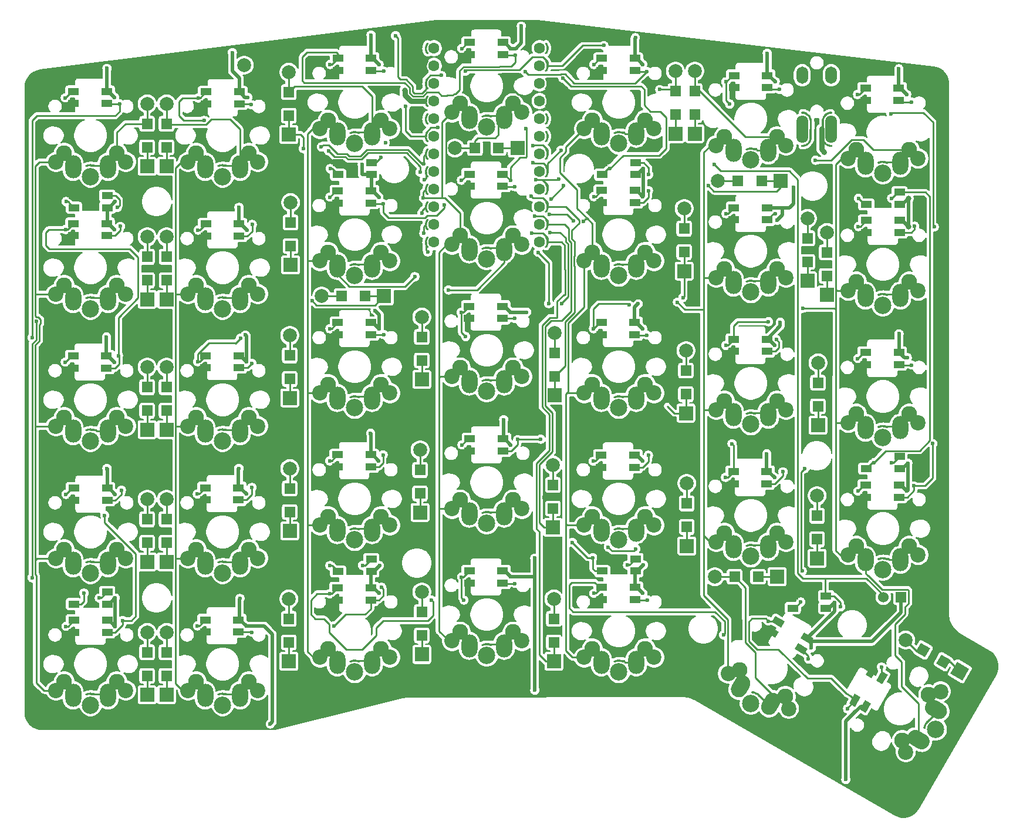
<source format=gbl>
G04 #@! TF.GenerationSoftware,KiCad,Pcbnew,(5.1.10)-1*
G04 #@! TF.CreationDate,2022-02-03T22:34:04+03:00*
G04 #@! TF.ProjectId,Kapl,4b61706c-2e6b-4696-9361-645f70636258,rev?*
G04 #@! TF.SameCoordinates,Original*
G04 #@! TF.FileFunction,Copper,L2,Bot*
G04 #@! TF.FilePolarity,Positive*
%FSLAX46Y46*%
G04 Gerber Fmt 4.6, Leading zero omitted, Abs format (unit mm)*
G04 Created by KiCad (PCBNEW (5.1.10)-1) date 2022-02-03 22:34:04*
%MOMM*%
%LPD*%
G01*
G04 APERTURE LIST*
G04 #@! TA.AperFunction,ComponentPad*
%ADD10C,1.998980*%
G04 #@! TD*
G04 #@! TA.AperFunction,ComponentPad*
%ADD11R,1.998980X1.998980*%
G04 #@! TD*
G04 #@! TA.AperFunction,SMDPad,CuDef*
%ADD12R,1.524000X1.500000*%
G04 #@! TD*
G04 #@! TA.AperFunction,ComponentPad*
%ADD13C,0.100000*%
G04 #@! TD*
G04 #@! TA.AperFunction,SMDPad,CuDef*
%ADD14C,0.100000*%
G04 #@! TD*
G04 #@! TA.AperFunction,SMDPad,CuDef*
%ADD15R,1.500000X1.524000*%
G04 #@! TD*
G04 #@! TA.AperFunction,ComponentPad*
%ADD16C,1.600000*%
G04 #@! TD*
G04 #@! TA.AperFunction,ComponentPad*
%ADD17C,2.286000*%
G04 #@! TD*
G04 #@! TA.AperFunction,ComponentPad*
%ADD18C,2.200000*%
G04 #@! TD*
G04 #@! TA.AperFunction,ComponentPad*
%ADD19C,2.500000*%
G04 #@! TD*
G04 #@! TA.AperFunction,ComponentPad*
%ADD20O,2.300000X3.337000*%
G04 #@! TD*
G04 #@! TA.AperFunction,ComponentPad*
%ADD21C,2.000000*%
G04 #@! TD*
G04 #@! TA.AperFunction,ComponentPad*
%ADD22O,1.700000X4.000000*%
G04 #@! TD*
G04 #@! TA.AperFunction,ComponentPad*
%ADD23O,1.700000X2.500000*%
G04 #@! TD*
G04 #@! TA.AperFunction,SMDPad,CuDef*
%ADD24R,1.600000X1.000000*%
G04 #@! TD*
G04 #@! TA.AperFunction,ComponentPad*
%ADD25C,1.524000*%
G04 #@! TD*
G04 #@! TA.AperFunction,ComponentPad*
%ADD26R,1.524000X1.524000*%
G04 #@! TD*
G04 #@! TA.AperFunction,ViaPad*
%ADD27C,0.600000*%
G04 #@! TD*
G04 #@! TA.AperFunction,ViaPad*
%ADD28C,0.800000*%
G04 #@! TD*
G04 #@! TA.AperFunction,Conductor*
%ADD29C,0.250000*%
G04 #@! TD*
G04 #@! TA.AperFunction,Conductor*
%ADD30C,0.500000*%
G04 #@! TD*
G04 #@! TA.AperFunction,Conductor*
%ADD31C,0.750000*%
G04 #@! TD*
G04 #@! TA.AperFunction,Conductor*
%ADD32C,0.200000*%
G04 #@! TD*
G04 #@! TA.AperFunction,Conductor*
%ADD33C,0.100000*%
G04 #@! TD*
G04 APERTURE END LIST*
D10*
X127601200Y-52758340D03*
D11*
X136601200Y-52758340D03*
D12*
X130471200Y-52755800D03*
X133871200Y-52755800D03*
D10*
X192626385Y-123674500D03*
G04 #@! TA.AperFunction,ComponentPad*
D13*
G36*
X199055285Y-128540339D02*
G01*
X200054775Y-126809171D01*
X201785943Y-127808661D01*
X200786453Y-129539829D01*
X199055285Y-128540339D01*
G37*
G04 #@! TD.AperFunction*
G04 #@! TA.AperFunction,SMDPad,CuDef*
D14*
G36*
X196148059Y-124838781D02*
G01*
X195398059Y-126137819D01*
X194078237Y-125375819D01*
X194828237Y-124076781D01*
X196148059Y-124838781D01*
G37*
G04 #@! TD.AperFunction*
G04 #@! TA.AperFunction,SMDPad,CuDef*
G36*
X199092546Y-126538781D02*
G01*
X198342546Y-127837819D01*
X197022724Y-127075819D01*
X197772724Y-125776781D01*
X199092546Y-126538781D01*
G37*
G04 #@! TD.AperFunction*
D10*
X165053000Y-114556540D03*
D11*
X174053000Y-114556540D03*
D12*
X167923000Y-114554000D03*
X171323000Y-114554000D03*
D10*
X141856460Y-117746000D03*
D11*
X141856460Y-126746000D03*
D15*
X141859000Y-120616000D03*
X141859000Y-124016000D03*
D10*
X122806460Y-116755400D03*
D11*
X122806460Y-125755400D03*
D15*
X122809000Y-119625400D03*
X122809000Y-123025400D03*
D10*
X103629460Y-117746000D03*
D11*
X103629460Y-126746000D03*
D15*
X103632000Y-120616000D03*
X103632000Y-124016000D03*
D10*
X85976460Y-122572000D03*
D11*
X85976460Y-131572000D03*
D15*
X85979000Y-125442000D03*
X85979000Y-128842000D03*
D10*
X83182460Y-122572000D03*
D11*
X83182460Y-131572000D03*
D15*
X83185000Y-125442000D03*
X83185000Y-128842000D03*
D10*
X179829460Y-102887000D03*
D11*
X179829460Y-111887000D03*
D15*
X179832000Y-105757000D03*
X179832000Y-109157000D03*
D10*
X161033460Y-101109000D03*
D11*
X161033460Y-110109000D03*
D15*
X161036000Y-103979000D03*
X161036000Y-107379000D03*
D10*
X141729460Y-98442000D03*
D11*
X141729460Y-107442000D03*
D15*
X141732000Y-101312000D03*
X141732000Y-104712000D03*
D10*
X122552460Y-96283000D03*
D11*
X122552460Y-105283000D03*
D15*
X122555000Y-99153000D03*
X122555000Y-102553000D03*
D10*
X103756460Y-98950000D03*
D11*
X103756460Y-107950000D03*
D15*
X103759000Y-101820000D03*
X103759000Y-105220000D03*
D10*
X85976460Y-103395000D03*
D11*
X85976460Y-112395000D03*
D15*
X85979000Y-106265000D03*
X85979000Y-109665000D03*
D10*
X83182460Y-103395000D03*
D11*
X83182460Y-112395000D03*
D15*
X83185000Y-106265000D03*
X83185000Y-109665000D03*
D10*
X179956460Y-83710000D03*
D11*
X179956460Y-92710000D03*
D15*
X179959000Y-86580000D03*
X179959000Y-89980000D03*
D10*
X160906460Y-81962300D03*
D11*
X160906460Y-90962300D03*
D15*
X160909000Y-84832300D03*
X160909000Y-88232300D03*
D10*
X141935460Y-79392000D03*
D11*
X141935460Y-88392000D03*
D15*
X141938000Y-82262000D03*
X141938000Y-85662000D03*
D10*
X122806460Y-77106000D03*
D11*
X122806460Y-86106000D03*
D15*
X122809000Y-79976000D03*
X122809000Y-83376000D03*
D10*
X103756460Y-79773000D03*
D11*
X103756460Y-88773000D03*
D15*
X103759000Y-82643000D03*
X103759000Y-86043000D03*
D10*
X85976460Y-84345000D03*
D11*
X85976460Y-93345000D03*
D15*
X85979000Y-87215000D03*
X85979000Y-90615000D03*
D10*
X83182460Y-84345000D03*
D11*
X83182460Y-93345000D03*
D15*
X83185000Y-87215000D03*
X83185000Y-90615000D03*
D10*
X181226460Y-64914000D03*
D11*
X181226460Y-73914000D03*
D15*
X181229000Y-67784000D03*
X181229000Y-71184000D03*
D10*
X178432460Y-62882000D03*
D11*
X178432460Y-71882000D03*
D15*
X178435000Y-65752000D03*
X178435000Y-69152000D03*
D10*
X160652460Y-61485000D03*
D11*
X160652460Y-70485000D03*
D15*
X160655000Y-64355000D03*
X160655000Y-67755000D03*
D10*
X108373400Y-74068940D03*
D11*
X117373400Y-74068940D03*
D12*
X111243400Y-74066400D03*
X114643400Y-74066400D03*
D10*
X103883460Y-60596000D03*
D11*
X103883460Y-69596000D03*
D15*
X103886000Y-63466000D03*
X103886000Y-66866000D03*
D10*
X85979000Y-65549000D03*
D11*
X85979000Y-74549000D03*
D15*
X85981540Y-68419000D03*
X85981540Y-71819000D03*
D10*
X83182460Y-65549000D03*
D11*
X83182460Y-74549000D03*
D15*
X83185000Y-68419000D03*
X83185000Y-71819000D03*
D10*
X165548800Y-57480200D03*
D11*
X174548800Y-57480200D03*
D12*
X168418800Y-57477660D03*
X171818800Y-57477660D03*
D10*
X162176460Y-41673000D03*
D11*
X162176460Y-50673000D03*
D15*
X162179000Y-44543000D03*
X162179000Y-47943000D03*
D10*
X159382460Y-41673000D03*
D11*
X159382460Y-50673000D03*
D15*
X159385000Y-44543000D03*
X159385000Y-47943000D03*
D10*
X103629460Y-41800000D03*
D11*
X103629460Y-50800000D03*
D15*
X103632000Y-44670000D03*
X103632000Y-48070000D03*
D10*
X85976460Y-46372000D03*
D11*
X85976460Y-55372000D03*
D15*
X85979000Y-49242000D03*
X85979000Y-52642000D03*
D10*
X83182460Y-46372000D03*
D11*
X83182460Y-55372000D03*
D15*
X83185000Y-49242000D03*
X83185000Y-52642000D03*
G04 #@! TA.AperFunction,SMDPad,CuDef*
D14*
G36*
X123782378Y-37704705D02*
G01*
X123780746Y-37719269D01*
X123777701Y-37733604D01*
X123773271Y-37747573D01*
X123767498Y-37761044D01*
X123760440Y-37773887D01*
X123752162Y-37785980D01*
X123714512Y-37835593D01*
X123664499Y-37913810D01*
X123622944Y-37995385D01*
X123589550Y-38080622D01*
X123564633Y-38168709D01*
X123548429Y-38258811D01*
X123541097Y-38350055D01*
X123542702Y-38441590D01*
X123553232Y-38532521D01*
X123572586Y-38621993D01*
X123600578Y-38709152D01*
X123636944Y-38793167D01*
X123681331Y-38873226D01*
X123737487Y-38954611D01*
X123738664Y-38956344D01*
X123746213Y-38968904D01*
X123752501Y-38982143D01*
X123757466Y-38995930D01*
X123761062Y-39010137D01*
X123763255Y-39024627D01*
X123764024Y-39039262D01*
X123763361Y-39053902D01*
X123761272Y-39068407D01*
X123757778Y-39082639D01*
X123752911Y-39096463D01*
X123746719Y-39109746D01*
X123739260Y-39122360D01*
X123730605Y-39134187D01*
X123720838Y-39145113D01*
X123710052Y-39155033D01*
X123698349Y-39163853D01*
X123685841Y-39171490D01*
X123672647Y-39177870D01*
X123658895Y-39182932D01*
X123644713Y-39186626D01*
X123630238Y-39188921D01*
X123615610Y-39189792D01*
X123600965Y-39189230D01*
X123586446Y-39187243D01*
X123572189Y-39183848D01*
X123558333Y-39179078D01*
X123545008Y-39172979D01*
X123532341Y-39165608D01*
X123520454Y-39157037D01*
X123509460Y-39147346D01*
X123499464Y-39136629D01*
X123490562Y-39124988D01*
X123430241Y-39037564D01*
X123429064Y-39035832D01*
X123425843Y-39030472D01*
X123422517Y-39025109D01*
X123371019Y-38932224D01*
X123371014Y-38932216D01*
X123371009Y-38932206D01*
X123370011Y-38930377D01*
X123367315Y-38924700D01*
X123364543Y-38919068D01*
X123322354Y-38821601D01*
X123322349Y-38821591D01*
X123322345Y-38821579D01*
X123321532Y-38819664D01*
X123319421Y-38813803D01*
X123317192Y-38807874D01*
X123284713Y-38706746D01*
X123284087Y-38704747D01*
X123282547Y-38698664D01*
X123280919Y-38692591D01*
X123258463Y-38588776D01*
X123258035Y-38586726D01*
X123257098Y-38580534D01*
X123256068Y-38574317D01*
X123243850Y-38468806D01*
X123243624Y-38466725D01*
X123243295Y-38460468D01*
X123242877Y-38454183D01*
X123241014Y-38347985D01*
X123241014Y-38347984D01*
X123240992Y-38345890D01*
X123241276Y-38339637D01*
X123241473Y-38333338D01*
X123249981Y-38227464D01*
X123249981Y-38227461D01*
X123249982Y-38227457D01*
X123250164Y-38225377D01*
X123251052Y-38219209D01*
X123251867Y-38212928D01*
X123270667Y-38108390D01*
X123271053Y-38106332D01*
X123272543Y-38100264D01*
X123273963Y-38094111D01*
X123302873Y-37991906D01*
X123303458Y-37989895D01*
X123305535Y-37983995D01*
X123307546Y-37978016D01*
X123346292Y-37879120D01*
X123347070Y-37877176D01*
X123349727Y-37871476D01*
X123352299Y-37865752D01*
X123400510Y-37771108D01*
X123401474Y-37769249D01*
X123404672Y-37763841D01*
X123407793Y-37758390D01*
X123465011Y-37668903D01*
X123466152Y-37667147D01*
X123469079Y-37663147D01*
X123471898Y-37659029D01*
X123513184Y-37604624D01*
X123514462Y-37602965D01*
X123524037Y-37591870D01*
X123534649Y-37581763D01*
X123546195Y-37572739D01*
X123558569Y-37564886D01*
X123571649Y-37558276D01*
X123585311Y-37552975D01*
X123599426Y-37549033D01*
X123613858Y-37546486D01*
X123628469Y-37545360D01*
X123643122Y-37545666D01*
X123657674Y-37547400D01*
X123671987Y-37550545D01*
X123685925Y-37555073D01*
X123699355Y-37560939D01*
X123712148Y-37568086D01*
X123724182Y-37576449D01*
X123735344Y-37585946D01*
X123745525Y-37596488D01*
X123754629Y-37607971D01*
X123762569Y-37620289D01*
X123769269Y-37633323D01*
X123774666Y-37646948D01*
X123778707Y-37661035D01*
X123781354Y-37675449D01*
X123782581Y-37690052D01*
X123782378Y-37704705D01*
G37*
G04 #@! TD.AperFunction*
G04 #@! TA.AperFunction,SMDPad,CuDef*
G36*
X123782378Y-40244705D02*
G01*
X123780746Y-40259269D01*
X123777701Y-40273604D01*
X123773271Y-40287573D01*
X123767498Y-40301044D01*
X123760440Y-40313887D01*
X123752162Y-40325980D01*
X123714512Y-40375593D01*
X123664499Y-40453810D01*
X123622944Y-40535385D01*
X123589550Y-40620622D01*
X123564633Y-40708709D01*
X123548429Y-40798811D01*
X123541097Y-40890055D01*
X123542702Y-40981590D01*
X123553232Y-41072521D01*
X123572586Y-41161993D01*
X123600578Y-41249152D01*
X123636944Y-41333167D01*
X123681331Y-41413226D01*
X123737487Y-41494611D01*
X123738664Y-41496344D01*
X123746213Y-41508904D01*
X123752501Y-41522143D01*
X123757466Y-41535930D01*
X123761062Y-41550137D01*
X123763255Y-41564627D01*
X123764024Y-41579262D01*
X123763361Y-41593902D01*
X123761272Y-41608407D01*
X123757778Y-41622639D01*
X123752911Y-41636463D01*
X123746719Y-41649746D01*
X123739260Y-41662360D01*
X123730605Y-41674187D01*
X123720838Y-41685113D01*
X123710052Y-41695033D01*
X123698349Y-41703853D01*
X123685841Y-41711490D01*
X123672647Y-41717870D01*
X123658895Y-41722932D01*
X123644713Y-41726626D01*
X123630238Y-41728921D01*
X123615610Y-41729792D01*
X123600965Y-41729230D01*
X123586446Y-41727243D01*
X123572189Y-41723848D01*
X123558333Y-41719078D01*
X123545008Y-41712979D01*
X123532341Y-41705608D01*
X123520454Y-41697037D01*
X123509460Y-41687346D01*
X123499464Y-41676629D01*
X123490562Y-41664988D01*
X123430241Y-41577564D01*
X123429064Y-41575832D01*
X123425843Y-41570472D01*
X123422517Y-41565109D01*
X123371019Y-41472224D01*
X123371014Y-41472216D01*
X123371009Y-41472206D01*
X123370011Y-41470377D01*
X123367315Y-41464700D01*
X123364543Y-41459068D01*
X123322354Y-41361601D01*
X123322349Y-41361591D01*
X123322345Y-41361579D01*
X123321532Y-41359664D01*
X123319421Y-41353803D01*
X123317192Y-41347874D01*
X123284713Y-41246746D01*
X123284087Y-41244747D01*
X123282547Y-41238664D01*
X123280919Y-41232591D01*
X123258463Y-41128776D01*
X123258035Y-41126726D01*
X123257098Y-41120534D01*
X123256068Y-41114317D01*
X123243850Y-41008806D01*
X123243624Y-41006725D01*
X123243295Y-41000468D01*
X123242877Y-40994183D01*
X123241014Y-40887985D01*
X123241014Y-40887984D01*
X123240992Y-40885890D01*
X123241276Y-40879637D01*
X123241473Y-40873338D01*
X123249981Y-40767464D01*
X123249981Y-40767461D01*
X123249982Y-40767457D01*
X123250164Y-40765377D01*
X123251052Y-40759209D01*
X123251867Y-40752928D01*
X123270667Y-40648390D01*
X123271053Y-40646332D01*
X123272543Y-40640264D01*
X123273963Y-40634111D01*
X123302873Y-40531906D01*
X123303458Y-40529895D01*
X123305535Y-40523995D01*
X123307546Y-40518016D01*
X123346292Y-40419120D01*
X123347070Y-40417176D01*
X123349727Y-40411476D01*
X123352299Y-40405752D01*
X123400510Y-40311108D01*
X123401474Y-40309249D01*
X123404672Y-40303841D01*
X123407793Y-40298390D01*
X123465011Y-40208903D01*
X123466152Y-40207147D01*
X123469079Y-40203147D01*
X123471898Y-40199029D01*
X123513184Y-40144624D01*
X123514462Y-40142965D01*
X123524037Y-40131870D01*
X123534649Y-40121763D01*
X123546195Y-40112739D01*
X123558569Y-40104886D01*
X123571649Y-40098276D01*
X123585311Y-40092975D01*
X123599426Y-40089033D01*
X123613858Y-40086486D01*
X123628469Y-40085360D01*
X123643122Y-40085666D01*
X123657674Y-40087400D01*
X123671987Y-40090545D01*
X123685925Y-40095073D01*
X123699355Y-40100939D01*
X123712148Y-40108086D01*
X123724182Y-40116449D01*
X123735344Y-40125946D01*
X123745525Y-40136488D01*
X123754629Y-40147971D01*
X123762569Y-40160289D01*
X123769269Y-40173323D01*
X123774666Y-40186948D01*
X123778707Y-40201035D01*
X123781354Y-40215449D01*
X123782581Y-40230052D01*
X123782378Y-40244705D01*
G37*
G04 #@! TD.AperFunction*
G04 #@! TA.AperFunction,SMDPad,CuDef*
G36*
X123782378Y-42784705D02*
G01*
X123780746Y-42799269D01*
X123777701Y-42813604D01*
X123773271Y-42827573D01*
X123767498Y-42841044D01*
X123760440Y-42853887D01*
X123752162Y-42865980D01*
X123714512Y-42915593D01*
X123664499Y-42993810D01*
X123622944Y-43075385D01*
X123589550Y-43160622D01*
X123564633Y-43248709D01*
X123548429Y-43338811D01*
X123541097Y-43430055D01*
X123542702Y-43521590D01*
X123553232Y-43612521D01*
X123572586Y-43701993D01*
X123600578Y-43789152D01*
X123636944Y-43873167D01*
X123681331Y-43953226D01*
X123737487Y-44034611D01*
X123738664Y-44036344D01*
X123746213Y-44048904D01*
X123752501Y-44062143D01*
X123757466Y-44075930D01*
X123761062Y-44090137D01*
X123763255Y-44104627D01*
X123764024Y-44119262D01*
X123763361Y-44133902D01*
X123761272Y-44148407D01*
X123757778Y-44162639D01*
X123752911Y-44176463D01*
X123746719Y-44189746D01*
X123739260Y-44202360D01*
X123730605Y-44214187D01*
X123720838Y-44225113D01*
X123710052Y-44235033D01*
X123698349Y-44243853D01*
X123685841Y-44251490D01*
X123672647Y-44257870D01*
X123658895Y-44262932D01*
X123644713Y-44266626D01*
X123630238Y-44268921D01*
X123615610Y-44269792D01*
X123600965Y-44269230D01*
X123586446Y-44267243D01*
X123572189Y-44263848D01*
X123558333Y-44259078D01*
X123545008Y-44252979D01*
X123532341Y-44245608D01*
X123520454Y-44237037D01*
X123509460Y-44227346D01*
X123499464Y-44216629D01*
X123490562Y-44204988D01*
X123430241Y-44117564D01*
X123429064Y-44115832D01*
X123425843Y-44110472D01*
X123422517Y-44105109D01*
X123371019Y-44012224D01*
X123371014Y-44012216D01*
X123371009Y-44012206D01*
X123370011Y-44010377D01*
X123367315Y-44004700D01*
X123364543Y-43999068D01*
X123322354Y-43901601D01*
X123322349Y-43901591D01*
X123322345Y-43901579D01*
X123321532Y-43899664D01*
X123319421Y-43893803D01*
X123317192Y-43887874D01*
X123284713Y-43786746D01*
X123284087Y-43784747D01*
X123282547Y-43778664D01*
X123280919Y-43772591D01*
X123258463Y-43668776D01*
X123258035Y-43666726D01*
X123257098Y-43660534D01*
X123256068Y-43654317D01*
X123243850Y-43548806D01*
X123243624Y-43546725D01*
X123243295Y-43540468D01*
X123242877Y-43534183D01*
X123241014Y-43427985D01*
X123241014Y-43427984D01*
X123240992Y-43425890D01*
X123241276Y-43419637D01*
X123241473Y-43413338D01*
X123249981Y-43307464D01*
X123249981Y-43307461D01*
X123249982Y-43307457D01*
X123250164Y-43305377D01*
X123251052Y-43299209D01*
X123251867Y-43292928D01*
X123270667Y-43188390D01*
X123271053Y-43186332D01*
X123272543Y-43180264D01*
X123273963Y-43174111D01*
X123302873Y-43071906D01*
X123303458Y-43069895D01*
X123305535Y-43063995D01*
X123307546Y-43058016D01*
X123346292Y-42959120D01*
X123347070Y-42957176D01*
X123349727Y-42951476D01*
X123352299Y-42945752D01*
X123400510Y-42851108D01*
X123401474Y-42849249D01*
X123404672Y-42843841D01*
X123407793Y-42838390D01*
X123465011Y-42748903D01*
X123466152Y-42747147D01*
X123469079Y-42743147D01*
X123471898Y-42739029D01*
X123513184Y-42684624D01*
X123514462Y-42682965D01*
X123524037Y-42671870D01*
X123534649Y-42661763D01*
X123546195Y-42652739D01*
X123558569Y-42644886D01*
X123571649Y-42638276D01*
X123585311Y-42632975D01*
X123599426Y-42629033D01*
X123613858Y-42626486D01*
X123628469Y-42625360D01*
X123643122Y-42625666D01*
X123657674Y-42627400D01*
X123671987Y-42630545D01*
X123685925Y-42635073D01*
X123699355Y-42640939D01*
X123712148Y-42648086D01*
X123724182Y-42656449D01*
X123735344Y-42665946D01*
X123745525Y-42676488D01*
X123754629Y-42687971D01*
X123762569Y-42700289D01*
X123769269Y-42713323D01*
X123774666Y-42726948D01*
X123778707Y-42741035D01*
X123781354Y-42755449D01*
X123782581Y-42770052D01*
X123782378Y-42784705D01*
G37*
G04 #@! TD.AperFunction*
G04 #@! TA.AperFunction,SMDPad,CuDef*
G36*
X123782378Y-45324705D02*
G01*
X123780746Y-45339269D01*
X123777701Y-45353604D01*
X123773271Y-45367573D01*
X123767498Y-45381044D01*
X123760440Y-45393887D01*
X123752162Y-45405980D01*
X123714512Y-45455593D01*
X123664499Y-45533810D01*
X123622944Y-45615385D01*
X123589550Y-45700622D01*
X123564633Y-45788709D01*
X123548429Y-45878811D01*
X123541097Y-45970055D01*
X123542702Y-46061590D01*
X123553232Y-46152521D01*
X123572586Y-46241993D01*
X123600578Y-46329152D01*
X123636944Y-46413167D01*
X123681331Y-46493226D01*
X123737487Y-46574611D01*
X123738664Y-46576344D01*
X123746213Y-46588904D01*
X123752501Y-46602143D01*
X123757466Y-46615930D01*
X123761062Y-46630137D01*
X123763255Y-46644627D01*
X123764024Y-46659262D01*
X123763361Y-46673902D01*
X123761272Y-46688407D01*
X123757778Y-46702639D01*
X123752911Y-46716463D01*
X123746719Y-46729746D01*
X123739260Y-46742360D01*
X123730605Y-46754187D01*
X123720838Y-46765113D01*
X123710052Y-46775033D01*
X123698349Y-46783853D01*
X123685841Y-46791490D01*
X123672647Y-46797870D01*
X123658895Y-46802932D01*
X123644713Y-46806626D01*
X123630238Y-46808921D01*
X123615610Y-46809792D01*
X123600965Y-46809230D01*
X123586446Y-46807243D01*
X123572189Y-46803848D01*
X123558333Y-46799078D01*
X123545008Y-46792979D01*
X123532341Y-46785608D01*
X123520454Y-46777037D01*
X123509460Y-46767346D01*
X123499464Y-46756629D01*
X123490562Y-46744988D01*
X123430241Y-46657564D01*
X123429064Y-46655832D01*
X123425843Y-46650472D01*
X123422517Y-46645109D01*
X123371019Y-46552224D01*
X123371014Y-46552216D01*
X123371009Y-46552206D01*
X123370011Y-46550377D01*
X123367315Y-46544700D01*
X123364543Y-46539068D01*
X123322354Y-46441601D01*
X123322349Y-46441591D01*
X123322345Y-46441579D01*
X123321532Y-46439664D01*
X123319421Y-46433803D01*
X123317192Y-46427874D01*
X123284713Y-46326746D01*
X123284087Y-46324747D01*
X123282547Y-46318664D01*
X123280919Y-46312591D01*
X123258463Y-46208776D01*
X123258035Y-46206726D01*
X123257098Y-46200534D01*
X123256068Y-46194317D01*
X123243850Y-46088806D01*
X123243624Y-46086725D01*
X123243295Y-46080468D01*
X123242877Y-46074183D01*
X123241014Y-45967985D01*
X123241014Y-45967984D01*
X123240992Y-45965890D01*
X123241276Y-45959637D01*
X123241473Y-45953338D01*
X123249981Y-45847464D01*
X123249981Y-45847461D01*
X123249982Y-45847457D01*
X123250164Y-45845377D01*
X123251052Y-45839209D01*
X123251867Y-45832928D01*
X123270667Y-45728390D01*
X123271053Y-45726332D01*
X123272543Y-45720264D01*
X123273963Y-45714111D01*
X123302873Y-45611906D01*
X123303458Y-45609895D01*
X123305535Y-45603995D01*
X123307546Y-45598016D01*
X123346292Y-45499120D01*
X123347070Y-45497176D01*
X123349727Y-45491476D01*
X123352299Y-45485752D01*
X123400510Y-45391108D01*
X123401474Y-45389249D01*
X123404672Y-45383841D01*
X123407793Y-45378390D01*
X123465011Y-45288903D01*
X123466152Y-45287147D01*
X123469079Y-45283147D01*
X123471898Y-45279029D01*
X123513184Y-45224624D01*
X123514462Y-45222965D01*
X123524037Y-45211870D01*
X123534649Y-45201763D01*
X123546195Y-45192739D01*
X123558569Y-45184886D01*
X123571649Y-45178276D01*
X123585311Y-45172975D01*
X123599426Y-45169033D01*
X123613858Y-45166486D01*
X123628469Y-45165360D01*
X123643122Y-45165666D01*
X123657674Y-45167400D01*
X123671987Y-45170545D01*
X123685925Y-45175073D01*
X123699355Y-45180939D01*
X123712148Y-45188086D01*
X123724182Y-45196449D01*
X123735344Y-45205946D01*
X123745525Y-45216488D01*
X123754629Y-45227971D01*
X123762569Y-45240289D01*
X123769269Y-45253323D01*
X123774666Y-45266948D01*
X123778707Y-45281035D01*
X123781354Y-45295449D01*
X123782581Y-45310052D01*
X123782378Y-45324705D01*
G37*
G04 #@! TD.AperFunction*
G04 #@! TA.AperFunction,SMDPad,CuDef*
G36*
X123782378Y-47864705D02*
G01*
X123780746Y-47879269D01*
X123777701Y-47893604D01*
X123773271Y-47907573D01*
X123767498Y-47921044D01*
X123760440Y-47933887D01*
X123752162Y-47945980D01*
X123714512Y-47995593D01*
X123664499Y-48073810D01*
X123622944Y-48155385D01*
X123589550Y-48240622D01*
X123564633Y-48328709D01*
X123548429Y-48418811D01*
X123541097Y-48510055D01*
X123542702Y-48601590D01*
X123553232Y-48692521D01*
X123572586Y-48781993D01*
X123600578Y-48869152D01*
X123636944Y-48953167D01*
X123681331Y-49033226D01*
X123737487Y-49114611D01*
X123738664Y-49116344D01*
X123746213Y-49128904D01*
X123752501Y-49142143D01*
X123757466Y-49155930D01*
X123761062Y-49170137D01*
X123763255Y-49184627D01*
X123764024Y-49199262D01*
X123763361Y-49213902D01*
X123761272Y-49228407D01*
X123757778Y-49242639D01*
X123752911Y-49256463D01*
X123746719Y-49269746D01*
X123739260Y-49282360D01*
X123730605Y-49294187D01*
X123720838Y-49305113D01*
X123710052Y-49315033D01*
X123698349Y-49323853D01*
X123685841Y-49331490D01*
X123672647Y-49337870D01*
X123658895Y-49342932D01*
X123644713Y-49346626D01*
X123630238Y-49348921D01*
X123615610Y-49349792D01*
X123600965Y-49349230D01*
X123586446Y-49347243D01*
X123572189Y-49343848D01*
X123558333Y-49339078D01*
X123545008Y-49332979D01*
X123532341Y-49325608D01*
X123520454Y-49317037D01*
X123509460Y-49307346D01*
X123499464Y-49296629D01*
X123490562Y-49284988D01*
X123430241Y-49197564D01*
X123429064Y-49195832D01*
X123425843Y-49190472D01*
X123422517Y-49185109D01*
X123371019Y-49092224D01*
X123371014Y-49092216D01*
X123371009Y-49092206D01*
X123370011Y-49090377D01*
X123367315Y-49084700D01*
X123364543Y-49079068D01*
X123322354Y-48981601D01*
X123322349Y-48981591D01*
X123322345Y-48981579D01*
X123321532Y-48979664D01*
X123319421Y-48973803D01*
X123317192Y-48967874D01*
X123284713Y-48866746D01*
X123284087Y-48864747D01*
X123282547Y-48858664D01*
X123280919Y-48852591D01*
X123258463Y-48748776D01*
X123258035Y-48746726D01*
X123257098Y-48740534D01*
X123256068Y-48734317D01*
X123243850Y-48628806D01*
X123243624Y-48626725D01*
X123243295Y-48620468D01*
X123242877Y-48614183D01*
X123241014Y-48507985D01*
X123241014Y-48507984D01*
X123240992Y-48505890D01*
X123241276Y-48499637D01*
X123241473Y-48493338D01*
X123249981Y-48387464D01*
X123249981Y-48387461D01*
X123249982Y-48387457D01*
X123250164Y-48385377D01*
X123251052Y-48379209D01*
X123251867Y-48372928D01*
X123270667Y-48268390D01*
X123271053Y-48266332D01*
X123272543Y-48260264D01*
X123273963Y-48254111D01*
X123302873Y-48151906D01*
X123303458Y-48149895D01*
X123305535Y-48143995D01*
X123307546Y-48138016D01*
X123346292Y-48039120D01*
X123347070Y-48037176D01*
X123349727Y-48031476D01*
X123352299Y-48025752D01*
X123400510Y-47931108D01*
X123401474Y-47929249D01*
X123404672Y-47923841D01*
X123407793Y-47918390D01*
X123465011Y-47828903D01*
X123466152Y-47827147D01*
X123469079Y-47823147D01*
X123471898Y-47819029D01*
X123513184Y-47764624D01*
X123514462Y-47762965D01*
X123524037Y-47751870D01*
X123534649Y-47741763D01*
X123546195Y-47732739D01*
X123558569Y-47724886D01*
X123571649Y-47718276D01*
X123585311Y-47712975D01*
X123599426Y-47709033D01*
X123613858Y-47706486D01*
X123628469Y-47705360D01*
X123643122Y-47705666D01*
X123657674Y-47707400D01*
X123671987Y-47710545D01*
X123685925Y-47715073D01*
X123699355Y-47720939D01*
X123712148Y-47728086D01*
X123724182Y-47736449D01*
X123735344Y-47745946D01*
X123745525Y-47756488D01*
X123754629Y-47767971D01*
X123762569Y-47780289D01*
X123769269Y-47793323D01*
X123774666Y-47806948D01*
X123778707Y-47821035D01*
X123781354Y-47835449D01*
X123782581Y-47850052D01*
X123782378Y-47864705D01*
G37*
G04 #@! TD.AperFunction*
G04 #@! TA.AperFunction,SMDPad,CuDef*
G36*
X123782378Y-50404705D02*
G01*
X123780746Y-50419269D01*
X123777701Y-50433604D01*
X123773271Y-50447573D01*
X123767498Y-50461044D01*
X123760440Y-50473887D01*
X123752162Y-50485980D01*
X123714512Y-50535593D01*
X123664499Y-50613810D01*
X123622944Y-50695385D01*
X123589550Y-50780622D01*
X123564633Y-50868709D01*
X123548429Y-50958811D01*
X123541097Y-51050055D01*
X123542702Y-51141590D01*
X123553232Y-51232521D01*
X123572586Y-51321993D01*
X123600578Y-51409152D01*
X123636944Y-51493167D01*
X123681331Y-51573226D01*
X123737487Y-51654611D01*
X123738664Y-51656344D01*
X123746213Y-51668904D01*
X123752501Y-51682143D01*
X123757466Y-51695930D01*
X123761062Y-51710137D01*
X123763255Y-51724627D01*
X123764024Y-51739262D01*
X123763361Y-51753902D01*
X123761272Y-51768407D01*
X123757778Y-51782639D01*
X123752911Y-51796463D01*
X123746719Y-51809746D01*
X123739260Y-51822360D01*
X123730605Y-51834187D01*
X123720838Y-51845113D01*
X123710052Y-51855033D01*
X123698349Y-51863853D01*
X123685841Y-51871490D01*
X123672647Y-51877870D01*
X123658895Y-51882932D01*
X123644713Y-51886626D01*
X123630238Y-51888921D01*
X123615610Y-51889792D01*
X123600965Y-51889230D01*
X123586446Y-51887243D01*
X123572189Y-51883848D01*
X123558333Y-51879078D01*
X123545008Y-51872979D01*
X123532341Y-51865608D01*
X123520454Y-51857037D01*
X123509460Y-51847346D01*
X123499464Y-51836629D01*
X123490562Y-51824988D01*
X123430241Y-51737564D01*
X123429064Y-51735832D01*
X123425843Y-51730472D01*
X123422517Y-51725109D01*
X123371019Y-51632224D01*
X123371014Y-51632216D01*
X123371009Y-51632206D01*
X123370011Y-51630377D01*
X123367315Y-51624700D01*
X123364543Y-51619068D01*
X123322354Y-51521601D01*
X123322349Y-51521591D01*
X123322345Y-51521579D01*
X123321532Y-51519664D01*
X123319421Y-51513803D01*
X123317192Y-51507874D01*
X123284713Y-51406746D01*
X123284087Y-51404747D01*
X123282547Y-51398664D01*
X123280919Y-51392591D01*
X123258463Y-51288776D01*
X123258035Y-51286726D01*
X123257098Y-51280534D01*
X123256068Y-51274317D01*
X123243850Y-51168806D01*
X123243624Y-51166725D01*
X123243295Y-51160468D01*
X123242877Y-51154183D01*
X123241014Y-51047985D01*
X123241014Y-51047984D01*
X123240992Y-51045890D01*
X123241276Y-51039637D01*
X123241473Y-51033338D01*
X123249981Y-50927464D01*
X123249981Y-50927461D01*
X123249982Y-50927457D01*
X123250164Y-50925377D01*
X123251052Y-50919209D01*
X123251867Y-50912928D01*
X123270667Y-50808390D01*
X123271053Y-50806332D01*
X123272543Y-50800264D01*
X123273963Y-50794111D01*
X123302873Y-50691906D01*
X123303458Y-50689895D01*
X123305535Y-50683995D01*
X123307546Y-50678016D01*
X123346292Y-50579120D01*
X123347070Y-50577176D01*
X123349727Y-50571476D01*
X123352299Y-50565752D01*
X123400510Y-50471108D01*
X123401474Y-50469249D01*
X123404672Y-50463841D01*
X123407793Y-50458390D01*
X123465011Y-50368903D01*
X123466152Y-50367147D01*
X123469079Y-50363147D01*
X123471898Y-50359029D01*
X123513184Y-50304624D01*
X123514462Y-50302965D01*
X123524037Y-50291870D01*
X123534649Y-50281763D01*
X123546195Y-50272739D01*
X123558569Y-50264886D01*
X123571649Y-50258276D01*
X123585311Y-50252975D01*
X123599426Y-50249033D01*
X123613858Y-50246486D01*
X123628469Y-50245360D01*
X123643122Y-50245666D01*
X123657674Y-50247400D01*
X123671987Y-50250545D01*
X123685925Y-50255073D01*
X123699355Y-50260939D01*
X123712148Y-50268086D01*
X123724182Y-50276449D01*
X123735344Y-50285946D01*
X123745525Y-50296488D01*
X123754629Y-50307971D01*
X123762569Y-50320289D01*
X123769269Y-50333323D01*
X123774666Y-50346948D01*
X123778707Y-50361035D01*
X123781354Y-50375449D01*
X123782581Y-50390052D01*
X123782378Y-50404705D01*
G37*
G04 #@! TD.AperFunction*
G04 #@! TA.AperFunction,SMDPad,CuDef*
G36*
X123782378Y-52944705D02*
G01*
X123780746Y-52959269D01*
X123777701Y-52973604D01*
X123773271Y-52987573D01*
X123767498Y-53001044D01*
X123760440Y-53013887D01*
X123752162Y-53025980D01*
X123714512Y-53075593D01*
X123664499Y-53153810D01*
X123622944Y-53235385D01*
X123589550Y-53320622D01*
X123564633Y-53408709D01*
X123548429Y-53498811D01*
X123541097Y-53590055D01*
X123542702Y-53681590D01*
X123553232Y-53772521D01*
X123572586Y-53861993D01*
X123600578Y-53949152D01*
X123636944Y-54033167D01*
X123681331Y-54113226D01*
X123737487Y-54194611D01*
X123738664Y-54196344D01*
X123746213Y-54208904D01*
X123752501Y-54222143D01*
X123757466Y-54235930D01*
X123761062Y-54250137D01*
X123763255Y-54264627D01*
X123764024Y-54279262D01*
X123763361Y-54293902D01*
X123761272Y-54308407D01*
X123757778Y-54322639D01*
X123752911Y-54336463D01*
X123746719Y-54349746D01*
X123739260Y-54362360D01*
X123730605Y-54374187D01*
X123720838Y-54385113D01*
X123710052Y-54395033D01*
X123698349Y-54403853D01*
X123685841Y-54411490D01*
X123672647Y-54417870D01*
X123658895Y-54422932D01*
X123644713Y-54426626D01*
X123630238Y-54428921D01*
X123615610Y-54429792D01*
X123600965Y-54429230D01*
X123586446Y-54427243D01*
X123572189Y-54423848D01*
X123558333Y-54419078D01*
X123545008Y-54412979D01*
X123532341Y-54405608D01*
X123520454Y-54397037D01*
X123509460Y-54387346D01*
X123499464Y-54376629D01*
X123490562Y-54364988D01*
X123430241Y-54277564D01*
X123429064Y-54275832D01*
X123425843Y-54270472D01*
X123422517Y-54265109D01*
X123371019Y-54172224D01*
X123371014Y-54172216D01*
X123371009Y-54172206D01*
X123370011Y-54170377D01*
X123367315Y-54164700D01*
X123364543Y-54159068D01*
X123322354Y-54061601D01*
X123322349Y-54061591D01*
X123322345Y-54061579D01*
X123321532Y-54059664D01*
X123319421Y-54053803D01*
X123317192Y-54047874D01*
X123284713Y-53946746D01*
X123284087Y-53944747D01*
X123282547Y-53938664D01*
X123280919Y-53932591D01*
X123258463Y-53828776D01*
X123258035Y-53826726D01*
X123257098Y-53820534D01*
X123256068Y-53814317D01*
X123243850Y-53708806D01*
X123243624Y-53706725D01*
X123243295Y-53700468D01*
X123242877Y-53694183D01*
X123241014Y-53587985D01*
X123241014Y-53587984D01*
X123240992Y-53585890D01*
X123241276Y-53579637D01*
X123241473Y-53573338D01*
X123249981Y-53467464D01*
X123249981Y-53467461D01*
X123249982Y-53467457D01*
X123250164Y-53465377D01*
X123251052Y-53459209D01*
X123251867Y-53452928D01*
X123270667Y-53348390D01*
X123271053Y-53346332D01*
X123272543Y-53340264D01*
X123273963Y-53334111D01*
X123302873Y-53231906D01*
X123303458Y-53229895D01*
X123305535Y-53223995D01*
X123307546Y-53218016D01*
X123346292Y-53119120D01*
X123347070Y-53117176D01*
X123349727Y-53111476D01*
X123352299Y-53105752D01*
X123400510Y-53011108D01*
X123401474Y-53009249D01*
X123404672Y-53003841D01*
X123407793Y-52998390D01*
X123465011Y-52908903D01*
X123466152Y-52907147D01*
X123469079Y-52903147D01*
X123471898Y-52899029D01*
X123513184Y-52844624D01*
X123514462Y-52842965D01*
X123524037Y-52831870D01*
X123534649Y-52821763D01*
X123546195Y-52812739D01*
X123558569Y-52804886D01*
X123571649Y-52798276D01*
X123585311Y-52792975D01*
X123599426Y-52789033D01*
X123613858Y-52786486D01*
X123628469Y-52785360D01*
X123643122Y-52785666D01*
X123657674Y-52787400D01*
X123671987Y-52790545D01*
X123685925Y-52795073D01*
X123699355Y-52800939D01*
X123712148Y-52808086D01*
X123724182Y-52816449D01*
X123735344Y-52825946D01*
X123745525Y-52836488D01*
X123754629Y-52847971D01*
X123762569Y-52860289D01*
X123769269Y-52873323D01*
X123774666Y-52886948D01*
X123778707Y-52901035D01*
X123781354Y-52915449D01*
X123782581Y-52930052D01*
X123782378Y-52944705D01*
G37*
G04 #@! TD.AperFunction*
G04 #@! TA.AperFunction,SMDPad,CuDef*
G36*
X123782378Y-55484705D02*
G01*
X123780746Y-55499269D01*
X123777701Y-55513604D01*
X123773271Y-55527573D01*
X123767498Y-55541044D01*
X123760440Y-55553887D01*
X123752162Y-55565980D01*
X123714512Y-55615593D01*
X123664499Y-55693810D01*
X123622944Y-55775385D01*
X123589550Y-55860622D01*
X123564633Y-55948709D01*
X123548429Y-56038811D01*
X123541097Y-56130055D01*
X123542702Y-56221590D01*
X123553232Y-56312521D01*
X123572586Y-56401993D01*
X123600578Y-56489152D01*
X123636944Y-56573167D01*
X123681331Y-56653226D01*
X123737487Y-56734611D01*
X123738664Y-56736344D01*
X123746213Y-56748904D01*
X123752501Y-56762143D01*
X123757466Y-56775930D01*
X123761062Y-56790137D01*
X123763255Y-56804627D01*
X123764024Y-56819262D01*
X123763361Y-56833902D01*
X123761272Y-56848407D01*
X123757778Y-56862639D01*
X123752911Y-56876463D01*
X123746719Y-56889746D01*
X123739260Y-56902360D01*
X123730605Y-56914187D01*
X123720838Y-56925113D01*
X123710052Y-56935033D01*
X123698349Y-56943853D01*
X123685841Y-56951490D01*
X123672647Y-56957870D01*
X123658895Y-56962932D01*
X123644713Y-56966626D01*
X123630238Y-56968921D01*
X123615610Y-56969792D01*
X123600965Y-56969230D01*
X123586446Y-56967243D01*
X123572189Y-56963848D01*
X123558333Y-56959078D01*
X123545008Y-56952979D01*
X123532341Y-56945608D01*
X123520454Y-56937037D01*
X123509460Y-56927346D01*
X123499464Y-56916629D01*
X123490562Y-56904988D01*
X123430241Y-56817564D01*
X123429064Y-56815832D01*
X123425843Y-56810472D01*
X123422517Y-56805109D01*
X123371019Y-56712224D01*
X123371014Y-56712216D01*
X123371009Y-56712206D01*
X123370011Y-56710377D01*
X123367315Y-56704700D01*
X123364543Y-56699068D01*
X123322354Y-56601601D01*
X123322349Y-56601591D01*
X123322345Y-56601579D01*
X123321532Y-56599664D01*
X123319421Y-56593803D01*
X123317192Y-56587874D01*
X123284713Y-56486746D01*
X123284087Y-56484747D01*
X123282547Y-56478664D01*
X123280919Y-56472591D01*
X123258463Y-56368776D01*
X123258035Y-56366726D01*
X123257098Y-56360534D01*
X123256068Y-56354317D01*
X123243850Y-56248806D01*
X123243624Y-56246725D01*
X123243295Y-56240468D01*
X123242877Y-56234183D01*
X123241014Y-56127985D01*
X123241014Y-56127984D01*
X123240992Y-56125890D01*
X123241276Y-56119637D01*
X123241473Y-56113338D01*
X123249981Y-56007464D01*
X123249981Y-56007461D01*
X123249982Y-56007457D01*
X123250164Y-56005377D01*
X123251052Y-55999209D01*
X123251867Y-55992928D01*
X123270667Y-55888390D01*
X123271053Y-55886332D01*
X123272543Y-55880264D01*
X123273963Y-55874111D01*
X123302873Y-55771906D01*
X123303458Y-55769895D01*
X123305535Y-55763995D01*
X123307546Y-55758016D01*
X123346292Y-55659120D01*
X123347070Y-55657176D01*
X123349727Y-55651476D01*
X123352299Y-55645752D01*
X123400510Y-55551108D01*
X123401474Y-55549249D01*
X123404672Y-55543841D01*
X123407793Y-55538390D01*
X123465011Y-55448903D01*
X123466152Y-55447147D01*
X123469079Y-55443147D01*
X123471898Y-55439029D01*
X123513184Y-55384624D01*
X123514462Y-55382965D01*
X123524037Y-55371870D01*
X123534649Y-55361763D01*
X123546195Y-55352739D01*
X123558569Y-55344886D01*
X123571649Y-55338276D01*
X123585311Y-55332975D01*
X123599426Y-55329033D01*
X123613858Y-55326486D01*
X123628469Y-55325360D01*
X123643122Y-55325666D01*
X123657674Y-55327400D01*
X123671987Y-55330545D01*
X123685925Y-55335073D01*
X123699355Y-55340939D01*
X123712148Y-55348086D01*
X123724182Y-55356449D01*
X123735344Y-55365946D01*
X123745525Y-55376488D01*
X123754629Y-55387971D01*
X123762569Y-55400289D01*
X123769269Y-55413323D01*
X123774666Y-55426948D01*
X123778707Y-55441035D01*
X123781354Y-55455449D01*
X123782581Y-55470052D01*
X123782378Y-55484705D01*
G37*
G04 #@! TD.AperFunction*
G04 #@! TA.AperFunction,SMDPad,CuDef*
G36*
X123782378Y-58024705D02*
G01*
X123780746Y-58039269D01*
X123777701Y-58053604D01*
X123773271Y-58067573D01*
X123767498Y-58081044D01*
X123760440Y-58093887D01*
X123752162Y-58105980D01*
X123714512Y-58155593D01*
X123664499Y-58233810D01*
X123622944Y-58315385D01*
X123589550Y-58400622D01*
X123564633Y-58488709D01*
X123548429Y-58578811D01*
X123541097Y-58670055D01*
X123542702Y-58761590D01*
X123553232Y-58852521D01*
X123572586Y-58941993D01*
X123600578Y-59029152D01*
X123636944Y-59113167D01*
X123681331Y-59193226D01*
X123737487Y-59274611D01*
X123738664Y-59276344D01*
X123746213Y-59288904D01*
X123752501Y-59302143D01*
X123757466Y-59315930D01*
X123761062Y-59330137D01*
X123763255Y-59344627D01*
X123764024Y-59359262D01*
X123763361Y-59373902D01*
X123761272Y-59388407D01*
X123757778Y-59402639D01*
X123752911Y-59416463D01*
X123746719Y-59429746D01*
X123739260Y-59442360D01*
X123730605Y-59454187D01*
X123720838Y-59465113D01*
X123710052Y-59475033D01*
X123698349Y-59483853D01*
X123685841Y-59491490D01*
X123672647Y-59497870D01*
X123658895Y-59502932D01*
X123644713Y-59506626D01*
X123630238Y-59508921D01*
X123615610Y-59509792D01*
X123600965Y-59509230D01*
X123586446Y-59507243D01*
X123572189Y-59503848D01*
X123558333Y-59499078D01*
X123545008Y-59492979D01*
X123532341Y-59485608D01*
X123520454Y-59477037D01*
X123509460Y-59467346D01*
X123499464Y-59456629D01*
X123490562Y-59444988D01*
X123430241Y-59357564D01*
X123429064Y-59355832D01*
X123425843Y-59350472D01*
X123422517Y-59345109D01*
X123371019Y-59252224D01*
X123371014Y-59252216D01*
X123371009Y-59252206D01*
X123370011Y-59250377D01*
X123367315Y-59244700D01*
X123364543Y-59239068D01*
X123322354Y-59141601D01*
X123322349Y-59141591D01*
X123322345Y-59141579D01*
X123321532Y-59139664D01*
X123319421Y-59133803D01*
X123317192Y-59127874D01*
X123284713Y-59026746D01*
X123284087Y-59024747D01*
X123282547Y-59018664D01*
X123280919Y-59012591D01*
X123258463Y-58908776D01*
X123258035Y-58906726D01*
X123257098Y-58900534D01*
X123256068Y-58894317D01*
X123243850Y-58788806D01*
X123243624Y-58786725D01*
X123243295Y-58780468D01*
X123242877Y-58774183D01*
X123241014Y-58667985D01*
X123241014Y-58667984D01*
X123240992Y-58665890D01*
X123241276Y-58659637D01*
X123241473Y-58653338D01*
X123249981Y-58547464D01*
X123249981Y-58547461D01*
X123249982Y-58547457D01*
X123250164Y-58545377D01*
X123251052Y-58539209D01*
X123251867Y-58532928D01*
X123270667Y-58428390D01*
X123271053Y-58426332D01*
X123272543Y-58420264D01*
X123273963Y-58414111D01*
X123302873Y-58311906D01*
X123303458Y-58309895D01*
X123305535Y-58303995D01*
X123307546Y-58298016D01*
X123346292Y-58199120D01*
X123347070Y-58197176D01*
X123349727Y-58191476D01*
X123352299Y-58185752D01*
X123400510Y-58091108D01*
X123401474Y-58089249D01*
X123404672Y-58083841D01*
X123407793Y-58078390D01*
X123465011Y-57988903D01*
X123466152Y-57987147D01*
X123469079Y-57983147D01*
X123471898Y-57979029D01*
X123513184Y-57924624D01*
X123514462Y-57922965D01*
X123524037Y-57911870D01*
X123534649Y-57901763D01*
X123546195Y-57892739D01*
X123558569Y-57884886D01*
X123571649Y-57878276D01*
X123585311Y-57872975D01*
X123599426Y-57869033D01*
X123613858Y-57866486D01*
X123628469Y-57865360D01*
X123643122Y-57865666D01*
X123657674Y-57867400D01*
X123671987Y-57870545D01*
X123685925Y-57875073D01*
X123699355Y-57880939D01*
X123712148Y-57888086D01*
X123724182Y-57896449D01*
X123735344Y-57905946D01*
X123745525Y-57916488D01*
X123754629Y-57927971D01*
X123762569Y-57940289D01*
X123769269Y-57953323D01*
X123774666Y-57966948D01*
X123778707Y-57981035D01*
X123781354Y-57995449D01*
X123782581Y-58010052D01*
X123782378Y-58024705D01*
G37*
G04 #@! TD.AperFunction*
G04 #@! TA.AperFunction,SMDPad,CuDef*
G36*
X123782378Y-60564705D02*
G01*
X123780746Y-60579269D01*
X123777701Y-60593604D01*
X123773271Y-60607573D01*
X123767498Y-60621044D01*
X123760440Y-60633887D01*
X123752162Y-60645980D01*
X123714512Y-60695593D01*
X123664499Y-60773810D01*
X123622944Y-60855385D01*
X123589550Y-60940622D01*
X123564633Y-61028709D01*
X123548429Y-61118811D01*
X123541097Y-61210055D01*
X123542702Y-61301590D01*
X123553232Y-61392521D01*
X123572586Y-61481993D01*
X123600578Y-61569152D01*
X123636944Y-61653167D01*
X123681331Y-61733226D01*
X123737487Y-61814611D01*
X123738664Y-61816344D01*
X123746213Y-61828904D01*
X123752501Y-61842143D01*
X123757466Y-61855930D01*
X123761062Y-61870137D01*
X123763255Y-61884627D01*
X123764024Y-61899262D01*
X123763361Y-61913902D01*
X123761272Y-61928407D01*
X123757778Y-61942639D01*
X123752911Y-61956463D01*
X123746719Y-61969746D01*
X123739260Y-61982360D01*
X123730605Y-61994187D01*
X123720838Y-62005113D01*
X123710052Y-62015033D01*
X123698349Y-62023853D01*
X123685841Y-62031490D01*
X123672647Y-62037870D01*
X123658895Y-62042932D01*
X123644713Y-62046626D01*
X123630238Y-62048921D01*
X123615610Y-62049792D01*
X123600965Y-62049230D01*
X123586446Y-62047243D01*
X123572189Y-62043848D01*
X123558333Y-62039078D01*
X123545008Y-62032979D01*
X123532341Y-62025608D01*
X123520454Y-62017037D01*
X123509460Y-62007346D01*
X123499464Y-61996629D01*
X123490562Y-61984988D01*
X123430241Y-61897564D01*
X123429064Y-61895832D01*
X123425843Y-61890472D01*
X123422517Y-61885109D01*
X123371019Y-61792224D01*
X123371014Y-61792216D01*
X123371009Y-61792206D01*
X123370011Y-61790377D01*
X123367315Y-61784700D01*
X123364543Y-61779068D01*
X123322354Y-61681601D01*
X123322349Y-61681591D01*
X123322345Y-61681579D01*
X123321532Y-61679664D01*
X123319421Y-61673803D01*
X123317192Y-61667874D01*
X123284713Y-61566746D01*
X123284087Y-61564747D01*
X123282547Y-61558664D01*
X123280919Y-61552591D01*
X123258463Y-61448776D01*
X123258035Y-61446726D01*
X123257098Y-61440534D01*
X123256068Y-61434317D01*
X123243850Y-61328806D01*
X123243624Y-61326725D01*
X123243295Y-61320468D01*
X123242877Y-61314183D01*
X123241014Y-61207985D01*
X123241014Y-61207984D01*
X123240992Y-61205890D01*
X123241276Y-61199637D01*
X123241473Y-61193338D01*
X123249981Y-61087464D01*
X123249981Y-61087461D01*
X123249982Y-61087457D01*
X123250164Y-61085377D01*
X123251052Y-61079209D01*
X123251867Y-61072928D01*
X123270667Y-60968390D01*
X123271053Y-60966332D01*
X123272543Y-60960264D01*
X123273963Y-60954111D01*
X123302873Y-60851906D01*
X123303458Y-60849895D01*
X123305535Y-60843995D01*
X123307546Y-60838016D01*
X123346292Y-60739120D01*
X123347070Y-60737176D01*
X123349727Y-60731476D01*
X123352299Y-60725752D01*
X123400510Y-60631108D01*
X123401474Y-60629249D01*
X123404672Y-60623841D01*
X123407793Y-60618390D01*
X123465011Y-60528903D01*
X123466152Y-60527147D01*
X123469079Y-60523147D01*
X123471898Y-60519029D01*
X123513184Y-60464624D01*
X123514462Y-60462965D01*
X123524037Y-60451870D01*
X123534649Y-60441763D01*
X123546195Y-60432739D01*
X123558569Y-60424886D01*
X123571649Y-60418276D01*
X123585311Y-60412975D01*
X123599426Y-60409033D01*
X123613858Y-60406486D01*
X123628469Y-60405360D01*
X123643122Y-60405666D01*
X123657674Y-60407400D01*
X123671987Y-60410545D01*
X123685925Y-60415073D01*
X123699355Y-60420939D01*
X123712148Y-60428086D01*
X123724182Y-60436449D01*
X123735344Y-60445946D01*
X123745525Y-60456488D01*
X123754629Y-60467971D01*
X123762569Y-60480289D01*
X123769269Y-60493323D01*
X123774666Y-60506948D01*
X123778707Y-60521035D01*
X123781354Y-60535449D01*
X123782581Y-60550052D01*
X123782378Y-60564705D01*
G37*
G04 #@! TD.AperFunction*
G04 #@! TA.AperFunction,SMDPad,CuDef*
G36*
X123782378Y-63104705D02*
G01*
X123780746Y-63119269D01*
X123777701Y-63133604D01*
X123773271Y-63147573D01*
X123767498Y-63161044D01*
X123760440Y-63173887D01*
X123752162Y-63185980D01*
X123714512Y-63235593D01*
X123664499Y-63313810D01*
X123622944Y-63395385D01*
X123589550Y-63480622D01*
X123564633Y-63568709D01*
X123548429Y-63658811D01*
X123541097Y-63750055D01*
X123542702Y-63841590D01*
X123553232Y-63932521D01*
X123572586Y-64021993D01*
X123600578Y-64109152D01*
X123636944Y-64193167D01*
X123681331Y-64273226D01*
X123737487Y-64354611D01*
X123738664Y-64356344D01*
X123746213Y-64368904D01*
X123752501Y-64382143D01*
X123757466Y-64395930D01*
X123761062Y-64410137D01*
X123763255Y-64424627D01*
X123764024Y-64439262D01*
X123763361Y-64453902D01*
X123761272Y-64468407D01*
X123757778Y-64482639D01*
X123752911Y-64496463D01*
X123746719Y-64509746D01*
X123739260Y-64522360D01*
X123730605Y-64534187D01*
X123720838Y-64545113D01*
X123710052Y-64555033D01*
X123698349Y-64563853D01*
X123685841Y-64571490D01*
X123672647Y-64577870D01*
X123658895Y-64582932D01*
X123644713Y-64586626D01*
X123630238Y-64588921D01*
X123615610Y-64589792D01*
X123600965Y-64589230D01*
X123586446Y-64587243D01*
X123572189Y-64583848D01*
X123558333Y-64579078D01*
X123545008Y-64572979D01*
X123532341Y-64565608D01*
X123520454Y-64557037D01*
X123509460Y-64547346D01*
X123499464Y-64536629D01*
X123490562Y-64524988D01*
X123430241Y-64437564D01*
X123429064Y-64435832D01*
X123425843Y-64430472D01*
X123422517Y-64425109D01*
X123371019Y-64332224D01*
X123371014Y-64332216D01*
X123371009Y-64332206D01*
X123370011Y-64330377D01*
X123367315Y-64324700D01*
X123364543Y-64319068D01*
X123322354Y-64221601D01*
X123322349Y-64221591D01*
X123322345Y-64221579D01*
X123321532Y-64219664D01*
X123319421Y-64213803D01*
X123317192Y-64207874D01*
X123284713Y-64106746D01*
X123284087Y-64104747D01*
X123282547Y-64098664D01*
X123280919Y-64092591D01*
X123258463Y-63988776D01*
X123258035Y-63986726D01*
X123257098Y-63980534D01*
X123256068Y-63974317D01*
X123243850Y-63868806D01*
X123243624Y-63866725D01*
X123243295Y-63860468D01*
X123242877Y-63854183D01*
X123241014Y-63747985D01*
X123241014Y-63747984D01*
X123240992Y-63745890D01*
X123241276Y-63739637D01*
X123241473Y-63733338D01*
X123249981Y-63627464D01*
X123249981Y-63627461D01*
X123249982Y-63627457D01*
X123250164Y-63625377D01*
X123251052Y-63619209D01*
X123251867Y-63612928D01*
X123270667Y-63508390D01*
X123271053Y-63506332D01*
X123272543Y-63500264D01*
X123273963Y-63494111D01*
X123302873Y-63391906D01*
X123303458Y-63389895D01*
X123305535Y-63383995D01*
X123307546Y-63378016D01*
X123346292Y-63279120D01*
X123347070Y-63277176D01*
X123349727Y-63271476D01*
X123352299Y-63265752D01*
X123400510Y-63171108D01*
X123401474Y-63169249D01*
X123404672Y-63163841D01*
X123407793Y-63158390D01*
X123465011Y-63068903D01*
X123466152Y-63067147D01*
X123469079Y-63063147D01*
X123471898Y-63059029D01*
X123513184Y-63004624D01*
X123514462Y-63002965D01*
X123524037Y-62991870D01*
X123534649Y-62981763D01*
X123546195Y-62972739D01*
X123558569Y-62964886D01*
X123571649Y-62958276D01*
X123585311Y-62952975D01*
X123599426Y-62949033D01*
X123613858Y-62946486D01*
X123628469Y-62945360D01*
X123643122Y-62945666D01*
X123657674Y-62947400D01*
X123671987Y-62950545D01*
X123685925Y-62955073D01*
X123699355Y-62960939D01*
X123712148Y-62968086D01*
X123724182Y-62976449D01*
X123735344Y-62985946D01*
X123745525Y-62996488D01*
X123754629Y-63007971D01*
X123762569Y-63020289D01*
X123769269Y-63033323D01*
X123774666Y-63046948D01*
X123778707Y-63061035D01*
X123781354Y-63075449D01*
X123782581Y-63090052D01*
X123782378Y-63104705D01*
G37*
G04 #@! TD.AperFunction*
G04 #@! TA.AperFunction,SMDPad,CuDef*
G36*
X140565272Y-66968695D02*
G01*
X140566904Y-66954131D01*
X140569949Y-66939796D01*
X140574379Y-66925827D01*
X140580152Y-66912356D01*
X140587210Y-66899513D01*
X140595488Y-66887420D01*
X140633138Y-66837807D01*
X140683151Y-66759590D01*
X140724706Y-66678015D01*
X140758100Y-66592778D01*
X140783017Y-66504691D01*
X140799221Y-66414589D01*
X140806553Y-66323345D01*
X140804948Y-66231810D01*
X140794418Y-66140879D01*
X140775064Y-66051407D01*
X140747072Y-65964248D01*
X140710706Y-65880233D01*
X140666319Y-65800174D01*
X140610163Y-65718789D01*
X140608986Y-65717056D01*
X140601437Y-65704496D01*
X140595149Y-65691257D01*
X140590184Y-65677470D01*
X140586588Y-65663263D01*
X140584395Y-65648773D01*
X140583626Y-65634138D01*
X140584289Y-65619498D01*
X140586378Y-65604993D01*
X140589872Y-65590761D01*
X140594739Y-65576937D01*
X140600931Y-65563654D01*
X140608390Y-65551040D01*
X140617045Y-65539213D01*
X140626812Y-65528287D01*
X140637598Y-65518367D01*
X140649301Y-65509547D01*
X140661809Y-65501910D01*
X140675003Y-65495530D01*
X140688755Y-65490468D01*
X140702937Y-65486774D01*
X140717412Y-65484479D01*
X140732040Y-65483608D01*
X140746685Y-65484170D01*
X140761204Y-65486157D01*
X140775461Y-65489552D01*
X140789317Y-65494322D01*
X140802642Y-65500421D01*
X140815309Y-65507792D01*
X140827196Y-65516363D01*
X140838190Y-65526054D01*
X140848186Y-65536771D01*
X140857088Y-65548412D01*
X140917409Y-65635836D01*
X140918586Y-65637568D01*
X140921807Y-65642928D01*
X140925133Y-65648291D01*
X140976631Y-65741176D01*
X140976636Y-65741184D01*
X140976641Y-65741194D01*
X140977639Y-65743023D01*
X140980335Y-65748700D01*
X140983107Y-65754332D01*
X141025296Y-65851799D01*
X141025301Y-65851809D01*
X141025305Y-65851821D01*
X141026118Y-65853736D01*
X141028229Y-65859597D01*
X141030458Y-65865526D01*
X141062937Y-65966654D01*
X141063563Y-65968653D01*
X141065103Y-65974736D01*
X141066731Y-65980809D01*
X141089187Y-66084624D01*
X141089615Y-66086674D01*
X141090552Y-66092866D01*
X141091582Y-66099083D01*
X141103800Y-66204594D01*
X141104026Y-66206675D01*
X141104355Y-66212932D01*
X141104773Y-66219217D01*
X141106636Y-66325415D01*
X141106636Y-66325416D01*
X141106658Y-66327510D01*
X141106374Y-66333763D01*
X141106177Y-66340062D01*
X141097669Y-66445936D01*
X141097669Y-66445939D01*
X141097668Y-66445943D01*
X141097486Y-66448023D01*
X141096598Y-66454191D01*
X141095783Y-66460472D01*
X141076983Y-66565010D01*
X141076597Y-66567068D01*
X141075107Y-66573136D01*
X141073687Y-66579289D01*
X141044777Y-66681494D01*
X141044192Y-66683505D01*
X141042115Y-66689405D01*
X141040104Y-66695384D01*
X141001358Y-66794280D01*
X141000580Y-66796224D01*
X140997923Y-66801924D01*
X140995351Y-66807648D01*
X140947140Y-66902292D01*
X140946176Y-66904151D01*
X140942978Y-66909559D01*
X140939857Y-66915010D01*
X140882639Y-67004497D01*
X140881498Y-67006253D01*
X140878571Y-67010253D01*
X140875752Y-67014371D01*
X140834466Y-67068776D01*
X140833188Y-67070435D01*
X140823613Y-67081530D01*
X140813001Y-67091637D01*
X140801455Y-67100661D01*
X140789081Y-67108514D01*
X140776001Y-67115124D01*
X140762339Y-67120425D01*
X140748224Y-67124367D01*
X140733792Y-67126914D01*
X140719181Y-67128040D01*
X140704528Y-67127734D01*
X140689976Y-67126000D01*
X140675663Y-67122855D01*
X140661725Y-67118327D01*
X140648295Y-67112461D01*
X140635502Y-67105314D01*
X140623468Y-67096951D01*
X140612306Y-67087454D01*
X140602125Y-67076912D01*
X140593021Y-67065429D01*
X140585081Y-67053111D01*
X140578381Y-67040077D01*
X140572984Y-67026452D01*
X140568943Y-67012365D01*
X140566296Y-66997951D01*
X140565069Y-66983348D01*
X140565272Y-66968695D01*
G37*
G04 #@! TD.AperFunction*
G04 #@! TA.AperFunction,SMDPad,CuDef*
G36*
X140565272Y-64428695D02*
G01*
X140566904Y-64414131D01*
X140569949Y-64399796D01*
X140574379Y-64385827D01*
X140580152Y-64372356D01*
X140587210Y-64359513D01*
X140595488Y-64347420D01*
X140633138Y-64297807D01*
X140683151Y-64219590D01*
X140724706Y-64138015D01*
X140758100Y-64052778D01*
X140783017Y-63964691D01*
X140799221Y-63874589D01*
X140806553Y-63783345D01*
X140804948Y-63691810D01*
X140794418Y-63600879D01*
X140775064Y-63511407D01*
X140747072Y-63424248D01*
X140710706Y-63340233D01*
X140666319Y-63260174D01*
X140610163Y-63178789D01*
X140608986Y-63177056D01*
X140601437Y-63164496D01*
X140595149Y-63151257D01*
X140590184Y-63137470D01*
X140586588Y-63123263D01*
X140584395Y-63108773D01*
X140583626Y-63094138D01*
X140584289Y-63079498D01*
X140586378Y-63064993D01*
X140589872Y-63050761D01*
X140594739Y-63036937D01*
X140600931Y-63023654D01*
X140608390Y-63011040D01*
X140617045Y-62999213D01*
X140626812Y-62988287D01*
X140637598Y-62978367D01*
X140649301Y-62969547D01*
X140661809Y-62961910D01*
X140675003Y-62955530D01*
X140688755Y-62950468D01*
X140702937Y-62946774D01*
X140717412Y-62944479D01*
X140732040Y-62943608D01*
X140746685Y-62944170D01*
X140761204Y-62946157D01*
X140775461Y-62949552D01*
X140789317Y-62954322D01*
X140802642Y-62960421D01*
X140815309Y-62967792D01*
X140827196Y-62976363D01*
X140838190Y-62986054D01*
X140848186Y-62996771D01*
X140857088Y-63008412D01*
X140917409Y-63095836D01*
X140918586Y-63097568D01*
X140921807Y-63102928D01*
X140925133Y-63108291D01*
X140976631Y-63201176D01*
X140976636Y-63201184D01*
X140976641Y-63201194D01*
X140977639Y-63203023D01*
X140980335Y-63208700D01*
X140983107Y-63214332D01*
X141025296Y-63311799D01*
X141025301Y-63311809D01*
X141025305Y-63311821D01*
X141026118Y-63313736D01*
X141028229Y-63319597D01*
X141030458Y-63325526D01*
X141062937Y-63426654D01*
X141063563Y-63428653D01*
X141065103Y-63434736D01*
X141066731Y-63440809D01*
X141089187Y-63544624D01*
X141089615Y-63546674D01*
X141090552Y-63552866D01*
X141091582Y-63559083D01*
X141103800Y-63664594D01*
X141104026Y-63666675D01*
X141104355Y-63672932D01*
X141104773Y-63679217D01*
X141106636Y-63785415D01*
X141106636Y-63785416D01*
X141106658Y-63787510D01*
X141106374Y-63793763D01*
X141106177Y-63800062D01*
X141097669Y-63905936D01*
X141097669Y-63905939D01*
X141097668Y-63905943D01*
X141097486Y-63908023D01*
X141096598Y-63914191D01*
X141095783Y-63920472D01*
X141076983Y-64025010D01*
X141076597Y-64027068D01*
X141075107Y-64033136D01*
X141073687Y-64039289D01*
X141044777Y-64141494D01*
X141044192Y-64143505D01*
X141042115Y-64149405D01*
X141040104Y-64155384D01*
X141001358Y-64254280D01*
X141000580Y-64256224D01*
X140997923Y-64261924D01*
X140995351Y-64267648D01*
X140947140Y-64362292D01*
X140946176Y-64364151D01*
X140942978Y-64369559D01*
X140939857Y-64375010D01*
X140882639Y-64464497D01*
X140881498Y-64466253D01*
X140878571Y-64470253D01*
X140875752Y-64474371D01*
X140834466Y-64528776D01*
X140833188Y-64530435D01*
X140823613Y-64541530D01*
X140813001Y-64551637D01*
X140801455Y-64560661D01*
X140789081Y-64568514D01*
X140776001Y-64575124D01*
X140762339Y-64580425D01*
X140748224Y-64584367D01*
X140733792Y-64586914D01*
X140719181Y-64588040D01*
X140704528Y-64587734D01*
X140689976Y-64586000D01*
X140675663Y-64582855D01*
X140661725Y-64578327D01*
X140648295Y-64572461D01*
X140635502Y-64565314D01*
X140623468Y-64556951D01*
X140612306Y-64547454D01*
X140602125Y-64536912D01*
X140593021Y-64525429D01*
X140585081Y-64513111D01*
X140578381Y-64500077D01*
X140572984Y-64486452D01*
X140568943Y-64472365D01*
X140566296Y-64457951D01*
X140565069Y-64443348D01*
X140565272Y-64428695D01*
G37*
G04 #@! TD.AperFunction*
G04 #@! TA.AperFunction,SMDPad,CuDef*
G36*
X140565272Y-61888695D02*
G01*
X140566904Y-61874131D01*
X140569949Y-61859796D01*
X140574379Y-61845827D01*
X140580152Y-61832356D01*
X140587210Y-61819513D01*
X140595488Y-61807420D01*
X140633138Y-61757807D01*
X140683151Y-61679590D01*
X140724706Y-61598015D01*
X140758100Y-61512778D01*
X140783017Y-61424691D01*
X140799221Y-61334589D01*
X140806553Y-61243345D01*
X140804948Y-61151810D01*
X140794418Y-61060879D01*
X140775064Y-60971407D01*
X140747072Y-60884248D01*
X140710706Y-60800233D01*
X140666319Y-60720174D01*
X140610163Y-60638789D01*
X140608986Y-60637056D01*
X140601437Y-60624496D01*
X140595149Y-60611257D01*
X140590184Y-60597470D01*
X140586588Y-60583263D01*
X140584395Y-60568773D01*
X140583626Y-60554138D01*
X140584289Y-60539498D01*
X140586378Y-60524993D01*
X140589872Y-60510761D01*
X140594739Y-60496937D01*
X140600931Y-60483654D01*
X140608390Y-60471040D01*
X140617045Y-60459213D01*
X140626812Y-60448287D01*
X140637598Y-60438367D01*
X140649301Y-60429547D01*
X140661809Y-60421910D01*
X140675003Y-60415530D01*
X140688755Y-60410468D01*
X140702937Y-60406774D01*
X140717412Y-60404479D01*
X140732040Y-60403608D01*
X140746685Y-60404170D01*
X140761204Y-60406157D01*
X140775461Y-60409552D01*
X140789317Y-60414322D01*
X140802642Y-60420421D01*
X140815309Y-60427792D01*
X140827196Y-60436363D01*
X140838190Y-60446054D01*
X140848186Y-60456771D01*
X140857088Y-60468412D01*
X140917409Y-60555836D01*
X140918586Y-60557568D01*
X140921807Y-60562928D01*
X140925133Y-60568291D01*
X140976631Y-60661176D01*
X140976636Y-60661184D01*
X140976641Y-60661194D01*
X140977639Y-60663023D01*
X140980335Y-60668700D01*
X140983107Y-60674332D01*
X141025296Y-60771799D01*
X141025301Y-60771809D01*
X141025305Y-60771821D01*
X141026118Y-60773736D01*
X141028229Y-60779597D01*
X141030458Y-60785526D01*
X141062937Y-60886654D01*
X141063563Y-60888653D01*
X141065103Y-60894736D01*
X141066731Y-60900809D01*
X141089187Y-61004624D01*
X141089615Y-61006674D01*
X141090552Y-61012866D01*
X141091582Y-61019083D01*
X141103800Y-61124594D01*
X141104026Y-61126675D01*
X141104355Y-61132932D01*
X141104773Y-61139217D01*
X141106636Y-61245415D01*
X141106636Y-61245416D01*
X141106658Y-61247510D01*
X141106374Y-61253763D01*
X141106177Y-61260062D01*
X141097669Y-61365936D01*
X141097669Y-61365939D01*
X141097668Y-61365943D01*
X141097486Y-61368023D01*
X141096598Y-61374191D01*
X141095783Y-61380472D01*
X141076983Y-61485010D01*
X141076597Y-61487068D01*
X141075107Y-61493136D01*
X141073687Y-61499289D01*
X141044777Y-61601494D01*
X141044192Y-61603505D01*
X141042115Y-61609405D01*
X141040104Y-61615384D01*
X141001358Y-61714280D01*
X141000580Y-61716224D01*
X140997923Y-61721924D01*
X140995351Y-61727648D01*
X140947140Y-61822292D01*
X140946176Y-61824151D01*
X140942978Y-61829559D01*
X140939857Y-61835010D01*
X140882639Y-61924497D01*
X140881498Y-61926253D01*
X140878571Y-61930253D01*
X140875752Y-61934371D01*
X140834466Y-61988776D01*
X140833188Y-61990435D01*
X140823613Y-62001530D01*
X140813001Y-62011637D01*
X140801455Y-62020661D01*
X140789081Y-62028514D01*
X140776001Y-62035124D01*
X140762339Y-62040425D01*
X140748224Y-62044367D01*
X140733792Y-62046914D01*
X140719181Y-62048040D01*
X140704528Y-62047734D01*
X140689976Y-62046000D01*
X140675663Y-62042855D01*
X140661725Y-62038327D01*
X140648295Y-62032461D01*
X140635502Y-62025314D01*
X140623468Y-62016951D01*
X140612306Y-62007454D01*
X140602125Y-61996912D01*
X140593021Y-61985429D01*
X140585081Y-61973111D01*
X140578381Y-61960077D01*
X140572984Y-61946452D01*
X140568943Y-61932365D01*
X140566296Y-61917951D01*
X140565069Y-61903348D01*
X140565272Y-61888695D01*
G37*
G04 #@! TD.AperFunction*
G04 #@! TA.AperFunction,SMDPad,CuDef*
G36*
X140565272Y-59348695D02*
G01*
X140566904Y-59334131D01*
X140569949Y-59319796D01*
X140574379Y-59305827D01*
X140580152Y-59292356D01*
X140587210Y-59279513D01*
X140595488Y-59267420D01*
X140633138Y-59217807D01*
X140683151Y-59139590D01*
X140724706Y-59058015D01*
X140758100Y-58972778D01*
X140783017Y-58884691D01*
X140799221Y-58794589D01*
X140806553Y-58703345D01*
X140804948Y-58611810D01*
X140794418Y-58520879D01*
X140775064Y-58431407D01*
X140747072Y-58344248D01*
X140710706Y-58260233D01*
X140666319Y-58180174D01*
X140610163Y-58098789D01*
X140608986Y-58097056D01*
X140601437Y-58084496D01*
X140595149Y-58071257D01*
X140590184Y-58057470D01*
X140586588Y-58043263D01*
X140584395Y-58028773D01*
X140583626Y-58014138D01*
X140584289Y-57999498D01*
X140586378Y-57984993D01*
X140589872Y-57970761D01*
X140594739Y-57956937D01*
X140600931Y-57943654D01*
X140608390Y-57931040D01*
X140617045Y-57919213D01*
X140626812Y-57908287D01*
X140637598Y-57898367D01*
X140649301Y-57889547D01*
X140661809Y-57881910D01*
X140675003Y-57875530D01*
X140688755Y-57870468D01*
X140702937Y-57866774D01*
X140717412Y-57864479D01*
X140732040Y-57863608D01*
X140746685Y-57864170D01*
X140761204Y-57866157D01*
X140775461Y-57869552D01*
X140789317Y-57874322D01*
X140802642Y-57880421D01*
X140815309Y-57887792D01*
X140827196Y-57896363D01*
X140838190Y-57906054D01*
X140848186Y-57916771D01*
X140857088Y-57928412D01*
X140917409Y-58015836D01*
X140918586Y-58017568D01*
X140921807Y-58022928D01*
X140925133Y-58028291D01*
X140976631Y-58121176D01*
X140976636Y-58121184D01*
X140976641Y-58121194D01*
X140977639Y-58123023D01*
X140980335Y-58128700D01*
X140983107Y-58134332D01*
X141025296Y-58231799D01*
X141025301Y-58231809D01*
X141025305Y-58231821D01*
X141026118Y-58233736D01*
X141028229Y-58239597D01*
X141030458Y-58245526D01*
X141062937Y-58346654D01*
X141063563Y-58348653D01*
X141065103Y-58354736D01*
X141066731Y-58360809D01*
X141089187Y-58464624D01*
X141089615Y-58466674D01*
X141090552Y-58472866D01*
X141091582Y-58479083D01*
X141103800Y-58584594D01*
X141104026Y-58586675D01*
X141104355Y-58592932D01*
X141104773Y-58599217D01*
X141106636Y-58705415D01*
X141106636Y-58705416D01*
X141106658Y-58707510D01*
X141106374Y-58713763D01*
X141106177Y-58720062D01*
X141097669Y-58825936D01*
X141097669Y-58825939D01*
X141097668Y-58825943D01*
X141097486Y-58828023D01*
X141096598Y-58834191D01*
X141095783Y-58840472D01*
X141076983Y-58945010D01*
X141076597Y-58947068D01*
X141075107Y-58953136D01*
X141073687Y-58959289D01*
X141044777Y-59061494D01*
X141044192Y-59063505D01*
X141042115Y-59069405D01*
X141040104Y-59075384D01*
X141001358Y-59174280D01*
X141000580Y-59176224D01*
X140997923Y-59181924D01*
X140995351Y-59187648D01*
X140947140Y-59282292D01*
X140946176Y-59284151D01*
X140942978Y-59289559D01*
X140939857Y-59295010D01*
X140882639Y-59384497D01*
X140881498Y-59386253D01*
X140878571Y-59390253D01*
X140875752Y-59394371D01*
X140834466Y-59448776D01*
X140833188Y-59450435D01*
X140823613Y-59461530D01*
X140813001Y-59471637D01*
X140801455Y-59480661D01*
X140789081Y-59488514D01*
X140776001Y-59495124D01*
X140762339Y-59500425D01*
X140748224Y-59504367D01*
X140733792Y-59506914D01*
X140719181Y-59508040D01*
X140704528Y-59507734D01*
X140689976Y-59506000D01*
X140675663Y-59502855D01*
X140661725Y-59498327D01*
X140648295Y-59492461D01*
X140635502Y-59485314D01*
X140623468Y-59476951D01*
X140612306Y-59467454D01*
X140602125Y-59456912D01*
X140593021Y-59445429D01*
X140585081Y-59433111D01*
X140578381Y-59420077D01*
X140572984Y-59406452D01*
X140568943Y-59392365D01*
X140566296Y-59377951D01*
X140565069Y-59363348D01*
X140565272Y-59348695D01*
G37*
G04 #@! TD.AperFunction*
G04 #@! TA.AperFunction,SMDPad,CuDef*
G36*
X140565272Y-56808695D02*
G01*
X140566904Y-56794131D01*
X140569949Y-56779796D01*
X140574379Y-56765827D01*
X140580152Y-56752356D01*
X140587210Y-56739513D01*
X140595488Y-56727420D01*
X140633138Y-56677807D01*
X140683151Y-56599590D01*
X140724706Y-56518015D01*
X140758100Y-56432778D01*
X140783017Y-56344691D01*
X140799221Y-56254589D01*
X140806553Y-56163345D01*
X140804948Y-56071810D01*
X140794418Y-55980879D01*
X140775064Y-55891407D01*
X140747072Y-55804248D01*
X140710706Y-55720233D01*
X140666319Y-55640174D01*
X140610163Y-55558789D01*
X140608986Y-55557056D01*
X140601437Y-55544496D01*
X140595149Y-55531257D01*
X140590184Y-55517470D01*
X140586588Y-55503263D01*
X140584395Y-55488773D01*
X140583626Y-55474138D01*
X140584289Y-55459498D01*
X140586378Y-55444993D01*
X140589872Y-55430761D01*
X140594739Y-55416937D01*
X140600931Y-55403654D01*
X140608390Y-55391040D01*
X140617045Y-55379213D01*
X140626812Y-55368287D01*
X140637598Y-55358367D01*
X140649301Y-55349547D01*
X140661809Y-55341910D01*
X140675003Y-55335530D01*
X140688755Y-55330468D01*
X140702937Y-55326774D01*
X140717412Y-55324479D01*
X140732040Y-55323608D01*
X140746685Y-55324170D01*
X140761204Y-55326157D01*
X140775461Y-55329552D01*
X140789317Y-55334322D01*
X140802642Y-55340421D01*
X140815309Y-55347792D01*
X140827196Y-55356363D01*
X140838190Y-55366054D01*
X140848186Y-55376771D01*
X140857088Y-55388412D01*
X140917409Y-55475836D01*
X140918586Y-55477568D01*
X140921807Y-55482928D01*
X140925133Y-55488291D01*
X140976631Y-55581176D01*
X140976636Y-55581184D01*
X140976641Y-55581194D01*
X140977639Y-55583023D01*
X140980335Y-55588700D01*
X140983107Y-55594332D01*
X141025296Y-55691799D01*
X141025301Y-55691809D01*
X141025305Y-55691821D01*
X141026118Y-55693736D01*
X141028229Y-55699597D01*
X141030458Y-55705526D01*
X141062937Y-55806654D01*
X141063563Y-55808653D01*
X141065103Y-55814736D01*
X141066731Y-55820809D01*
X141089187Y-55924624D01*
X141089615Y-55926674D01*
X141090552Y-55932866D01*
X141091582Y-55939083D01*
X141103800Y-56044594D01*
X141104026Y-56046675D01*
X141104355Y-56052932D01*
X141104773Y-56059217D01*
X141106636Y-56165415D01*
X141106636Y-56165416D01*
X141106658Y-56167510D01*
X141106374Y-56173763D01*
X141106177Y-56180062D01*
X141097669Y-56285936D01*
X141097669Y-56285939D01*
X141097668Y-56285943D01*
X141097486Y-56288023D01*
X141096598Y-56294191D01*
X141095783Y-56300472D01*
X141076983Y-56405010D01*
X141076597Y-56407068D01*
X141075107Y-56413136D01*
X141073687Y-56419289D01*
X141044777Y-56521494D01*
X141044192Y-56523505D01*
X141042115Y-56529405D01*
X141040104Y-56535384D01*
X141001358Y-56634280D01*
X141000580Y-56636224D01*
X140997923Y-56641924D01*
X140995351Y-56647648D01*
X140947140Y-56742292D01*
X140946176Y-56744151D01*
X140942978Y-56749559D01*
X140939857Y-56755010D01*
X140882639Y-56844497D01*
X140881498Y-56846253D01*
X140878571Y-56850253D01*
X140875752Y-56854371D01*
X140834466Y-56908776D01*
X140833188Y-56910435D01*
X140823613Y-56921530D01*
X140813001Y-56931637D01*
X140801455Y-56940661D01*
X140789081Y-56948514D01*
X140776001Y-56955124D01*
X140762339Y-56960425D01*
X140748224Y-56964367D01*
X140733792Y-56966914D01*
X140719181Y-56968040D01*
X140704528Y-56967734D01*
X140689976Y-56966000D01*
X140675663Y-56962855D01*
X140661725Y-56958327D01*
X140648295Y-56952461D01*
X140635502Y-56945314D01*
X140623468Y-56936951D01*
X140612306Y-56927454D01*
X140602125Y-56916912D01*
X140593021Y-56905429D01*
X140585081Y-56893111D01*
X140578381Y-56880077D01*
X140572984Y-56866452D01*
X140568943Y-56852365D01*
X140566296Y-56837951D01*
X140565069Y-56823348D01*
X140565272Y-56808695D01*
G37*
G04 #@! TD.AperFunction*
G04 #@! TA.AperFunction,SMDPad,CuDef*
G36*
X140565272Y-54268695D02*
G01*
X140566904Y-54254131D01*
X140569949Y-54239796D01*
X140574379Y-54225827D01*
X140580152Y-54212356D01*
X140587210Y-54199513D01*
X140595488Y-54187420D01*
X140633138Y-54137807D01*
X140683151Y-54059590D01*
X140724706Y-53978015D01*
X140758100Y-53892778D01*
X140783017Y-53804691D01*
X140799221Y-53714589D01*
X140806553Y-53623345D01*
X140804948Y-53531810D01*
X140794418Y-53440879D01*
X140775064Y-53351407D01*
X140747072Y-53264248D01*
X140710706Y-53180233D01*
X140666319Y-53100174D01*
X140610163Y-53018789D01*
X140608986Y-53017056D01*
X140601437Y-53004496D01*
X140595149Y-52991257D01*
X140590184Y-52977470D01*
X140586588Y-52963263D01*
X140584395Y-52948773D01*
X140583626Y-52934138D01*
X140584289Y-52919498D01*
X140586378Y-52904993D01*
X140589872Y-52890761D01*
X140594739Y-52876937D01*
X140600931Y-52863654D01*
X140608390Y-52851040D01*
X140617045Y-52839213D01*
X140626812Y-52828287D01*
X140637598Y-52818367D01*
X140649301Y-52809547D01*
X140661809Y-52801910D01*
X140675003Y-52795530D01*
X140688755Y-52790468D01*
X140702937Y-52786774D01*
X140717412Y-52784479D01*
X140732040Y-52783608D01*
X140746685Y-52784170D01*
X140761204Y-52786157D01*
X140775461Y-52789552D01*
X140789317Y-52794322D01*
X140802642Y-52800421D01*
X140815309Y-52807792D01*
X140827196Y-52816363D01*
X140838190Y-52826054D01*
X140848186Y-52836771D01*
X140857088Y-52848412D01*
X140917409Y-52935836D01*
X140918586Y-52937568D01*
X140921807Y-52942928D01*
X140925133Y-52948291D01*
X140976631Y-53041176D01*
X140976636Y-53041184D01*
X140976641Y-53041194D01*
X140977639Y-53043023D01*
X140980335Y-53048700D01*
X140983107Y-53054332D01*
X141025296Y-53151799D01*
X141025301Y-53151809D01*
X141025305Y-53151821D01*
X141026118Y-53153736D01*
X141028229Y-53159597D01*
X141030458Y-53165526D01*
X141062937Y-53266654D01*
X141063563Y-53268653D01*
X141065103Y-53274736D01*
X141066731Y-53280809D01*
X141089187Y-53384624D01*
X141089615Y-53386674D01*
X141090552Y-53392866D01*
X141091582Y-53399083D01*
X141103800Y-53504594D01*
X141104026Y-53506675D01*
X141104355Y-53512932D01*
X141104773Y-53519217D01*
X141106636Y-53625415D01*
X141106636Y-53625416D01*
X141106658Y-53627510D01*
X141106374Y-53633763D01*
X141106177Y-53640062D01*
X141097669Y-53745936D01*
X141097669Y-53745939D01*
X141097668Y-53745943D01*
X141097486Y-53748023D01*
X141096598Y-53754191D01*
X141095783Y-53760472D01*
X141076983Y-53865010D01*
X141076597Y-53867068D01*
X141075107Y-53873136D01*
X141073687Y-53879289D01*
X141044777Y-53981494D01*
X141044192Y-53983505D01*
X141042115Y-53989405D01*
X141040104Y-53995384D01*
X141001358Y-54094280D01*
X141000580Y-54096224D01*
X140997923Y-54101924D01*
X140995351Y-54107648D01*
X140947140Y-54202292D01*
X140946176Y-54204151D01*
X140942978Y-54209559D01*
X140939857Y-54215010D01*
X140882639Y-54304497D01*
X140881498Y-54306253D01*
X140878571Y-54310253D01*
X140875752Y-54314371D01*
X140834466Y-54368776D01*
X140833188Y-54370435D01*
X140823613Y-54381530D01*
X140813001Y-54391637D01*
X140801455Y-54400661D01*
X140789081Y-54408514D01*
X140776001Y-54415124D01*
X140762339Y-54420425D01*
X140748224Y-54424367D01*
X140733792Y-54426914D01*
X140719181Y-54428040D01*
X140704528Y-54427734D01*
X140689976Y-54426000D01*
X140675663Y-54422855D01*
X140661725Y-54418327D01*
X140648295Y-54412461D01*
X140635502Y-54405314D01*
X140623468Y-54396951D01*
X140612306Y-54387454D01*
X140602125Y-54376912D01*
X140593021Y-54365429D01*
X140585081Y-54353111D01*
X140578381Y-54340077D01*
X140572984Y-54326452D01*
X140568943Y-54312365D01*
X140566296Y-54297951D01*
X140565069Y-54283348D01*
X140565272Y-54268695D01*
G37*
G04 #@! TD.AperFunction*
G04 #@! TA.AperFunction,SMDPad,CuDef*
G36*
X140565272Y-51728695D02*
G01*
X140566904Y-51714131D01*
X140569949Y-51699796D01*
X140574379Y-51685827D01*
X140580152Y-51672356D01*
X140587210Y-51659513D01*
X140595488Y-51647420D01*
X140633138Y-51597807D01*
X140683151Y-51519590D01*
X140724706Y-51438015D01*
X140758100Y-51352778D01*
X140783017Y-51264691D01*
X140799221Y-51174589D01*
X140806553Y-51083345D01*
X140804948Y-50991810D01*
X140794418Y-50900879D01*
X140775064Y-50811407D01*
X140747072Y-50724248D01*
X140710706Y-50640233D01*
X140666319Y-50560174D01*
X140610163Y-50478789D01*
X140608986Y-50477056D01*
X140601437Y-50464496D01*
X140595149Y-50451257D01*
X140590184Y-50437470D01*
X140586588Y-50423263D01*
X140584395Y-50408773D01*
X140583626Y-50394138D01*
X140584289Y-50379498D01*
X140586378Y-50364993D01*
X140589872Y-50350761D01*
X140594739Y-50336937D01*
X140600931Y-50323654D01*
X140608390Y-50311040D01*
X140617045Y-50299213D01*
X140626812Y-50288287D01*
X140637598Y-50278367D01*
X140649301Y-50269547D01*
X140661809Y-50261910D01*
X140675003Y-50255530D01*
X140688755Y-50250468D01*
X140702937Y-50246774D01*
X140717412Y-50244479D01*
X140732040Y-50243608D01*
X140746685Y-50244170D01*
X140761204Y-50246157D01*
X140775461Y-50249552D01*
X140789317Y-50254322D01*
X140802642Y-50260421D01*
X140815309Y-50267792D01*
X140827196Y-50276363D01*
X140838190Y-50286054D01*
X140848186Y-50296771D01*
X140857088Y-50308412D01*
X140917409Y-50395836D01*
X140918586Y-50397568D01*
X140921807Y-50402928D01*
X140925133Y-50408291D01*
X140976631Y-50501176D01*
X140976636Y-50501184D01*
X140976641Y-50501194D01*
X140977639Y-50503023D01*
X140980335Y-50508700D01*
X140983107Y-50514332D01*
X141025296Y-50611799D01*
X141025301Y-50611809D01*
X141025305Y-50611821D01*
X141026118Y-50613736D01*
X141028229Y-50619597D01*
X141030458Y-50625526D01*
X141062937Y-50726654D01*
X141063563Y-50728653D01*
X141065103Y-50734736D01*
X141066731Y-50740809D01*
X141089187Y-50844624D01*
X141089615Y-50846674D01*
X141090552Y-50852866D01*
X141091582Y-50859083D01*
X141103800Y-50964594D01*
X141104026Y-50966675D01*
X141104355Y-50972932D01*
X141104773Y-50979217D01*
X141106636Y-51085415D01*
X141106636Y-51085416D01*
X141106658Y-51087510D01*
X141106374Y-51093763D01*
X141106177Y-51100062D01*
X141097669Y-51205936D01*
X141097669Y-51205939D01*
X141097668Y-51205943D01*
X141097486Y-51208023D01*
X141096598Y-51214191D01*
X141095783Y-51220472D01*
X141076983Y-51325010D01*
X141076597Y-51327068D01*
X141075107Y-51333136D01*
X141073687Y-51339289D01*
X141044777Y-51441494D01*
X141044192Y-51443505D01*
X141042115Y-51449405D01*
X141040104Y-51455384D01*
X141001358Y-51554280D01*
X141000580Y-51556224D01*
X140997923Y-51561924D01*
X140995351Y-51567648D01*
X140947140Y-51662292D01*
X140946176Y-51664151D01*
X140942978Y-51669559D01*
X140939857Y-51675010D01*
X140882639Y-51764497D01*
X140881498Y-51766253D01*
X140878571Y-51770253D01*
X140875752Y-51774371D01*
X140834466Y-51828776D01*
X140833188Y-51830435D01*
X140823613Y-51841530D01*
X140813001Y-51851637D01*
X140801455Y-51860661D01*
X140789081Y-51868514D01*
X140776001Y-51875124D01*
X140762339Y-51880425D01*
X140748224Y-51884367D01*
X140733792Y-51886914D01*
X140719181Y-51888040D01*
X140704528Y-51887734D01*
X140689976Y-51886000D01*
X140675663Y-51882855D01*
X140661725Y-51878327D01*
X140648295Y-51872461D01*
X140635502Y-51865314D01*
X140623468Y-51856951D01*
X140612306Y-51847454D01*
X140602125Y-51836912D01*
X140593021Y-51825429D01*
X140585081Y-51813111D01*
X140578381Y-51800077D01*
X140572984Y-51786452D01*
X140568943Y-51772365D01*
X140566296Y-51757951D01*
X140565069Y-51743348D01*
X140565272Y-51728695D01*
G37*
G04 #@! TD.AperFunction*
G04 #@! TA.AperFunction,SMDPad,CuDef*
G36*
X140565272Y-49188695D02*
G01*
X140566904Y-49174131D01*
X140569949Y-49159796D01*
X140574379Y-49145827D01*
X140580152Y-49132356D01*
X140587210Y-49119513D01*
X140595488Y-49107420D01*
X140633138Y-49057807D01*
X140683151Y-48979590D01*
X140724706Y-48898015D01*
X140758100Y-48812778D01*
X140783017Y-48724691D01*
X140799221Y-48634589D01*
X140806553Y-48543345D01*
X140804948Y-48451810D01*
X140794418Y-48360879D01*
X140775064Y-48271407D01*
X140747072Y-48184248D01*
X140710706Y-48100233D01*
X140666319Y-48020174D01*
X140610163Y-47938789D01*
X140608986Y-47937056D01*
X140601437Y-47924496D01*
X140595149Y-47911257D01*
X140590184Y-47897470D01*
X140586588Y-47883263D01*
X140584395Y-47868773D01*
X140583626Y-47854138D01*
X140584289Y-47839498D01*
X140586378Y-47824993D01*
X140589872Y-47810761D01*
X140594739Y-47796937D01*
X140600931Y-47783654D01*
X140608390Y-47771040D01*
X140617045Y-47759213D01*
X140626812Y-47748287D01*
X140637598Y-47738367D01*
X140649301Y-47729547D01*
X140661809Y-47721910D01*
X140675003Y-47715530D01*
X140688755Y-47710468D01*
X140702937Y-47706774D01*
X140717412Y-47704479D01*
X140732040Y-47703608D01*
X140746685Y-47704170D01*
X140761204Y-47706157D01*
X140775461Y-47709552D01*
X140789317Y-47714322D01*
X140802642Y-47720421D01*
X140815309Y-47727792D01*
X140827196Y-47736363D01*
X140838190Y-47746054D01*
X140848186Y-47756771D01*
X140857088Y-47768412D01*
X140917409Y-47855836D01*
X140918586Y-47857568D01*
X140921807Y-47862928D01*
X140925133Y-47868291D01*
X140976631Y-47961176D01*
X140976636Y-47961184D01*
X140976641Y-47961194D01*
X140977639Y-47963023D01*
X140980335Y-47968700D01*
X140983107Y-47974332D01*
X141025296Y-48071799D01*
X141025301Y-48071809D01*
X141025305Y-48071821D01*
X141026118Y-48073736D01*
X141028229Y-48079597D01*
X141030458Y-48085526D01*
X141062937Y-48186654D01*
X141063563Y-48188653D01*
X141065103Y-48194736D01*
X141066731Y-48200809D01*
X141089187Y-48304624D01*
X141089615Y-48306674D01*
X141090552Y-48312866D01*
X141091582Y-48319083D01*
X141103800Y-48424594D01*
X141104026Y-48426675D01*
X141104355Y-48432932D01*
X141104773Y-48439217D01*
X141106636Y-48545415D01*
X141106636Y-48545416D01*
X141106658Y-48547510D01*
X141106374Y-48553763D01*
X141106177Y-48560062D01*
X141097669Y-48665936D01*
X141097669Y-48665939D01*
X141097668Y-48665943D01*
X141097486Y-48668023D01*
X141096598Y-48674191D01*
X141095783Y-48680472D01*
X141076983Y-48785010D01*
X141076597Y-48787068D01*
X141075107Y-48793136D01*
X141073687Y-48799289D01*
X141044777Y-48901494D01*
X141044192Y-48903505D01*
X141042115Y-48909405D01*
X141040104Y-48915384D01*
X141001358Y-49014280D01*
X141000580Y-49016224D01*
X140997923Y-49021924D01*
X140995351Y-49027648D01*
X140947140Y-49122292D01*
X140946176Y-49124151D01*
X140942978Y-49129559D01*
X140939857Y-49135010D01*
X140882639Y-49224497D01*
X140881498Y-49226253D01*
X140878571Y-49230253D01*
X140875752Y-49234371D01*
X140834466Y-49288776D01*
X140833188Y-49290435D01*
X140823613Y-49301530D01*
X140813001Y-49311637D01*
X140801455Y-49320661D01*
X140789081Y-49328514D01*
X140776001Y-49335124D01*
X140762339Y-49340425D01*
X140748224Y-49344367D01*
X140733792Y-49346914D01*
X140719181Y-49348040D01*
X140704528Y-49347734D01*
X140689976Y-49346000D01*
X140675663Y-49342855D01*
X140661725Y-49338327D01*
X140648295Y-49332461D01*
X140635502Y-49325314D01*
X140623468Y-49316951D01*
X140612306Y-49307454D01*
X140602125Y-49296912D01*
X140593021Y-49285429D01*
X140585081Y-49273111D01*
X140578381Y-49260077D01*
X140572984Y-49246452D01*
X140568943Y-49232365D01*
X140566296Y-49217951D01*
X140565069Y-49203348D01*
X140565272Y-49188695D01*
G37*
G04 #@! TD.AperFunction*
G04 #@! TA.AperFunction,SMDPad,CuDef*
G36*
X140565272Y-46648695D02*
G01*
X140566904Y-46634131D01*
X140569949Y-46619796D01*
X140574379Y-46605827D01*
X140580152Y-46592356D01*
X140587210Y-46579513D01*
X140595488Y-46567420D01*
X140633138Y-46517807D01*
X140683151Y-46439590D01*
X140724706Y-46358015D01*
X140758100Y-46272778D01*
X140783017Y-46184691D01*
X140799221Y-46094589D01*
X140806553Y-46003345D01*
X140804948Y-45911810D01*
X140794418Y-45820879D01*
X140775064Y-45731407D01*
X140747072Y-45644248D01*
X140710706Y-45560233D01*
X140666319Y-45480174D01*
X140610163Y-45398789D01*
X140608986Y-45397056D01*
X140601437Y-45384496D01*
X140595149Y-45371257D01*
X140590184Y-45357470D01*
X140586588Y-45343263D01*
X140584395Y-45328773D01*
X140583626Y-45314138D01*
X140584289Y-45299498D01*
X140586378Y-45284993D01*
X140589872Y-45270761D01*
X140594739Y-45256937D01*
X140600931Y-45243654D01*
X140608390Y-45231040D01*
X140617045Y-45219213D01*
X140626812Y-45208287D01*
X140637598Y-45198367D01*
X140649301Y-45189547D01*
X140661809Y-45181910D01*
X140675003Y-45175530D01*
X140688755Y-45170468D01*
X140702937Y-45166774D01*
X140717412Y-45164479D01*
X140732040Y-45163608D01*
X140746685Y-45164170D01*
X140761204Y-45166157D01*
X140775461Y-45169552D01*
X140789317Y-45174322D01*
X140802642Y-45180421D01*
X140815309Y-45187792D01*
X140827196Y-45196363D01*
X140838190Y-45206054D01*
X140848186Y-45216771D01*
X140857088Y-45228412D01*
X140917409Y-45315836D01*
X140918586Y-45317568D01*
X140921807Y-45322928D01*
X140925133Y-45328291D01*
X140976631Y-45421176D01*
X140976636Y-45421184D01*
X140976641Y-45421194D01*
X140977639Y-45423023D01*
X140980335Y-45428700D01*
X140983107Y-45434332D01*
X141025296Y-45531799D01*
X141025301Y-45531809D01*
X141025305Y-45531821D01*
X141026118Y-45533736D01*
X141028229Y-45539597D01*
X141030458Y-45545526D01*
X141062937Y-45646654D01*
X141063563Y-45648653D01*
X141065103Y-45654736D01*
X141066731Y-45660809D01*
X141089187Y-45764624D01*
X141089615Y-45766674D01*
X141090552Y-45772866D01*
X141091582Y-45779083D01*
X141103800Y-45884594D01*
X141104026Y-45886675D01*
X141104355Y-45892932D01*
X141104773Y-45899217D01*
X141106636Y-46005415D01*
X141106636Y-46005416D01*
X141106658Y-46007510D01*
X141106374Y-46013763D01*
X141106177Y-46020062D01*
X141097669Y-46125936D01*
X141097669Y-46125939D01*
X141097668Y-46125943D01*
X141097486Y-46128023D01*
X141096598Y-46134191D01*
X141095783Y-46140472D01*
X141076983Y-46245010D01*
X141076597Y-46247068D01*
X141075107Y-46253136D01*
X141073687Y-46259289D01*
X141044777Y-46361494D01*
X141044192Y-46363505D01*
X141042115Y-46369405D01*
X141040104Y-46375384D01*
X141001358Y-46474280D01*
X141000580Y-46476224D01*
X140997923Y-46481924D01*
X140995351Y-46487648D01*
X140947140Y-46582292D01*
X140946176Y-46584151D01*
X140942978Y-46589559D01*
X140939857Y-46595010D01*
X140882639Y-46684497D01*
X140881498Y-46686253D01*
X140878571Y-46690253D01*
X140875752Y-46694371D01*
X140834466Y-46748776D01*
X140833188Y-46750435D01*
X140823613Y-46761530D01*
X140813001Y-46771637D01*
X140801455Y-46780661D01*
X140789081Y-46788514D01*
X140776001Y-46795124D01*
X140762339Y-46800425D01*
X140748224Y-46804367D01*
X140733792Y-46806914D01*
X140719181Y-46808040D01*
X140704528Y-46807734D01*
X140689976Y-46806000D01*
X140675663Y-46802855D01*
X140661725Y-46798327D01*
X140648295Y-46792461D01*
X140635502Y-46785314D01*
X140623468Y-46776951D01*
X140612306Y-46767454D01*
X140602125Y-46756912D01*
X140593021Y-46745429D01*
X140585081Y-46733111D01*
X140578381Y-46720077D01*
X140572984Y-46706452D01*
X140568943Y-46692365D01*
X140566296Y-46677951D01*
X140565069Y-46663348D01*
X140565272Y-46648695D01*
G37*
G04 #@! TD.AperFunction*
G04 #@! TA.AperFunction,SMDPad,CuDef*
G36*
X140565272Y-44108695D02*
G01*
X140566904Y-44094131D01*
X140569949Y-44079796D01*
X140574379Y-44065827D01*
X140580152Y-44052356D01*
X140587210Y-44039513D01*
X140595488Y-44027420D01*
X140633138Y-43977807D01*
X140683151Y-43899590D01*
X140724706Y-43818015D01*
X140758100Y-43732778D01*
X140783017Y-43644691D01*
X140799221Y-43554589D01*
X140806553Y-43463345D01*
X140804948Y-43371810D01*
X140794418Y-43280879D01*
X140775064Y-43191407D01*
X140747072Y-43104248D01*
X140710706Y-43020233D01*
X140666319Y-42940174D01*
X140610163Y-42858789D01*
X140608986Y-42857056D01*
X140601437Y-42844496D01*
X140595149Y-42831257D01*
X140590184Y-42817470D01*
X140586588Y-42803263D01*
X140584395Y-42788773D01*
X140583626Y-42774138D01*
X140584289Y-42759498D01*
X140586378Y-42744993D01*
X140589872Y-42730761D01*
X140594739Y-42716937D01*
X140600931Y-42703654D01*
X140608390Y-42691040D01*
X140617045Y-42679213D01*
X140626812Y-42668287D01*
X140637598Y-42658367D01*
X140649301Y-42649547D01*
X140661809Y-42641910D01*
X140675003Y-42635530D01*
X140688755Y-42630468D01*
X140702937Y-42626774D01*
X140717412Y-42624479D01*
X140732040Y-42623608D01*
X140746685Y-42624170D01*
X140761204Y-42626157D01*
X140775461Y-42629552D01*
X140789317Y-42634322D01*
X140802642Y-42640421D01*
X140815309Y-42647792D01*
X140827196Y-42656363D01*
X140838190Y-42666054D01*
X140848186Y-42676771D01*
X140857088Y-42688412D01*
X140917409Y-42775836D01*
X140918586Y-42777568D01*
X140921807Y-42782928D01*
X140925133Y-42788291D01*
X140976631Y-42881176D01*
X140976636Y-42881184D01*
X140976641Y-42881194D01*
X140977639Y-42883023D01*
X140980335Y-42888700D01*
X140983107Y-42894332D01*
X141025296Y-42991799D01*
X141025301Y-42991809D01*
X141025305Y-42991821D01*
X141026118Y-42993736D01*
X141028229Y-42999597D01*
X141030458Y-43005526D01*
X141062937Y-43106654D01*
X141063563Y-43108653D01*
X141065103Y-43114736D01*
X141066731Y-43120809D01*
X141089187Y-43224624D01*
X141089615Y-43226674D01*
X141090552Y-43232866D01*
X141091582Y-43239083D01*
X141103800Y-43344594D01*
X141104026Y-43346675D01*
X141104355Y-43352932D01*
X141104773Y-43359217D01*
X141106636Y-43465415D01*
X141106636Y-43465416D01*
X141106658Y-43467510D01*
X141106374Y-43473763D01*
X141106177Y-43480062D01*
X141097669Y-43585936D01*
X141097669Y-43585939D01*
X141097668Y-43585943D01*
X141097486Y-43588023D01*
X141096598Y-43594191D01*
X141095783Y-43600472D01*
X141076983Y-43705010D01*
X141076597Y-43707068D01*
X141075107Y-43713136D01*
X141073687Y-43719289D01*
X141044777Y-43821494D01*
X141044192Y-43823505D01*
X141042115Y-43829405D01*
X141040104Y-43835384D01*
X141001358Y-43934280D01*
X141000580Y-43936224D01*
X140997923Y-43941924D01*
X140995351Y-43947648D01*
X140947140Y-44042292D01*
X140946176Y-44044151D01*
X140942978Y-44049559D01*
X140939857Y-44055010D01*
X140882639Y-44144497D01*
X140881498Y-44146253D01*
X140878571Y-44150253D01*
X140875752Y-44154371D01*
X140834466Y-44208776D01*
X140833188Y-44210435D01*
X140823613Y-44221530D01*
X140813001Y-44231637D01*
X140801455Y-44240661D01*
X140789081Y-44248514D01*
X140776001Y-44255124D01*
X140762339Y-44260425D01*
X140748224Y-44264367D01*
X140733792Y-44266914D01*
X140719181Y-44268040D01*
X140704528Y-44267734D01*
X140689976Y-44266000D01*
X140675663Y-44262855D01*
X140661725Y-44258327D01*
X140648295Y-44252461D01*
X140635502Y-44245314D01*
X140623468Y-44236951D01*
X140612306Y-44227454D01*
X140602125Y-44216912D01*
X140593021Y-44205429D01*
X140585081Y-44193111D01*
X140578381Y-44180077D01*
X140572984Y-44166452D01*
X140568943Y-44152365D01*
X140566296Y-44137951D01*
X140565069Y-44123348D01*
X140565272Y-44108695D01*
G37*
G04 #@! TD.AperFunction*
G04 #@! TA.AperFunction,SMDPad,CuDef*
G36*
X140565272Y-41568695D02*
G01*
X140566904Y-41554131D01*
X140569949Y-41539796D01*
X140574379Y-41525827D01*
X140580152Y-41512356D01*
X140587210Y-41499513D01*
X140595488Y-41487420D01*
X140633138Y-41437807D01*
X140683151Y-41359590D01*
X140724706Y-41278015D01*
X140758100Y-41192778D01*
X140783017Y-41104691D01*
X140799221Y-41014589D01*
X140806553Y-40923345D01*
X140804948Y-40831810D01*
X140794418Y-40740879D01*
X140775064Y-40651407D01*
X140747072Y-40564248D01*
X140710706Y-40480233D01*
X140666319Y-40400174D01*
X140610163Y-40318789D01*
X140608986Y-40317056D01*
X140601437Y-40304496D01*
X140595149Y-40291257D01*
X140590184Y-40277470D01*
X140586588Y-40263263D01*
X140584395Y-40248773D01*
X140583626Y-40234138D01*
X140584289Y-40219498D01*
X140586378Y-40204993D01*
X140589872Y-40190761D01*
X140594739Y-40176937D01*
X140600931Y-40163654D01*
X140608390Y-40151040D01*
X140617045Y-40139213D01*
X140626812Y-40128287D01*
X140637598Y-40118367D01*
X140649301Y-40109547D01*
X140661809Y-40101910D01*
X140675003Y-40095530D01*
X140688755Y-40090468D01*
X140702937Y-40086774D01*
X140717412Y-40084479D01*
X140732040Y-40083608D01*
X140746685Y-40084170D01*
X140761204Y-40086157D01*
X140775461Y-40089552D01*
X140789317Y-40094322D01*
X140802642Y-40100421D01*
X140815309Y-40107792D01*
X140827196Y-40116363D01*
X140838190Y-40126054D01*
X140848186Y-40136771D01*
X140857088Y-40148412D01*
X140917409Y-40235836D01*
X140918586Y-40237568D01*
X140921807Y-40242928D01*
X140925133Y-40248291D01*
X140976631Y-40341176D01*
X140976636Y-40341184D01*
X140976641Y-40341194D01*
X140977639Y-40343023D01*
X140980335Y-40348700D01*
X140983107Y-40354332D01*
X141025296Y-40451799D01*
X141025301Y-40451809D01*
X141025305Y-40451821D01*
X141026118Y-40453736D01*
X141028229Y-40459597D01*
X141030458Y-40465526D01*
X141062937Y-40566654D01*
X141063563Y-40568653D01*
X141065103Y-40574736D01*
X141066731Y-40580809D01*
X141089187Y-40684624D01*
X141089615Y-40686674D01*
X141090552Y-40692866D01*
X141091582Y-40699083D01*
X141103800Y-40804594D01*
X141104026Y-40806675D01*
X141104355Y-40812932D01*
X141104773Y-40819217D01*
X141106636Y-40925415D01*
X141106636Y-40925416D01*
X141106658Y-40927510D01*
X141106374Y-40933763D01*
X141106177Y-40940062D01*
X141097669Y-41045936D01*
X141097669Y-41045939D01*
X141097668Y-41045943D01*
X141097486Y-41048023D01*
X141096598Y-41054191D01*
X141095783Y-41060472D01*
X141076983Y-41165010D01*
X141076597Y-41167068D01*
X141075107Y-41173136D01*
X141073687Y-41179289D01*
X141044777Y-41281494D01*
X141044192Y-41283505D01*
X141042115Y-41289405D01*
X141040104Y-41295384D01*
X141001358Y-41394280D01*
X141000580Y-41396224D01*
X140997923Y-41401924D01*
X140995351Y-41407648D01*
X140947140Y-41502292D01*
X140946176Y-41504151D01*
X140942978Y-41509559D01*
X140939857Y-41515010D01*
X140882639Y-41604497D01*
X140881498Y-41606253D01*
X140878571Y-41610253D01*
X140875752Y-41614371D01*
X140834466Y-41668776D01*
X140833188Y-41670435D01*
X140823613Y-41681530D01*
X140813001Y-41691637D01*
X140801455Y-41700661D01*
X140789081Y-41708514D01*
X140776001Y-41715124D01*
X140762339Y-41720425D01*
X140748224Y-41724367D01*
X140733792Y-41726914D01*
X140719181Y-41728040D01*
X140704528Y-41727734D01*
X140689976Y-41726000D01*
X140675663Y-41722855D01*
X140661725Y-41718327D01*
X140648295Y-41712461D01*
X140635502Y-41705314D01*
X140623468Y-41696951D01*
X140612306Y-41687454D01*
X140602125Y-41676912D01*
X140593021Y-41665429D01*
X140585081Y-41653111D01*
X140578381Y-41640077D01*
X140572984Y-41626452D01*
X140568943Y-41612365D01*
X140566296Y-41597951D01*
X140565069Y-41583348D01*
X140565272Y-41568695D01*
G37*
G04 #@! TD.AperFunction*
G04 #@! TA.AperFunction,SMDPad,CuDef*
G36*
X123782378Y-65644705D02*
G01*
X123780746Y-65659269D01*
X123777701Y-65673604D01*
X123773271Y-65687573D01*
X123767498Y-65701044D01*
X123760440Y-65713887D01*
X123752162Y-65725980D01*
X123714512Y-65775593D01*
X123664499Y-65853810D01*
X123622944Y-65935385D01*
X123589550Y-66020622D01*
X123564633Y-66108709D01*
X123548429Y-66198811D01*
X123541097Y-66290055D01*
X123542702Y-66381590D01*
X123553232Y-66472521D01*
X123572586Y-66561993D01*
X123600578Y-66649152D01*
X123636944Y-66733167D01*
X123681331Y-66813226D01*
X123737487Y-66894611D01*
X123738664Y-66896344D01*
X123746213Y-66908904D01*
X123752501Y-66922143D01*
X123757466Y-66935930D01*
X123761062Y-66950137D01*
X123763255Y-66964627D01*
X123764024Y-66979262D01*
X123763361Y-66993902D01*
X123761272Y-67008407D01*
X123757778Y-67022639D01*
X123752911Y-67036463D01*
X123746719Y-67049746D01*
X123739260Y-67062360D01*
X123730605Y-67074187D01*
X123720838Y-67085113D01*
X123710052Y-67095033D01*
X123698349Y-67103853D01*
X123685841Y-67111490D01*
X123672647Y-67117870D01*
X123658895Y-67122932D01*
X123644713Y-67126626D01*
X123630238Y-67128921D01*
X123615610Y-67129792D01*
X123600965Y-67129230D01*
X123586446Y-67127243D01*
X123572189Y-67123848D01*
X123558333Y-67119078D01*
X123545008Y-67112979D01*
X123532341Y-67105608D01*
X123520454Y-67097037D01*
X123509460Y-67087346D01*
X123499464Y-67076629D01*
X123490562Y-67064988D01*
X123430241Y-66977564D01*
X123429064Y-66975832D01*
X123425843Y-66970472D01*
X123422517Y-66965109D01*
X123371019Y-66872224D01*
X123371014Y-66872216D01*
X123371009Y-66872206D01*
X123370011Y-66870377D01*
X123367315Y-66864700D01*
X123364543Y-66859068D01*
X123322354Y-66761601D01*
X123322349Y-66761591D01*
X123322345Y-66761579D01*
X123321532Y-66759664D01*
X123319421Y-66753803D01*
X123317192Y-66747874D01*
X123284713Y-66646746D01*
X123284087Y-66644747D01*
X123282547Y-66638664D01*
X123280919Y-66632591D01*
X123258463Y-66528776D01*
X123258035Y-66526726D01*
X123257098Y-66520534D01*
X123256068Y-66514317D01*
X123243850Y-66408806D01*
X123243624Y-66406725D01*
X123243295Y-66400468D01*
X123242877Y-66394183D01*
X123241014Y-66287985D01*
X123241014Y-66287984D01*
X123240992Y-66285890D01*
X123241276Y-66279637D01*
X123241473Y-66273338D01*
X123249981Y-66167464D01*
X123249981Y-66167461D01*
X123249982Y-66167457D01*
X123250164Y-66165377D01*
X123251052Y-66159209D01*
X123251867Y-66152928D01*
X123270667Y-66048390D01*
X123271053Y-66046332D01*
X123272543Y-66040264D01*
X123273963Y-66034111D01*
X123302873Y-65931906D01*
X123303458Y-65929895D01*
X123305535Y-65923995D01*
X123307546Y-65918016D01*
X123346292Y-65819120D01*
X123347070Y-65817176D01*
X123349727Y-65811476D01*
X123352299Y-65805752D01*
X123400510Y-65711108D01*
X123401474Y-65709249D01*
X123404672Y-65703841D01*
X123407793Y-65698390D01*
X123465011Y-65608903D01*
X123466152Y-65607147D01*
X123469079Y-65603147D01*
X123471898Y-65599029D01*
X123513184Y-65544624D01*
X123514462Y-65542965D01*
X123524037Y-65531870D01*
X123534649Y-65521763D01*
X123546195Y-65512739D01*
X123558569Y-65504886D01*
X123571649Y-65498276D01*
X123585311Y-65492975D01*
X123599426Y-65489033D01*
X123613858Y-65486486D01*
X123628469Y-65485360D01*
X123643122Y-65485666D01*
X123657674Y-65487400D01*
X123671987Y-65490545D01*
X123685925Y-65495073D01*
X123699355Y-65500939D01*
X123712148Y-65508086D01*
X123724182Y-65516449D01*
X123735344Y-65525946D01*
X123745525Y-65536488D01*
X123754629Y-65547971D01*
X123762569Y-65560289D01*
X123769269Y-65573323D01*
X123774666Y-65586948D01*
X123778707Y-65601035D01*
X123781354Y-65615449D01*
X123782581Y-65630052D01*
X123782378Y-65644705D01*
G37*
G04 #@! TD.AperFunction*
G04 #@! TA.AperFunction,SMDPad,CuDef*
G36*
X140565272Y-39028695D02*
G01*
X140566904Y-39014131D01*
X140569949Y-38999796D01*
X140574379Y-38985827D01*
X140580152Y-38972356D01*
X140587210Y-38959513D01*
X140595488Y-38947420D01*
X140633138Y-38897807D01*
X140683151Y-38819590D01*
X140724706Y-38738015D01*
X140758100Y-38652778D01*
X140783017Y-38564691D01*
X140799221Y-38474589D01*
X140806553Y-38383345D01*
X140804948Y-38291810D01*
X140794418Y-38200879D01*
X140775064Y-38111407D01*
X140747072Y-38024248D01*
X140710706Y-37940233D01*
X140666319Y-37860174D01*
X140610163Y-37778789D01*
X140608986Y-37777056D01*
X140601437Y-37764496D01*
X140595149Y-37751257D01*
X140590184Y-37737470D01*
X140586588Y-37723263D01*
X140584395Y-37708773D01*
X140583626Y-37694138D01*
X140584289Y-37679498D01*
X140586378Y-37664993D01*
X140589872Y-37650761D01*
X140594739Y-37636937D01*
X140600931Y-37623654D01*
X140608390Y-37611040D01*
X140617045Y-37599213D01*
X140626812Y-37588287D01*
X140637598Y-37578367D01*
X140649301Y-37569547D01*
X140661809Y-37561910D01*
X140675003Y-37555530D01*
X140688755Y-37550468D01*
X140702937Y-37546774D01*
X140717412Y-37544479D01*
X140732040Y-37543608D01*
X140746685Y-37544170D01*
X140761204Y-37546157D01*
X140775461Y-37549552D01*
X140789317Y-37554322D01*
X140802642Y-37560421D01*
X140815309Y-37567792D01*
X140827196Y-37576363D01*
X140838190Y-37586054D01*
X140848186Y-37596771D01*
X140857088Y-37608412D01*
X140917409Y-37695836D01*
X140918586Y-37697568D01*
X140921807Y-37702928D01*
X140925133Y-37708291D01*
X140976631Y-37801176D01*
X140976636Y-37801184D01*
X140976641Y-37801194D01*
X140977639Y-37803023D01*
X140980335Y-37808700D01*
X140983107Y-37814332D01*
X141025296Y-37911799D01*
X141025301Y-37911809D01*
X141025305Y-37911821D01*
X141026118Y-37913736D01*
X141028229Y-37919597D01*
X141030458Y-37925526D01*
X141062937Y-38026654D01*
X141063563Y-38028653D01*
X141065103Y-38034736D01*
X141066731Y-38040809D01*
X141089187Y-38144624D01*
X141089615Y-38146674D01*
X141090552Y-38152866D01*
X141091582Y-38159083D01*
X141103800Y-38264594D01*
X141104026Y-38266675D01*
X141104355Y-38272932D01*
X141104773Y-38279217D01*
X141106636Y-38385415D01*
X141106636Y-38385416D01*
X141106658Y-38387510D01*
X141106374Y-38393763D01*
X141106177Y-38400062D01*
X141097669Y-38505936D01*
X141097669Y-38505939D01*
X141097668Y-38505943D01*
X141097486Y-38508023D01*
X141096598Y-38514191D01*
X141095783Y-38520472D01*
X141076983Y-38625010D01*
X141076597Y-38627068D01*
X141075107Y-38633136D01*
X141073687Y-38639289D01*
X141044777Y-38741494D01*
X141044192Y-38743505D01*
X141042115Y-38749405D01*
X141040104Y-38755384D01*
X141001358Y-38854280D01*
X141000580Y-38856224D01*
X140997923Y-38861924D01*
X140995351Y-38867648D01*
X140947140Y-38962292D01*
X140946176Y-38964151D01*
X140942978Y-38969559D01*
X140939857Y-38975010D01*
X140882639Y-39064497D01*
X140881498Y-39066253D01*
X140878571Y-39070253D01*
X140875752Y-39074371D01*
X140834466Y-39128776D01*
X140833188Y-39130435D01*
X140823613Y-39141530D01*
X140813001Y-39151637D01*
X140801455Y-39160661D01*
X140789081Y-39168514D01*
X140776001Y-39175124D01*
X140762339Y-39180425D01*
X140748224Y-39184367D01*
X140733792Y-39186914D01*
X140719181Y-39188040D01*
X140704528Y-39187734D01*
X140689976Y-39186000D01*
X140675663Y-39182855D01*
X140661725Y-39178327D01*
X140648295Y-39172461D01*
X140635502Y-39165314D01*
X140623468Y-39156951D01*
X140612306Y-39147454D01*
X140602125Y-39136912D01*
X140593021Y-39125429D01*
X140585081Y-39113111D01*
X140578381Y-39100077D01*
X140572984Y-39086452D01*
X140568943Y-39072365D01*
X140566296Y-39057951D01*
X140565069Y-39043348D01*
X140565272Y-39028695D01*
G37*
G04 #@! TD.AperFunction*
D16*
X139793825Y-38354000D03*
X139793825Y-40894000D03*
X139793825Y-43434000D03*
X139793825Y-45974000D03*
X139793825Y-48514000D03*
X139793825Y-51054000D03*
X139793825Y-53594000D03*
X139793825Y-56134000D03*
X139793825Y-58674000D03*
X139793825Y-61214000D03*
X139793825Y-63754000D03*
X139793825Y-66294000D03*
X124553825Y-66294000D03*
X124553825Y-63754000D03*
X124553825Y-61214000D03*
X124553825Y-58674000D03*
X124553825Y-56134000D03*
X124553825Y-53594000D03*
X124553825Y-51054000D03*
X124553825Y-48514000D03*
X124553825Y-45974000D03*
X124553825Y-43434000D03*
X124553825Y-40894000D03*
X124553825Y-38354000D03*
G04 #@! TA.AperFunction,SMDPad,CuDef*
D14*
G36*
X196054305Y-135359061D02*
G01*
X196045193Y-135370539D01*
X196035005Y-135381073D01*
X196023837Y-135390563D01*
X195999469Y-135409300D01*
X195893826Y-135501153D01*
X195799588Y-135600827D01*
X195715532Y-135709215D01*
X195642450Y-135825295D01*
X195581046Y-135947946D01*
X195531900Y-136076017D01*
X195495489Y-136208263D01*
X195470909Y-136350654D01*
X195470538Y-136352714D01*
X195467143Y-136366971D01*
X195462374Y-136380828D01*
X195456276Y-136394152D01*
X195448904Y-136406820D01*
X195440333Y-136418707D01*
X195430643Y-136429701D01*
X195419927Y-136439697D01*
X195408286Y-136448599D01*
X195395831Y-136456323D01*
X195382682Y-136462795D01*
X195368964Y-136467952D01*
X195354809Y-136471747D01*
X195340351Y-136474141D01*
X195325729Y-136475114D01*
X195311082Y-136474656D01*
X195296549Y-136472770D01*
X195282269Y-136469474D01*
X195268379Y-136464801D01*
X195255011Y-136458796D01*
X195242294Y-136451514D01*
X195230346Y-136443025D01*
X195219285Y-136433413D01*
X195209214Y-136422765D01*
X195200231Y-136411186D01*
X195192421Y-136398786D01*
X195185858Y-136385684D01*
X195180605Y-136372002D01*
X195176711Y-136357875D01*
X195174215Y-136343433D01*
X195173141Y-136328818D01*
X195173497Y-136314167D01*
X195175282Y-136299622D01*
X195201109Y-136150006D01*
X195201110Y-136149994D01*
X195201114Y-136149980D01*
X195201481Y-136147933D01*
X195202937Y-136141820D01*
X195204306Y-136135692D01*
X195244612Y-135989307D01*
X195244613Y-135989301D01*
X195244615Y-135989296D01*
X195245183Y-135987285D01*
X195247219Y-135981369D01*
X195249188Y-135975379D01*
X195303587Y-135833619D01*
X195304351Y-135831670D01*
X195306968Y-135825951D01*
X195309500Y-135820209D01*
X195377474Y-135684435D01*
X195378424Y-135682569D01*
X195381584Y-135677139D01*
X195384667Y-135671666D01*
X195465565Y-135543172D01*
X195466693Y-135541409D01*
X195470373Y-135536304D01*
X195473969Y-135531168D01*
X195567020Y-135411181D01*
X195568315Y-135409535D01*
X195572478Y-135404811D01*
X195576556Y-135400053D01*
X195680868Y-135289722D01*
X195680872Y-135289718D01*
X195680876Y-135289714D01*
X195682321Y-135288208D01*
X195686873Y-135283962D01*
X195691448Y-135279574D01*
X195806031Y-135179948D01*
X195807622Y-135178585D01*
X195810362Y-135176489D01*
X195813020Y-135174230D01*
X195840975Y-135152737D01*
X195842644Y-135151472D01*
X195854799Y-135143287D01*
X195867697Y-135136326D01*
X195881210Y-135130657D01*
X195895213Y-135126335D01*
X195909571Y-135123398D01*
X195924147Y-135121878D01*
X195938801Y-135121786D01*
X195953394Y-135123125D01*
X195967789Y-135125882D01*
X195981844Y-135130031D01*
X195995428Y-135135531D01*
X196008410Y-135142330D01*
X196020666Y-135150365D01*
X196032080Y-135159556D01*
X196042543Y-135169817D01*
X196051954Y-135181051D01*
X196060224Y-135193149D01*
X196067276Y-135205997D01*
X196073038Y-135219470D01*
X196077458Y-135233443D01*
X196080495Y-135247780D01*
X196082117Y-135262345D01*
X196082311Y-135276999D01*
X196081074Y-135291602D01*
X196078417Y-135306014D01*
X196074367Y-135320097D01*
X196068961Y-135333719D01*
X196062253Y-135346749D01*
X196054305Y-135359061D01*
G37*
G04 #@! TD.AperFunction*
G04 #@! TA.AperFunction,ComponentPad*
G36*
G01*
X194588488Y-136781584D02*
X195486556Y-137300084D01*
G75*
G02*
X195907485Y-138871013I-575000J-995929D01*
G01*
X195907485Y-138871013D01*
G75*
G02*
X194336556Y-139291942I-995929J575000D01*
G01*
X193438488Y-138773442D01*
G75*
G02*
X193017559Y-137202513I575000J995929D01*
G01*
X193017559Y-137202513D01*
G75*
G02*
X194588488Y-136781584I995929J-575000D01*
G01*
G37*
G04 #@! TD.AperFunction*
G04 #@! TA.AperFunction,ComponentPad*
G36*
G01*
X197108488Y-132416816D02*
X198006556Y-132935316D01*
G75*
G02*
X198427485Y-134506245I-575000J-995929D01*
G01*
X198427485Y-134506245D01*
G75*
G02*
X196856556Y-134927174I-995929J575000D01*
G01*
X195958488Y-134408674D01*
G75*
G02*
X195537559Y-132837745I575000J995929D01*
G01*
X195537559Y-132837745D01*
G75*
G02*
X197108488Y-132416816I995929J-575000D01*
G01*
G37*
G04 #@! TD.AperFunction*
D17*
X192120113Y-138173936D03*
X195930113Y-131574822D03*
D18*
X197663795Y-131091997D03*
D19*
X196934958Y-136554379D03*
D18*
X192616305Y-139834506D03*
G04 #@! TA.AperFunction,SMDPad,CuDef*
D14*
G36*
X171476926Y-131937976D02*
G01*
X171465448Y-131928864D01*
X171454914Y-131918676D01*
X171445424Y-131907508D01*
X171426687Y-131883140D01*
X171334834Y-131777497D01*
X171235160Y-131683259D01*
X171126772Y-131599203D01*
X171010692Y-131526121D01*
X170888041Y-131464717D01*
X170759970Y-131415571D01*
X170627724Y-131379160D01*
X170485333Y-131354580D01*
X170483273Y-131354209D01*
X170469016Y-131350814D01*
X170455159Y-131346045D01*
X170441835Y-131339947D01*
X170429167Y-131332575D01*
X170417280Y-131324004D01*
X170406286Y-131314314D01*
X170396290Y-131303598D01*
X170387388Y-131291957D01*
X170379664Y-131279502D01*
X170373192Y-131266353D01*
X170368035Y-131252635D01*
X170364240Y-131238480D01*
X170361846Y-131224022D01*
X170360873Y-131209400D01*
X170361331Y-131194753D01*
X170363217Y-131180220D01*
X170366513Y-131165940D01*
X170371186Y-131152050D01*
X170377191Y-131138682D01*
X170384473Y-131125965D01*
X170392962Y-131114017D01*
X170402574Y-131102956D01*
X170413222Y-131092885D01*
X170424801Y-131083902D01*
X170437201Y-131076092D01*
X170450303Y-131069529D01*
X170463985Y-131064276D01*
X170478112Y-131060382D01*
X170492554Y-131057886D01*
X170507169Y-131056812D01*
X170521820Y-131057168D01*
X170536365Y-131058953D01*
X170685981Y-131084780D01*
X170685993Y-131084781D01*
X170686007Y-131084785D01*
X170688054Y-131085152D01*
X170694167Y-131086608D01*
X170700295Y-131087977D01*
X170846680Y-131128283D01*
X170846686Y-131128284D01*
X170846691Y-131128286D01*
X170848702Y-131128854D01*
X170854618Y-131130890D01*
X170860608Y-131132859D01*
X171002368Y-131187258D01*
X171004317Y-131188022D01*
X171010036Y-131190639D01*
X171015778Y-131193171D01*
X171151552Y-131261145D01*
X171153418Y-131262095D01*
X171158848Y-131265255D01*
X171164321Y-131268338D01*
X171292815Y-131349236D01*
X171294578Y-131350364D01*
X171299683Y-131354044D01*
X171304819Y-131357640D01*
X171424806Y-131450691D01*
X171426452Y-131451986D01*
X171431176Y-131456149D01*
X171435934Y-131460227D01*
X171546265Y-131564539D01*
X171546269Y-131564543D01*
X171546273Y-131564547D01*
X171547779Y-131565992D01*
X171552025Y-131570544D01*
X171556413Y-131575119D01*
X171656039Y-131689702D01*
X171657402Y-131691293D01*
X171659498Y-131694033D01*
X171661757Y-131696691D01*
X171683250Y-131724646D01*
X171684515Y-131726315D01*
X171692700Y-131738470D01*
X171699661Y-131751368D01*
X171705330Y-131764881D01*
X171709652Y-131778884D01*
X171712589Y-131793242D01*
X171714109Y-131807818D01*
X171714201Y-131822472D01*
X171712862Y-131837065D01*
X171710105Y-131851460D01*
X171705956Y-131865515D01*
X171700456Y-131879099D01*
X171693657Y-131892081D01*
X171685622Y-131904337D01*
X171676431Y-131915751D01*
X171666170Y-131926214D01*
X171654936Y-131935625D01*
X171642838Y-131943895D01*
X171629990Y-131950947D01*
X171616517Y-131956709D01*
X171602544Y-131961129D01*
X171588207Y-131964166D01*
X171573642Y-131965788D01*
X171558988Y-131965982D01*
X171544385Y-131964745D01*
X171529973Y-131962088D01*
X171515890Y-131958038D01*
X171502268Y-131952632D01*
X171489238Y-131945924D01*
X171476926Y-131937976D01*
G37*
G04 #@! TD.AperFunction*
G04 #@! TA.AperFunction,ComponentPad*
G36*
G01*
X170054403Y-130472159D02*
X169535903Y-131370227D01*
G75*
G02*
X167964974Y-131791156I-995929J575000D01*
G01*
X167964974Y-131791156D01*
G75*
G02*
X167544045Y-130220227I575000J995929D01*
G01*
X168062545Y-129322159D01*
G75*
G02*
X169633474Y-128901230I995929J-575000D01*
G01*
X169633474Y-128901230D01*
G75*
G02*
X170054403Y-130472159I-575000J-995929D01*
G01*
G37*
G04 #@! TD.AperFunction*
G04 #@! TA.AperFunction,ComponentPad*
G36*
G01*
X174419171Y-132992159D02*
X173900671Y-133890227D01*
G75*
G02*
X172329742Y-134311156I-995929J575000D01*
G01*
X172329742Y-134311156D01*
G75*
G02*
X171908813Y-132740227I575000J995929D01*
G01*
X172427313Y-131842159D01*
G75*
G02*
X173998242Y-131421230I995929J-575000D01*
G01*
X173998242Y-131421230D01*
G75*
G02*
X174419171Y-132992159I-575000J-995929D01*
G01*
G37*
G04 #@! TD.AperFunction*
D17*
X168662051Y-128003784D03*
X175261165Y-131813784D03*
D18*
X175743990Y-133547466D03*
D19*
X170281608Y-132818629D03*
D18*
X167001481Y-128499976D03*
G04 #@! TA.AperFunction,SMDPad,CuDef*
D14*
G36*
X151818674Y-126919523D02*
G01*
X151804178Y-126917371D01*
X151789961Y-126913815D01*
X151776159Y-126908888D01*
X151747748Y-126897153D01*
X151615379Y-126851590D01*
X151481940Y-126819815D01*
X151346045Y-126801214D01*
X151208976Y-126795963D01*
X151072055Y-126804111D01*
X150936569Y-126825585D01*
X150803836Y-126860175D01*
X150668232Y-126910084D01*
X150666262Y-126910793D01*
X150652218Y-126914981D01*
X150637832Y-126917779D01*
X150623244Y-126919160D01*
X150608588Y-126919110D01*
X150594008Y-126917631D01*
X150579642Y-126914736D01*
X150565627Y-126910453D01*
X150552097Y-126904823D01*
X150539180Y-126897899D01*
X150527001Y-126889747D01*
X150515676Y-126880446D01*
X150505312Y-126870085D01*
X150496010Y-126858761D01*
X150487856Y-126846584D01*
X150480929Y-126833670D01*
X150475296Y-126820141D01*
X150471010Y-126806127D01*
X150468112Y-126791761D01*
X150466629Y-126777182D01*
X150466577Y-126762527D01*
X150467954Y-126747936D01*
X150470748Y-126733550D01*
X150474934Y-126719505D01*
X150480470Y-126705936D01*
X150487304Y-126692972D01*
X150495369Y-126680737D01*
X150504591Y-126669347D01*
X150514879Y-126658911D01*
X150526138Y-126649529D01*
X150538258Y-126641291D01*
X150551124Y-126634274D01*
X150564613Y-126628547D01*
X150707098Y-126576106D01*
X150707109Y-126576101D01*
X150707123Y-126576097D01*
X150709079Y-126575392D01*
X150715101Y-126573596D01*
X150721093Y-126571718D01*
X150868019Y-126533431D01*
X150868024Y-126533429D01*
X150868030Y-126533428D01*
X150870055Y-126532915D01*
X150876197Y-126531720D01*
X150882369Y-126530430D01*
X151032336Y-126506661D01*
X151034406Y-126506348D01*
X151040667Y-126505755D01*
X151046906Y-126505077D01*
X151198477Y-126496057D01*
X151200568Y-126495947D01*
X151206850Y-126495968D01*
X151213131Y-126495902D01*
X151364859Y-126501715D01*
X151366950Y-126501810D01*
X151373211Y-126502445D01*
X151379457Y-126502991D01*
X151529895Y-126523582D01*
X151531967Y-126523880D01*
X151538140Y-126525124D01*
X151544300Y-126526276D01*
X151692005Y-126561448D01*
X151692010Y-126561449D01*
X151692016Y-126561451D01*
X151694043Y-126561949D01*
X151699996Y-126563768D01*
X151706083Y-126565536D01*
X151849654Y-126614955D01*
X151851629Y-126615651D01*
X151854814Y-126616976D01*
X151858100Y-126618149D01*
X151890691Y-126631612D01*
X151892621Y-126632425D01*
X151905787Y-126638859D01*
X151918264Y-126646548D01*
X151929930Y-126655416D01*
X151940675Y-126665382D01*
X151950397Y-126676348D01*
X151959002Y-126688211D01*
X151966408Y-126700856D01*
X151972545Y-126714164D01*
X151977355Y-126728008D01*
X151980790Y-126742255D01*
X151982818Y-126756769D01*
X151983421Y-126771411D01*
X151982591Y-126786043D01*
X151980338Y-126800523D01*
X151976683Y-126814715D01*
X151971660Y-126828482D01*
X151965318Y-126841693D01*
X151957717Y-126854224D01*
X151948930Y-126865951D01*
X151939039Y-126876765D01*
X151928141Y-126886564D01*
X151916339Y-126895251D01*
X151903745Y-126902746D01*
X151890480Y-126908976D01*
X151876670Y-126913881D01*
X151862449Y-126917415D01*
X151847949Y-126919545D01*
X151833311Y-126920250D01*
X151818674Y-126919523D01*
G37*
G04 #@! TD.AperFunction*
D20*
X148703825Y-126879850D03*
X153743825Y-126879850D03*
D17*
X147413825Y-124919850D03*
X155033825Y-124919850D03*
D18*
X156318805Y-126179850D03*
D19*
X151223825Y-128279850D03*
D18*
X146223825Y-126179850D03*
G04 #@! TA.AperFunction,SMDPad,CuDef*
D14*
G36*
X132768674Y-124538723D02*
G01*
X132754178Y-124536571D01*
X132739961Y-124533015D01*
X132726159Y-124528088D01*
X132697748Y-124516353D01*
X132565379Y-124470790D01*
X132431940Y-124439015D01*
X132296045Y-124420414D01*
X132158976Y-124415163D01*
X132022055Y-124423311D01*
X131886569Y-124444785D01*
X131753836Y-124479375D01*
X131618232Y-124529284D01*
X131616262Y-124529993D01*
X131602218Y-124534181D01*
X131587832Y-124536979D01*
X131573244Y-124538360D01*
X131558588Y-124538310D01*
X131544008Y-124536831D01*
X131529642Y-124533936D01*
X131515627Y-124529653D01*
X131502097Y-124524023D01*
X131489180Y-124517099D01*
X131477001Y-124508947D01*
X131465676Y-124499646D01*
X131455312Y-124489285D01*
X131446010Y-124477961D01*
X131437856Y-124465784D01*
X131430929Y-124452870D01*
X131425296Y-124439341D01*
X131421010Y-124425327D01*
X131418112Y-124410961D01*
X131416629Y-124396382D01*
X131416577Y-124381727D01*
X131417954Y-124367136D01*
X131420748Y-124352750D01*
X131424934Y-124338705D01*
X131430470Y-124325136D01*
X131437304Y-124312172D01*
X131445369Y-124299937D01*
X131454591Y-124288547D01*
X131464879Y-124278111D01*
X131476138Y-124268729D01*
X131488258Y-124260491D01*
X131501124Y-124253474D01*
X131514613Y-124247747D01*
X131657098Y-124195306D01*
X131657109Y-124195301D01*
X131657123Y-124195297D01*
X131659079Y-124194592D01*
X131665101Y-124192796D01*
X131671093Y-124190918D01*
X131818019Y-124152631D01*
X131818024Y-124152629D01*
X131818030Y-124152628D01*
X131820055Y-124152115D01*
X131826197Y-124150920D01*
X131832369Y-124149630D01*
X131982336Y-124125861D01*
X131984406Y-124125548D01*
X131990667Y-124124955D01*
X131996906Y-124124277D01*
X132148477Y-124115257D01*
X132150568Y-124115147D01*
X132156850Y-124115168D01*
X132163131Y-124115102D01*
X132314859Y-124120915D01*
X132316950Y-124121010D01*
X132323211Y-124121645D01*
X132329457Y-124122191D01*
X132479895Y-124142782D01*
X132481967Y-124143080D01*
X132488140Y-124144324D01*
X132494300Y-124145476D01*
X132642005Y-124180648D01*
X132642010Y-124180649D01*
X132642016Y-124180651D01*
X132644043Y-124181149D01*
X132649996Y-124182968D01*
X132656083Y-124184736D01*
X132799654Y-124234155D01*
X132801629Y-124234851D01*
X132804814Y-124236176D01*
X132808100Y-124237349D01*
X132840691Y-124250812D01*
X132842621Y-124251625D01*
X132855787Y-124258059D01*
X132868264Y-124265748D01*
X132879930Y-124274616D01*
X132890675Y-124284582D01*
X132900397Y-124295548D01*
X132909002Y-124307411D01*
X132916408Y-124320056D01*
X132922545Y-124333364D01*
X132927355Y-124347208D01*
X132930790Y-124361455D01*
X132932818Y-124375969D01*
X132933421Y-124390611D01*
X132932591Y-124405243D01*
X132930338Y-124419723D01*
X132926683Y-124433915D01*
X132921660Y-124447682D01*
X132915318Y-124460893D01*
X132907717Y-124473424D01*
X132898930Y-124485151D01*
X132889039Y-124495965D01*
X132878141Y-124505764D01*
X132866339Y-124514451D01*
X132853745Y-124521946D01*
X132840480Y-124528176D01*
X132826670Y-124533081D01*
X132812449Y-124536615D01*
X132797949Y-124538745D01*
X132783311Y-124539450D01*
X132768674Y-124538723D01*
G37*
G04 #@! TD.AperFunction*
D20*
X129653825Y-124499050D03*
X134693825Y-124499050D03*
D17*
X128363825Y-122539050D03*
X135983825Y-122539050D03*
D18*
X137268805Y-123799050D03*
D19*
X132173825Y-125899050D03*
D18*
X127173825Y-123799050D03*
G04 #@! TA.AperFunction,SMDPad,CuDef*
D14*
G36*
X113718674Y-126919523D02*
G01*
X113704178Y-126917371D01*
X113689961Y-126913815D01*
X113676159Y-126908888D01*
X113647748Y-126897153D01*
X113515379Y-126851590D01*
X113381940Y-126819815D01*
X113246045Y-126801214D01*
X113108976Y-126795963D01*
X112972055Y-126804111D01*
X112836569Y-126825585D01*
X112703836Y-126860175D01*
X112568232Y-126910084D01*
X112566262Y-126910793D01*
X112552218Y-126914981D01*
X112537832Y-126917779D01*
X112523244Y-126919160D01*
X112508588Y-126919110D01*
X112494008Y-126917631D01*
X112479642Y-126914736D01*
X112465627Y-126910453D01*
X112452097Y-126904823D01*
X112439180Y-126897899D01*
X112427001Y-126889747D01*
X112415676Y-126880446D01*
X112405312Y-126870085D01*
X112396010Y-126858761D01*
X112387856Y-126846584D01*
X112380929Y-126833670D01*
X112375296Y-126820141D01*
X112371010Y-126806127D01*
X112368112Y-126791761D01*
X112366629Y-126777182D01*
X112366577Y-126762527D01*
X112367954Y-126747936D01*
X112370748Y-126733550D01*
X112374934Y-126719505D01*
X112380470Y-126705936D01*
X112387304Y-126692972D01*
X112395369Y-126680737D01*
X112404591Y-126669347D01*
X112414879Y-126658911D01*
X112426138Y-126649529D01*
X112438258Y-126641291D01*
X112451124Y-126634274D01*
X112464613Y-126628547D01*
X112607098Y-126576106D01*
X112607109Y-126576101D01*
X112607123Y-126576097D01*
X112609079Y-126575392D01*
X112615101Y-126573596D01*
X112621093Y-126571718D01*
X112768019Y-126533431D01*
X112768024Y-126533429D01*
X112768030Y-126533428D01*
X112770055Y-126532915D01*
X112776197Y-126531720D01*
X112782369Y-126530430D01*
X112932336Y-126506661D01*
X112934406Y-126506348D01*
X112940667Y-126505755D01*
X112946906Y-126505077D01*
X113098477Y-126496057D01*
X113100568Y-126495947D01*
X113106850Y-126495968D01*
X113113131Y-126495902D01*
X113264859Y-126501715D01*
X113266950Y-126501810D01*
X113273211Y-126502445D01*
X113279457Y-126502991D01*
X113429895Y-126523582D01*
X113431967Y-126523880D01*
X113438140Y-126525124D01*
X113444300Y-126526276D01*
X113592005Y-126561448D01*
X113592010Y-126561449D01*
X113592016Y-126561451D01*
X113594043Y-126561949D01*
X113599996Y-126563768D01*
X113606083Y-126565536D01*
X113749654Y-126614955D01*
X113751629Y-126615651D01*
X113754814Y-126616976D01*
X113758100Y-126618149D01*
X113790691Y-126631612D01*
X113792621Y-126632425D01*
X113805787Y-126638859D01*
X113818264Y-126646548D01*
X113829930Y-126655416D01*
X113840675Y-126665382D01*
X113850397Y-126676348D01*
X113859002Y-126688211D01*
X113866408Y-126700856D01*
X113872545Y-126714164D01*
X113877355Y-126728008D01*
X113880790Y-126742255D01*
X113882818Y-126756769D01*
X113883421Y-126771411D01*
X113882591Y-126786043D01*
X113880338Y-126800523D01*
X113876683Y-126814715D01*
X113871660Y-126828482D01*
X113865318Y-126841693D01*
X113857717Y-126854224D01*
X113848930Y-126865951D01*
X113839039Y-126876765D01*
X113828141Y-126886564D01*
X113816339Y-126895251D01*
X113803745Y-126902746D01*
X113790480Y-126908976D01*
X113776670Y-126913881D01*
X113762449Y-126917415D01*
X113747949Y-126919545D01*
X113733311Y-126920250D01*
X113718674Y-126919523D01*
G37*
G04 #@! TD.AperFunction*
D20*
X110603825Y-126879850D03*
X115643825Y-126879850D03*
D17*
X109313825Y-124919850D03*
X116933825Y-124919850D03*
D18*
X118218805Y-126179850D03*
D19*
X113123825Y-128279850D03*
D18*
X108123825Y-126179850D03*
G04 #@! TA.AperFunction,SMDPad,CuDef*
D14*
G36*
X94668674Y-131682023D02*
G01*
X94654178Y-131679871D01*
X94639961Y-131676315D01*
X94626159Y-131671388D01*
X94597748Y-131659653D01*
X94465379Y-131614090D01*
X94331940Y-131582315D01*
X94196045Y-131563714D01*
X94058976Y-131558463D01*
X93922055Y-131566611D01*
X93786569Y-131588085D01*
X93653836Y-131622675D01*
X93518232Y-131672584D01*
X93516262Y-131673293D01*
X93502218Y-131677481D01*
X93487832Y-131680279D01*
X93473244Y-131681660D01*
X93458588Y-131681610D01*
X93444008Y-131680131D01*
X93429642Y-131677236D01*
X93415627Y-131672953D01*
X93402097Y-131667323D01*
X93389180Y-131660399D01*
X93377001Y-131652247D01*
X93365676Y-131642946D01*
X93355312Y-131632585D01*
X93346010Y-131621261D01*
X93337856Y-131609084D01*
X93330929Y-131596170D01*
X93325296Y-131582641D01*
X93321010Y-131568627D01*
X93318112Y-131554261D01*
X93316629Y-131539682D01*
X93316577Y-131525027D01*
X93317954Y-131510436D01*
X93320748Y-131496050D01*
X93324934Y-131482005D01*
X93330470Y-131468436D01*
X93337304Y-131455472D01*
X93345369Y-131443237D01*
X93354591Y-131431847D01*
X93364879Y-131421411D01*
X93376138Y-131412029D01*
X93388258Y-131403791D01*
X93401124Y-131396774D01*
X93414613Y-131391047D01*
X93557098Y-131338606D01*
X93557109Y-131338601D01*
X93557123Y-131338597D01*
X93559079Y-131337892D01*
X93565101Y-131336096D01*
X93571093Y-131334218D01*
X93718019Y-131295931D01*
X93718024Y-131295929D01*
X93718030Y-131295928D01*
X93720055Y-131295415D01*
X93726197Y-131294220D01*
X93732369Y-131292930D01*
X93882336Y-131269161D01*
X93884406Y-131268848D01*
X93890667Y-131268255D01*
X93896906Y-131267577D01*
X94048477Y-131258557D01*
X94050568Y-131258447D01*
X94056850Y-131258468D01*
X94063131Y-131258402D01*
X94214859Y-131264215D01*
X94216950Y-131264310D01*
X94223211Y-131264945D01*
X94229457Y-131265491D01*
X94379895Y-131286082D01*
X94381967Y-131286380D01*
X94388140Y-131287624D01*
X94394300Y-131288776D01*
X94542005Y-131323948D01*
X94542010Y-131323949D01*
X94542016Y-131323951D01*
X94544043Y-131324449D01*
X94549996Y-131326268D01*
X94556083Y-131328036D01*
X94699654Y-131377455D01*
X94701629Y-131378151D01*
X94704814Y-131379476D01*
X94708100Y-131380649D01*
X94740691Y-131394112D01*
X94742621Y-131394925D01*
X94755787Y-131401359D01*
X94768264Y-131409048D01*
X94779930Y-131417916D01*
X94790675Y-131427882D01*
X94800397Y-131438848D01*
X94809002Y-131450711D01*
X94816408Y-131463356D01*
X94822545Y-131476664D01*
X94827355Y-131490508D01*
X94830790Y-131504755D01*
X94832818Y-131519269D01*
X94833421Y-131533911D01*
X94832591Y-131548543D01*
X94830338Y-131563023D01*
X94826683Y-131577215D01*
X94821660Y-131590982D01*
X94815318Y-131604193D01*
X94807717Y-131616724D01*
X94798930Y-131628451D01*
X94789039Y-131639265D01*
X94778141Y-131649064D01*
X94766339Y-131657751D01*
X94753745Y-131665246D01*
X94740480Y-131671476D01*
X94726670Y-131676381D01*
X94712449Y-131679915D01*
X94697949Y-131682045D01*
X94683311Y-131682750D01*
X94668674Y-131682023D01*
G37*
G04 #@! TD.AperFunction*
D20*
X91553825Y-131642350D03*
X96593825Y-131642350D03*
D17*
X90263825Y-129682350D03*
X97883825Y-129682350D03*
D18*
X99168805Y-130942350D03*
D19*
X94073825Y-133042350D03*
D18*
X89073825Y-130942350D03*
G04 #@! TA.AperFunction,SMDPad,CuDef*
D14*
G36*
X75618624Y-131682023D02*
G01*
X75604128Y-131679871D01*
X75589911Y-131676315D01*
X75576109Y-131671388D01*
X75547698Y-131659653D01*
X75415329Y-131614090D01*
X75281890Y-131582315D01*
X75145995Y-131563714D01*
X75008926Y-131558463D01*
X74872005Y-131566611D01*
X74736519Y-131588085D01*
X74603786Y-131622675D01*
X74468182Y-131672584D01*
X74466212Y-131673293D01*
X74452168Y-131677481D01*
X74437782Y-131680279D01*
X74423194Y-131681660D01*
X74408538Y-131681610D01*
X74393958Y-131680131D01*
X74379592Y-131677236D01*
X74365577Y-131672953D01*
X74352047Y-131667323D01*
X74339130Y-131660399D01*
X74326951Y-131652247D01*
X74315626Y-131642946D01*
X74305262Y-131632585D01*
X74295960Y-131621261D01*
X74287806Y-131609084D01*
X74280879Y-131596170D01*
X74275246Y-131582641D01*
X74270960Y-131568627D01*
X74268062Y-131554261D01*
X74266579Y-131539682D01*
X74266527Y-131525027D01*
X74267904Y-131510436D01*
X74270698Y-131496050D01*
X74274884Y-131482005D01*
X74280420Y-131468436D01*
X74287254Y-131455472D01*
X74295319Y-131443237D01*
X74304541Y-131431847D01*
X74314829Y-131421411D01*
X74326088Y-131412029D01*
X74338208Y-131403791D01*
X74351074Y-131396774D01*
X74364563Y-131391047D01*
X74507048Y-131338606D01*
X74507059Y-131338601D01*
X74507073Y-131338597D01*
X74509029Y-131337892D01*
X74515051Y-131336096D01*
X74521043Y-131334218D01*
X74667969Y-131295931D01*
X74667974Y-131295929D01*
X74667980Y-131295928D01*
X74670005Y-131295415D01*
X74676147Y-131294220D01*
X74682319Y-131292930D01*
X74832286Y-131269161D01*
X74834356Y-131268848D01*
X74840617Y-131268255D01*
X74846856Y-131267577D01*
X74998427Y-131258557D01*
X75000518Y-131258447D01*
X75006800Y-131258468D01*
X75013081Y-131258402D01*
X75164809Y-131264215D01*
X75166900Y-131264310D01*
X75173161Y-131264945D01*
X75179407Y-131265491D01*
X75329845Y-131286082D01*
X75331917Y-131286380D01*
X75338090Y-131287624D01*
X75344250Y-131288776D01*
X75491955Y-131323948D01*
X75491960Y-131323949D01*
X75491966Y-131323951D01*
X75493993Y-131324449D01*
X75499946Y-131326268D01*
X75506033Y-131328036D01*
X75649604Y-131377455D01*
X75651579Y-131378151D01*
X75654764Y-131379476D01*
X75658050Y-131380649D01*
X75690641Y-131394112D01*
X75692571Y-131394925D01*
X75705737Y-131401359D01*
X75718214Y-131409048D01*
X75729880Y-131417916D01*
X75740625Y-131427882D01*
X75750347Y-131438848D01*
X75758952Y-131450711D01*
X75766358Y-131463356D01*
X75772495Y-131476664D01*
X75777305Y-131490508D01*
X75780740Y-131504755D01*
X75782768Y-131519269D01*
X75783371Y-131533911D01*
X75782541Y-131548543D01*
X75780288Y-131563023D01*
X75776633Y-131577215D01*
X75771610Y-131590982D01*
X75765268Y-131604193D01*
X75757667Y-131616724D01*
X75748880Y-131628451D01*
X75738989Y-131639265D01*
X75728091Y-131649064D01*
X75716289Y-131657751D01*
X75703695Y-131665246D01*
X75690430Y-131671476D01*
X75676620Y-131676381D01*
X75662399Y-131679915D01*
X75647899Y-131682045D01*
X75633261Y-131682750D01*
X75618624Y-131682023D01*
G37*
G04 #@! TD.AperFunction*
D20*
X72503775Y-131642350D03*
X77543775Y-131642350D03*
D17*
X71213775Y-129682350D03*
X78833775Y-129682350D03*
D18*
X80118755Y-130942350D03*
D19*
X75023775Y-133042350D03*
D18*
X70023775Y-130942350D03*
G04 #@! TA.AperFunction,SMDPad,CuDef*
D14*
G36*
X189917041Y-112153290D02*
G01*
X189902545Y-112151138D01*
X189888328Y-112147582D01*
X189874526Y-112142655D01*
X189846115Y-112130920D01*
X189713746Y-112085357D01*
X189580307Y-112053582D01*
X189444412Y-112034981D01*
X189307343Y-112029730D01*
X189170422Y-112037878D01*
X189034936Y-112059352D01*
X188902203Y-112093942D01*
X188766599Y-112143851D01*
X188764629Y-112144560D01*
X188750585Y-112148748D01*
X188736199Y-112151546D01*
X188721611Y-112152927D01*
X188706955Y-112152877D01*
X188692375Y-112151398D01*
X188678009Y-112148503D01*
X188663994Y-112144220D01*
X188650464Y-112138590D01*
X188637547Y-112131666D01*
X188625368Y-112123514D01*
X188614043Y-112114213D01*
X188603679Y-112103852D01*
X188594377Y-112092528D01*
X188586223Y-112080351D01*
X188579296Y-112067437D01*
X188573663Y-112053908D01*
X188569377Y-112039894D01*
X188566479Y-112025528D01*
X188564996Y-112010949D01*
X188564944Y-111996294D01*
X188566321Y-111981703D01*
X188569115Y-111967317D01*
X188573301Y-111953272D01*
X188578837Y-111939703D01*
X188585671Y-111926739D01*
X188593736Y-111914504D01*
X188602958Y-111903114D01*
X188613246Y-111892678D01*
X188624505Y-111883296D01*
X188636625Y-111875058D01*
X188649491Y-111868041D01*
X188662980Y-111862314D01*
X188805465Y-111809873D01*
X188805476Y-111809868D01*
X188805490Y-111809864D01*
X188807446Y-111809159D01*
X188813468Y-111807363D01*
X188819460Y-111805485D01*
X188966386Y-111767198D01*
X188966391Y-111767196D01*
X188966397Y-111767195D01*
X188968422Y-111766682D01*
X188974564Y-111765487D01*
X188980736Y-111764197D01*
X189130703Y-111740428D01*
X189132773Y-111740115D01*
X189139034Y-111739522D01*
X189145273Y-111738844D01*
X189296844Y-111729824D01*
X189298935Y-111729714D01*
X189305217Y-111729735D01*
X189311498Y-111729669D01*
X189463226Y-111735482D01*
X189465317Y-111735577D01*
X189471578Y-111736212D01*
X189477824Y-111736758D01*
X189628262Y-111757349D01*
X189630334Y-111757647D01*
X189636507Y-111758891D01*
X189642667Y-111760043D01*
X189790372Y-111795215D01*
X189790377Y-111795216D01*
X189790383Y-111795218D01*
X189792410Y-111795716D01*
X189798363Y-111797535D01*
X189804450Y-111799303D01*
X189948021Y-111848722D01*
X189949996Y-111849418D01*
X189953181Y-111850743D01*
X189956467Y-111851916D01*
X189989058Y-111865379D01*
X189990988Y-111866192D01*
X190004154Y-111872626D01*
X190016631Y-111880315D01*
X190028297Y-111889183D01*
X190039042Y-111899149D01*
X190048764Y-111910115D01*
X190057369Y-111921978D01*
X190064775Y-111934623D01*
X190070912Y-111947931D01*
X190075722Y-111961775D01*
X190079157Y-111976022D01*
X190081185Y-111990536D01*
X190081788Y-112005178D01*
X190080958Y-112019810D01*
X190078705Y-112034290D01*
X190075050Y-112048482D01*
X190070027Y-112062249D01*
X190063685Y-112075460D01*
X190056084Y-112087991D01*
X190047297Y-112099718D01*
X190037406Y-112110532D01*
X190026508Y-112120331D01*
X190014706Y-112129018D01*
X190002112Y-112136513D01*
X189988847Y-112142743D01*
X189975037Y-112147648D01*
X189960816Y-112151182D01*
X189946316Y-112153312D01*
X189931678Y-112154017D01*
X189917041Y-112153290D01*
G37*
G04 #@! TD.AperFunction*
D20*
X186802192Y-112113617D03*
X191842192Y-112113617D03*
D17*
X185512192Y-110153617D03*
X193132192Y-110153617D03*
D18*
X194417172Y-111413617D03*
D19*
X189322192Y-113513617D03*
D18*
X184322192Y-111413617D03*
G04 #@! TA.AperFunction,SMDPad,CuDef*
D14*
G36*
X170868674Y-110250623D02*
G01*
X170854178Y-110248471D01*
X170839961Y-110244915D01*
X170826159Y-110239988D01*
X170797748Y-110228253D01*
X170665379Y-110182690D01*
X170531940Y-110150915D01*
X170396045Y-110132314D01*
X170258976Y-110127063D01*
X170122055Y-110135211D01*
X169986569Y-110156685D01*
X169853836Y-110191275D01*
X169718232Y-110241184D01*
X169716262Y-110241893D01*
X169702218Y-110246081D01*
X169687832Y-110248879D01*
X169673244Y-110250260D01*
X169658588Y-110250210D01*
X169644008Y-110248731D01*
X169629642Y-110245836D01*
X169615627Y-110241553D01*
X169602097Y-110235923D01*
X169589180Y-110228999D01*
X169577001Y-110220847D01*
X169565676Y-110211546D01*
X169555312Y-110201185D01*
X169546010Y-110189861D01*
X169537856Y-110177684D01*
X169530929Y-110164770D01*
X169525296Y-110151241D01*
X169521010Y-110137227D01*
X169518112Y-110122861D01*
X169516629Y-110108282D01*
X169516577Y-110093627D01*
X169517954Y-110079036D01*
X169520748Y-110064650D01*
X169524934Y-110050605D01*
X169530470Y-110037036D01*
X169537304Y-110024072D01*
X169545369Y-110011837D01*
X169554591Y-110000447D01*
X169564879Y-109990011D01*
X169576138Y-109980629D01*
X169588258Y-109972391D01*
X169601124Y-109965374D01*
X169614613Y-109959647D01*
X169757098Y-109907206D01*
X169757109Y-109907201D01*
X169757123Y-109907197D01*
X169759079Y-109906492D01*
X169765101Y-109904696D01*
X169771093Y-109902818D01*
X169918019Y-109864531D01*
X169918024Y-109864529D01*
X169918030Y-109864528D01*
X169920055Y-109864015D01*
X169926197Y-109862820D01*
X169932369Y-109861530D01*
X170082336Y-109837761D01*
X170084406Y-109837448D01*
X170090667Y-109836855D01*
X170096906Y-109836177D01*
X170248477Y-109827157D01*
X170250568Y-109827047D01*
X170256850Y-109827068D01*
X170263131Y-109827002D01*
X170414859Y-109832815D01*
X170416950Y-109832910D01*
X170423211Y-109833545D01*
X170429457Y-109834091D01*
X170579895Y-109854682D01*
X170581967Y-109854980D01*
X170588140Y-109856224D01*
X170594300Y-109857376D01*
X170742005Y-109892548D01*
X170742010Y-109892549D01*
X170742016Y-109892551D01*
X170744043Y-109893049D01*
X170749996Y-109894868D01*
X170756083Y-109896636D01*
X170899654Y-109946055D01*
X170901629Y-109946751D01*
X170904814Y-109948076D01*
X170908100Y-109949249D01*
X170940691Y-109962712D01*
X170942621Y-109963525D01*
X170955787Y-109969959D01*
X170968264Y-109977648D01*
X170979930Y-109986516D01*
X170990675Y-109996482D01*
X171000397Y-110007448D01*
X171009002Y-110019311D01*
X171016408Y-110031956D01*
X171022545Y-110045264D01*
X171027355Y-110059108D01*
X171030790Y-110073355D01*
X171032818Y-110087869D01*
X171033421Y-110102511D01*
X171032591Y-110117143D01*
X171030338Y-110131623D01*
X171026683Y-110145815D01*
X171021660Y-110159582D01*
X171015318Y-110172793D01*
X171007717Y-110185324D01*
X170998930Y-110197051D01*
X170989039Y-110207865D01*
X170978141Y-110217664D01*
X170966339Y-110226351D01*
X170953745Y-110233846D01*
X170940480Y-110240076D01*
X170926670Y-110244981D01*
X170912449Y-110248515D01*
X170897949Y-110250645D01*
X170883311Y-110251350D01*
X170868674Y-110250623D01*
G37*
G04 #@! TD.AperFunction*
D20*
X167753825Y-110210950D03*
X172793825Y-110210950D03*
D17*
X166463825Y-108250950D03*
X174083825Y-108250950D03*
D18*
X175368805Y-109510950D03*
D19*
X170273825Y-111610950D03*
D18*
X165273825Y-109510950D03*
G04 #@! TA.AperFunction,SMDPad,CuDef*
D14*
G36*
X151818674Y-107869323D02*
G01*
X151804178Y-107867171D01*
X151789961Y-107863615D01*
X151776159Y-107858688D01*
X151747748Y-107846953D01*
X151615379Y-107801390D01*
X151481940Y-107769615D01*
X151346045Y-107751014D01*
X151208976Y-107745763D01*
X151072055Y-107753911D01*
X150936569Y-107775385D01*
X150803836Y-107809975D01*
X150668232Y-107859884D01*
X150666262Y-107860593D01*
X150652218Y-107864781D01*
X150637832Y-107867579D01*
X150623244Y-107868960D01*
X150608588Y-107868910D01*
X150594008Y-107867431D01*
X150579642Y-107864536D01*
X150565627Y-107860253D01*
X150552097Y-107854623D01*
X150539180Y-107847699D01*
X150527001Y-107839547D01*
X150515676Y-107830246D01*
X150505312Y-107819885D01*
X150496010Y-107808561D01*
X150487856Y-107796384D01*
X150480929Y-107783470D01*
X150475296Y-107769941D01*
X150471010Y-107755927D01*
X150468112Y-107741561D01*
X150466629Y-107726982D01*
X150466577Y-107712327D01*
X150467954Y-107697736D01*
X150470748Y-107683350D01*
X150474934Y-107669305D01*
X150480470Y-107655736D01*
X150487304Y-107642772D01*
X150495369Y-107630537D01*
X150504591Y-107619147D01*
X150514879Y-107608711D01*
X150526138Y-107599329D01*
X150538258Y-107591091D01*
X150551124Y-107584074D01*
X150564613Y-107578347D01*
X150707098Y-107525906D01*
X150707109Y-107525901D01*
X150707123Y-107525897D01*
X150709079Y-107525192D01*
X150715101Y-107523396D01*
X150721093Y-107521518D01*
X150868019Y-107483231D01*
X150868024Y-107483229D01*
X150868030Y-107483228D01*
X150870055Y-107482715D01*
X150876197Y-107481520D01*
X150882369Y-107480230D01*
X151032336Y-107456461D01*
X151034406Y-107456148D01*
X151040667Y-107455555D01*
X151046906Y-107454877D01*
X151198477Y-107445857D01*
X151200568Y-107445747D01*
X151206850Y-107445768D01*
X151213131Y-107445702D01*
X151364859Y-107451515D01*
X151366950Y-107451610D01*
X151373211Y-107452245D01*
X151379457Y-107452791D01*
X151529895Y-107473382D01*
X151531967Y-107473680D01*
X151538140Y-107474924D01*
X151544300Y-107476076D01*
X151692005Y-107511248D01*
X151692010Y-107511249D01*
X151692016Y-107511251D01*
X151694043Y-107511749D01*
X151699996Y-107513568D01*
X151706083Y-107515336D01*
X151849654Y-107564755D01*
X151851629Y-107565451D01*
X151854814Y-107566776D01*
X151858100Y-107567949D01*
X151890691Y-107581412D01*
X151892621Y-107582225D01*
X151905787Y-107588659D01*
X151918264Y-107596348D01*
X151929930Y-107605216D01*
X151940675Y-107615182D01*
X151950397Y-107626148D01*
X151959002Y-107638011D01*
X151966408Y-107650656D01*
X151972545Y-107663964D01*
X151977355Y-107677808D01*
X151980790Y-107692055D01*
X151982818Y-107706569D01*
X151983421Y-107721211D01*
X151982591Y-107735843D01*
X151980338Y-107750323D01*
X151976683Y-107764515D01*
X151971660Y-107778282D01*
X151965318Y-107791493D01*
X151957717Y-107804024D01*
X151948930Y-107815751D01*
X151939039Y-107826565D01*
X151928141Y-107836364D01*
X151916339Y-107845051D01*
X151903745Y-107852546D01*
X151890480Y-107858776D01*
X151876670Y-107863681D01*
X151862449Y-107867215D01*
X151847949Y-107869345D01*
X151833311Y-107870050D01*
X151818674Y-107869323D01*
G37*
G04 #@! TD.AperFunction*
D20*
X148703825Y-107829650D03*
X153743825Y-107829650D03*
D17*
X147413825Y-105869650D03*
X155033825Y-105869650D03*
D18*
X156318805Y-107129650D03*
D19*
X151223825Y-109229650D03*
D18*
X146223825Y-107129650D03*
G04 #@! TA.AperFunction,SMDPad,CuDef*
D14*
G36*
X132768674Y-105488523D02*
G01*
X132754178Y-105486371D01*
X132739961Y-105482815D01*
X132726159Y-105477888D01*
X132697748Y-105466153D01*
X132565379Y-105420590D01*
X132431940Y-105388815D01*
X132296045Y-105370214D01*
X132158976Y-105364963D01*
X132022055Y-105373111D01*
X131886569Y-105394585D01*
X131753836Y-105429175D01*
X131618232Y-105479084D01*
X131616262Y-105479793D01*
X131602218Y-105483981D01*
X131587832Y-105486779D01*
X131573244Y-105488160D01*
X131558588Y-105488110D01*
X131544008Y-105486631D01*
X131529642Y-105483736D01*
X131515627Y-105479453D01*
X131502097Y-105473823D01*
X131489180Y-105466899D01*
X131477001Y-105458747D01*
X131465676Y-105449446D01*
X131455312Y-105439085D01*
X131446010Y-105427761D01*
X131437856Y-105415584D01*
X131430929Y-105402670D01*
X131425296Y-105389141D01*
X131421010Y-105375127D01*
X131418112Y-105360761D01*
X131416629Y-105346182D01*
X131416577Y-105331527D01*
X131417954Y-105316936D01*
X131420748Y-105302550D01*
X131424934Y-105288505D01*
X131430470Y-105274936D01*
X131437304Y-105261972D01*
X131445369Y-105249737D01*
X131454591Y-105238347D01*
X131464879Y-105227911D01*
X131476138Y-105218529D01*
X131488258Y-105210291D01*
X131501124Y-105203274D01*
X131514613Y-105197547D01*
X131657098Y-105145106D01*
X131657109Y-105145101D01*
X131657123Y-105145097D01*
X131659079Y-105144392D01*
X131665101Y-105142596D01*
X131671093Y-105140718D01*
X131818019Y-105102431D01*
X131818024Y-105102429D01*
X131818030Y-105102428D01*
X131820055Y-105101915D01*
X131826197Y-105100720D01*
X131832369Y-105099430D01*
X131982336Y-105075661D01*
X131984406Y-105075348D01*
X131990667Y-105074755D01*
X131996906Y-105074077D01*
X132148477Y-105065057D01*
X132150568Y-105064947D01*
X132156850Y-105064968D01*
X132163131Y-105064902D01*
X132314859Y-105070715D01*
X132316950Y-105070810D01*
X132323211Y-105071445D01*
X132329457Y-105071991D01*
X132479895Y-105092582D01*
X132481967Y-105092880D01*
X132488140Y-105094124D01*
X132494300Y-105095276D01*
X132642005Y-105130448D01*
X132642010Y-105130449D01*
X132642016Y-105130451D01*
X132644043Y-105130949D01*
X132649996Y-105132768D01*
X132656083Y-105134536D01*
X132799654Y-105183955D01*
X132801629Y-105184651D01*
X132804814Y-105185976D01*
X132808100Y-105187149D01*
X132840691Y-105200612D01*
X132842621Y-105201425D01*
X132855787Y-105207859D01*
X132868264Y-105215548D01*
X132879930Y-105224416D01*
X132890675Y-105234382D01*
X132900397Y-105245348D01*
X132909002Y-105257211D01*
X132916408Y-105269856D01*
X132922545Y-105283164D01*
X132927355Y-105297008D01*
X132930790Y-105311255D01*
X132932818Y-105325769D01*
X132933421Y-105340411D01*
X132932591Y-105355043D01*
X132930338Y-105369523D01*
X132926683Y-105383715D01*
X132921660Y-105397482D01*
X132915318Y-105410693D01*
X132907717Y-105423224D01*
X132898930Y-105434951D01*
X132889039Y-105445765D01*
X132878141Y-105455564D01*
X132866339Y-105464251D01*
X132853745Y-105471746D01*
X132840480Y-105477976D01*
X132826670Y-105482881D01*
X132812449Y-105486415D01*
X132797949Y-105488545D01*
X132783311Y-105489250D01*
X132768674Y-105488523D01*
G37*
G04 #@! TD.AperFunction*
D20*
X129653825Y-105448850D03*
X134693825Y-105448850D03*
D17*
X128363825Y-103488850D03*
X135983825Y-103488850D03*
D18*
X137268805Y-104748850D03*
D19*
X132173825Y-106848850D03*
D18*
X127173825Y-104748850D03*
G04 #@! TA.AperFunction,SMDPad,CuDef*
D14*
G36*
X113718674Y-107869323D02*
G01*
X113704178Y-107867171D01*
X113689961Y-107863615D01*
X113676159Y-107858688D01*
X113647748Y-107846953D01*
X113515379Y-107801390D01*
X113381940Y-107769615D01*
X113246045Y-107751014D01*
X113108976Y-107745763D01*
X112972055Y-107753911D01*
X112836569Y-107775385D01*
X112703836Y-107809975D01*
X112568232Y-107859884D01*
X112566262Y-107860593D01*
X112552218Y-107864781D01*
X112537832Y-107867579D01*
X112523244Y-107868960D01*
X112508588Y-107868910D01*
X112494008Y-107867431D01*
X112479642Y-107864536D01*
X112465627Y-107860253D01*
X112452097Y-107854623D01*
X112439180Y-107847699D01*
X112427001Y-107839547D01*
X112415676Y-107830246D01*
X112405312Y-107819885D01*
X112396010Y-107808561D01*
X112387856Y-107796384D01*
X112380929Y-107783470D01*
X112375296Y-107769941D01*
X112371010Y-107755927D01*
X112368112Y-107741561D01*
X112366629Y-107726982D01*
X112366577Y-107712327D01*
X112367954Y-107697736D01*
X112370748Y-107683350D01*
X112374934Y-107669305D01*
X112380470Y-107655736D01*
X112387304Y-107642772D01*
X112395369Y-107630537D01*
X112404591Y-107619147D01*
X112414879Y-107608711D01*
X112426138Y-107599329D01*
X112438258Y-107591091D01*
X112451124Y-107584074D01*
X112464613Y-107578347D01*
X112607098Y-107525906D01*
X112607109Y-107525901D01*
X112607123Y-107525897D01*
X112609079Y-107525192D01*
X112615101Y-107523396D01*
X112621093Y-107521518D01*
X112768019Y-107483231D01*
X112768024Y-107483229D01*
X112768030Y-107483228D01*
X112770055Y-107482715D01*
X112776197Y-107481520D01*
X112782369Y-107480230D01*
X112932336Y-107456461D01*
X112934406Y-107456148D01*
X112940667Y-107455555D01*
X112946906Y-107454877D01*
X113098477Y-107445857D01*
X113100568Y-107445747D01*
X113106850Y-107445768D01*
X113113131Y-107445702D01*
X113264859Y-107451515D01*
X113266950Y-107451610D01*
X113273211Y-107452245D01*
X113279457Y-107452791D01*
X113429895Y-107473382D01*
X113431967Y-107473680D01*
X113438140Y-107474924D01*
X113444300Y-107476076D01*
X113592005Y-107511248D01*
X113592010Y-107511249D01*
X113592016Y-107511251D01*
X113594043Y-107511749D01*
X113599996Y-107513568D01*
X113606083Y-107515336D01*
X113749654Y-107564755D01*
X113751629Y-107565451D01*
X113754814Y-107566776D01*
X113758100Y-107567949D01*
X113790691Y-107581412D01*
X113792621Y-107582225D01*
X113805787Y-107588659D01*
X113818264Y-107596348D01*
X113829930Y-107605216D01*
X113840675Y-107615182D01*
X113850397Y-107626148D01*
X113859002Y-107638011D01*
X113866408Y-107650656D01*
X113872545Y-107663964D01*
X113877355Y-107677808D01*
X113880790Y-107692055D01*
X113882818Y-107706569D01*
X113883421Y-107721211D01*
X113882591Y-107735843D01*
X113880338Y-107750323D01*
X113876683Y-107764515D01*
X113871660Y-107778282D01*
X113865318Y-107791493D01*
X113857717Y-107804024D01*
X113848930Y-107815751D01*
X113839039Y-107826565D01*
X113828141Y-107836364D01*
X113816339Y-107845051D01*
X113803745Y-107852546D01*
X113790480Y-107858776D01*
X113776670Y-107863681D01*
X113762449Y-107867215D01*
X113747949Y-107869345D01*
X113733311Y-107870050D01*
X113718674Y-107869323D01*
G37*
G04 #@! TD.AperFunction*
D20*
X110603825Y-107829650D03*
X115643825Y-107829650D03*
D17*
X109313825Y-105869650D03*
X116933825Y-105869650D03*
D18*
X118218805Y-107129650D03*
D19*
X113123825Y-109229650D03*
D18*
X108123825Y-107129650D03*
G04 #@! TA.AperFunction,SMDPad,CuDef*
D14*
G36*
X94668674Y-112631823D02*
G01*
X94654178Y-112629671D01*
X94639961Y-112626115D01*
X94626159Y-112621188D01*
X94597748Y-112609453D01*
X94465379Y-112563890D01*
X94331940Y-112532115D01*
X94196045Y-112513514D01*
X94058976Y-112508263D01*
X93922055Y-112516411D01*
X93786569Y-112537885D01*
X93653836Y-112572475D01*
X93518232Y-112622384D01*
X93516262Y-112623093D01*
X93502218Y-112627281D01*
X93487832Y-112630079D01*
X93473244Y-112631460D01*
X93458588Y-112631410D01*
X93444008Y-112629931D01*
X93429642Y-112627036D01*
X93415627Y-112622753D01*
X93402097Y-112617123D01*
X93389180Y-112610199D01*
X93377001Y-112602047D01*
X93365676Y-112592746D01*
X93355312Y-112582385D01*
X93346010Y-112571061D01*
X93337856Y-112558884D01*
X93330929Y-112545970D01*
X93325296Y-112532441D01*
X93321010Y-112518427D01*
X93318112Y-112504061D01*
X93316629Y-112489482D01*
X93316577Y-112474827D01*
X93317954Y-112460236D01*
X93320748Y-112445850D01*
X93324934Y-112431805D01*
X93330470Y-112418236D01*
X93337304Y-112405272D01*
X93345369Y-112393037D01*
X93354591Y-112381647D01*
X93364879Y-112371211D01*
X93376138Y-112361829D01*
X93388258Y-112353591D01*
X93401124Y-112346574D01*
X93414613Y-112340847D01*
X93557098Y-112288406D01*
X93557109Y-112288401D01*
X93557123Y-112288397D01*
X93559079Y-112287692D01*
X93565101Y-112285896D01*
X93571093Y-112284018D01*
X93718019Y-112245731D01*
X93718024Y-112245729D01*
X93718030Y-112245728D01*
X93720055Y-112245215D01*
X93726197Y-112244020D01*
X93732369Y-112242730D01*
X93882336Y-112218961D01*
X93884406Y-112218648D01*
X93890667Y-112218055D01*
X93896906Y-112217377D01*
X94048477Y-112208357D01*
X94050568Y-112208247D01*
X94056850Y-112208268D01*
X94063131Y-112208202D01*
X94214859Y-112214015D01*
X94216950Y-112214110D01*
X94223211Y-112214745D01*
X94229457Y-112215291D01*
X94379895Y-112235882D01*
X94381967Y-112236180D01*
X94388140Y-112237424D01*
X94394300Y-112238576D01*
X94542005Y-112273748D01*
X94542010Y-112273749D01*
X94542016Y-112273751D01*
X94544043Y-112274249D01*
X94549996Y-112276068D01*
X94556083Y-112277836D01*
X94699654Y-112327255D01*
X94701629Y-112327951D01*
X94704814Y-112329276D01*
X94708100Y-112330449D01*
X94740691Y-112343912D01*
X94742621Y-112344725D01*
X94755787Y-112351159D01*
X94768264Y-112358848D01*
X94779930Y-112367716D01*
X94790675Y-112377682D01*
X94800397Y-112388648D01*
X94809002Y-112400511D01*
X94816408Y-112413156D01*
X94822545Y-112426464D01*
X94827355Y-112440308D01*
X94830790Y-112454555D01*
X94832818Y-112469069D01*
X94833421Y-112483711D01*
X94832591Y-112498343D01*
X94830338Y-112512823D01*
X94826683Y-112527015D01*
X94821660Y-112540782D01*
X94815318Y-112553993D01*
X94807717Y-112566524D01*
X94798930Y-112578251D01*
X94789039Y-112589065D01*
X94778141Y-112598864D01*
X94766339Y-112607551D01*
X94753745Y-112615046D01*
X94740480Y-112621276D01*
X94726670Y-112626181D01*
X94712449Y-112629715D01*
X94697949Y-112631845D01*
X94683311Y-112632550D01*
X94668674Y-112631823D01*
G37*
G04 #@! TD.AperFunction*
D20*
X91553825Y-112592150D03*
X96593825Y-112592150D03*
D17*
X90263825Y-110632150D03*
X97883825Y-110632150D03*
D18*
X99168805Y-111892150D03*
D19*
X94073825Y-113992150D03*
D18*
X89073825Y-111892150D03*
G04 #@! TA.AperFunction,SMDPad,CuDef*
D14*
G36*
X75618624Y-112631823D02*
G01*
X75604128Y-112629671D01*
X75589911Y-112626115D01*
X75576109Y-112621188D01*
X75547698Y-112609453D01*
X75415329Y-112563890D01*
X75281890Y-112532115D01*
X75145995Y-112513514D01*
X75008926Y-112508263D01*
X74872005Y-112516411D01*
X74736519Y-112537885D01*
X74603786Y-112572475D01*
X74468182Y-112622384D01*
X74466212Y-112623093D01*
X74452168Y-112627281D01*
X74437782Y-112630079D01*
X74423194Y-112631460D01*
X74408538Y-112631410D01*
X74393958Y-112629931D01*
X74379592Y-112627036D01*
X74365577Y-112622753D01*
X74352047Y-112617123D01*
X74339130Y-112610199D01*
X74326951Y-112602047D01*
X74315626Y-112592746D01*
X74305262Y-112582385D01*
X74295960Y-112571061D01*
X74287806Y-112558884D01*
X74280879Y-112545970D01*
X74275246Y-112532441D01*
X74270960Y-112518427D01*
X74268062Y-112504061D01*
X74266579Y-112489482D01*
X74266527Y-112474827D01*
X74267904Y-112460236D01*
X74270698Y-112445850D01*
X74274884Y-112431805D01*
X74280420Y-112418236D01*
X74287254Y-112405272D01*
X74295319Y-112393037D01*
X74304541Y-112381647D01*
X74314829Y-112371211D01*
X74326088Y-112361829D01*
X74338208Y-112353591D01*
X74351074Y-112346574D01*
X74364563Y-112340847D01*
X74507048Y-112288406D01*
X74507059Y-112288401D01*
X74507073Y-112288397D01*
X74509029Y-112287692D01*
X74515051Y-112285896D01*
X74521043Y-112284018D01*
X74667969Y-112245731D01*
X74667974Y-112245729D01*
X74667980Y-112245728D01*
X74670005Y-112245215D01*
X74676147Y-112244020D01*
X74682319Y-112242730D01*
X74832286Y-112218961D01*
X74834356Y-112218648D01*
X74840617Y-112218055D01*
X74846856Y-112217377D01*
X74998427Y-112208357D01*
X75000518Y-112208247D01*
X75006800Y-112208268D01*
X75013081Y-112208202D01*
X75164809Y-112214015D01*
X75166900Y-112214110D01*
X75173161Y-112214745D01*
X75179407Y-112215291D01*
X75329845Y-112235882D01*
X75331917Y-112236180D01*
X75338090Y-112237424D01*
X75344250Y-112238576D01*
X75491955Y-112273748D01*
X75491960Y-112273749D01*
X75491966Y-112273751D01*
X75493993Y-112274249D01*
X75499946Y-112276068D01*
X75506033Y-112277836D01*
X75649604Y-112327255D01*
X75651579Y-112327951D01*
X75654764Y-112329276D01*
X75658050Y-112330449D01*
X75690641Y-112343912D01*
X75692571Y-112344725D01*
X75705737Y-112351159D01*
X75718214Y-112358848D01*
X75729880Y-112367716D01*
X75740625Y-112377682D01*
X75750347Y-112388648D01*
X75758952Y-112400511D01*
X75766358Y-112413156D01*
X75772495Y-112426464D01*
X75777305Y-112440308D01*
X75780740Y-112454555D01*
X75782768Y-112469069D01*
X75783371Y-112483711D01*
X75782541Y-112498343D01*
X75780288Y-112512823D01*
X75776633Y-112527015D01*
X75771610Y-112540782D01*
X75765268Y-112553993D01*
X75757667Y-112566524D01*
X75748880Y-112578251D01*
X75738989Y-112589065D01*
X75728091Y-112598864D01*
X75716289Y-112607551D01*
X75703695Y-112615046D01*
X75690430Y-112621276D01*
X75676620Y-112626181D01*
X75662399Y-112629715D01*
X75647899Y-112631845D01*
X75633261Y-112632550D01*
X75618624Y-112631823D01*
G37*
G04 #@! TD.AperFunction*
D20*
X72503775Y-112592150D03*
X77543775Y-112592150D03*
D17*
X71213775Y-110632150D03*
X78833775Y-110632150D03*
D18*
X80118755Y-111892150D03*
D19*
X75023775Y-113992150D03*
D18*
X70023775Y-111892150D03*
G04 #@! TA.AperFunction,SMDPad,CuDef*
D14*
G36*
X189917041Y-93103290D02*
G01*
X189902545Y-93101138D01*
X189888328Y-93097582D01*
X189874526Y-93092655D01*
X189846115Y-93080920D01*
X189713746Y-93035357D01*
X189580307Y-93003582D01*
X189444412Y-92984981D01*
X189307343Y-92979730D01*
X189170422Y-92987878D01*
X189034936Y-93009352D01*
X188902203Y-93043942D01*
X188766599Y-93093851D01*
X188764629Y-93094560D01*
X188750585Y-93098748D01*
X188736199Y-93101546D01*
X188721611Y-93102927D01*
X188706955Y-93102877D01*
X188692375Y-93101398D01*
X188678009Y-93098503D01*
X188663994Y-93094220D01*
X188650464Y-93088590D01*
X188637547Y-93081666D01*
X188625368Y-93073514D01*
X188614043Y-93064213D01*
X188603679Y-93053852D01*
X188594377Y-93042528D01*
X188586223Y-93030351D01*
X188579296Y-93017437D01*
X188573663Y-93003908D01*
X188569377Y-92989894D01*
X188566479Y-92975528D01*
X188564996Y-92960949D01*
X188564944Y-92946294D01*
X188566321Y-92931703D01*
X188569115Y-92917317D01*
X188573301Y-92903272D01*
X188578837Y-92889703D01*
X188585671Y-92876739D01*
X188593736Y-92864504D01*
X188602958Y-92853114D01*
X188613246Y-92842678D01*
X188624505Y-92833296D01*
X188636625Y-92825058D01*
X188649491Y-92818041D01*
X188662980Y-92812314D01*
X188805465Y-92759873D01*
X188805476Y-92759868D01*
X188805490Y-92759864D01*
X188807446Y-92759159D01*
X188813468Y-92757363D01*
X188819460Y-92755485D01*
X188966386Y-92717198D01*
X188966391Y-92717196D01*
X188966397Y-92717195D01*
X188968422Y-92716682D01*
X188974564Y-92715487D01*
X188980736Y-92714197D01*
X189130703Y-92690428D01*
X189132773Y-92690115D01*
X189139034Y-92689522D01*
X189145273Y-92688844D01*
X189296844Y-92679824D01*
X189298935Y-92679714D01*
X189305217Y-92679735D01*
X189311498Y-92679669D01*
X189463226Y-92685482D01*
X189465317Y-92685577D01*
X189471578Y-92686212D01*
X189477824Y-92686758D01*
X189628262Y-92707349D01*
X189630334Y-92707647D01*
X189636507Y-92708891D01*
X189642667Y-92710043D01*
X189790372Y-92745215D01*
X189790377Y-92745216D01*
X189790383Y-92745218D01*
X189792410Y-92745716D01*
X189798363Y-92747535D01*
X189804450Y-92749303D01*
X189948021Y-92798722D01*
X189949996Y-92799418D01*
X189953181Y-92800743D01*
X189956467Y-92801916D01*
X189989058Y-92815379D01*
X189990988Y-92816192D01*
X190004154Y-92822626D01*
X190016631Y-92830315D01*
X190028297Y-92839183D01*
X190039042Y-92849149D01*
X190048764Y-92860115D01*
X190057369Y-92871978D01*
X190064775Y-92884623D01*
X190070912Y-92897931D01*
X190075722Y-92911775D01*
X190079157Y-92926022D01*
X190081185Y-92940536D01*
X190081788Y-92955178D01*
X190080958Y-92969810D01*
X190078705Y-92984290D01*
X190075050Y-92998482D01*
X190070027Y-93012249D01*
X190063685Y-93025460D01*
X190056084Y-93037991D01*
X190047297Y-93049718D01*
X190037406Y-93060532D01*
X190026508Y-93070331D01*
X190014706Y-93079018D01*
X190002112Y-93086513D01*
X189988847Y-93092743D01*
X189975037Y-93097648D01*
X189960816Y-93101182D01*
X189946316Y-93103312D01*
X189931678Y-93104017D01*
X189917041Y-93103290D01*
G37*
G04 #@! TD.AperFunction*
D20*
X186802192Y-93063617D03*
X191842192Y-93063617D03*
D17*
X185512192Y-91103617D03*
X193132192Y-91103617D03*
D18*
X194417172Y-92363617D03*
D19*
X189322192Y-94463617D03*
D18*
X184322192Y-92363617D03*
G04 #@! TA.AperFunction,SMDPad,CuDef*
D14*
G36*
X170868674Y-91200623D02*
G01*
X170854178Y-91198471D01*
X170839961Y-91194915D01*
X170826159Y-91189988D01*
X170797748Y-91178253D01*
X170665379Y-91132690D01*
X170531940Y-91100915D01*
X170396045Y-91082314D01*
X170258976Y-91077063D01*
X170122055Y-91085211D01*
X169986569Y-91106685D01*
X169853836Y-91141275D01*
X169718232Y-91191184D01*
X169716262Y-91191893D01*
X169702218Y-91196081D01*
X169687832Y-91198879D01*
X169673244Y-91200260D01*
X169658588Y-91200210D01*
X169644008Y-91198731D01*
X169629642Y-91195836D01*
X169615627Y-91191553D01*
X169602097Y-91185923D01*
X169589180Y-91178999D01*
X169577001Y-91170847D01*
X169565676Y-91161546D01*
X169555312Y-91151185D01*
X169546010Y-91139861D01*
X169537856Y-91127684D01*
X169530929Y-91114770D01*
X169525296Y-91101241D01*
X169521010Y-91087227D01*
X169518112Y-91072861D01*
X169516629Y-91058282D01*
X169516577Y-91043627D01*
X169517954Y-91029036D01*
X169520748Y-91014650D01*
X169524934Y-91000605D01*
X169530470Y-90987036D01*
X169537304Y-90974072D01*
X169545369Y-90961837D01*
X169554591Y-90950447D01*
X169564879Y-90940011D01*
X169576138Y-90930629D01*
X169588258Y-90922391D01*
X169601124Y-90915374D01*
X169614613Y-90909647D01*
X169757098Y-90857206D01*
X169757109Y-90857201D01*
X169757123Y-90857197D01*
X169759079Y-90856492D01*
X169765101Y-90854696D01*
X169771093Y-90852818D01*
X169918019Y-90814531D01*
X169918024Y-90814529D01*
X169918030Y-90814528D01*
X169920055Y-90814015D01*
X169926197Y-90812820D01*
X169932369Y-90811530D01*
X170082336Y-90787761D01*
X170084406Y-90787448D01*
X170090667Y-90786855D01*
X170096906Y-90786177D01*
X170248477Y-90777157D01*
X170250568Y-90777047D01*
X170256850Y-90777068D01*
X170263131Y-90777002D01*
X170414859Y-90782815D01*
X170416950Y-90782910D01*
X170423211Y-90783545D01*
X170429457Y-90784091D01*
X170579895Y-90804682D01*
X170581967Y-90804980D01*
X170588140Y-90806224D01*
X170594300Y-90807376D01*
X170742005Y-90842548D01*
X170742010Y-90842549D01*
X170742016Y-90842551D01*
X170744043Y-90843049D01*
X170749996Y-90844868D01*
X170756083Y-90846636D01*
X170899654Y-90896055D01*
X170901629Y-90896751D01*
X170904814Y-90898076D01*
X170908100Y-90899249D01*
X170940691Y-90912712D01*
X170942621Y-90913525D01*
X170955787Y-90919959D01*
X170968264Y-90927648D01*
X170979930Y-90936516D01*
X170990675Y-90946482D01*
X171000397Y-90957448D01*
X171009002Y-90969311D01*
X171016408Y-90981956D01*
X171022545Y-90995264D01*
X171027355Y-91009108D01*
X171030790Y-91023355D01*
X171032818Y-91037869D01*
X171033421Y-91052511D01*
X171032591Y-91067143D01*
X171030338Y-91081623D01*
X171026683Y-91095815D01*
X171021660Y-91109582D01*
X171015318Y-91122793D01*
X171007717Y-91135324D01*
X170998930Y-91147051D01*
X170989039Y-91157865D01*
X170978141Y-91167664D01*
X170966339Y-91176351D01*
X170953745Y-91183846D01*
X170940480Y-91190076D01*
X170926670Y-91194981D01*
X170912449Y-91198515D01*
X170897949Y-91200645D01*
X170883311Y-91201350D01*
X170868674Y-91200623D01*
G37*
G04 #@! TD.AperFunction*
D20*
X167753825Y-91160950D03*
X172793825Y-91160950D03*
D17*
X166463825Y-89200950D03*
X174083825Y-89200950D03*
D18*
X175368805Y-90460950D03*
D19*
X170273825Y-92560950D03*
D18*
X165273825Y-90460950D03*
G04 #@! TA.AperFunction,SMDPad,CuDef*
D14*
G36*
X151818674Y-88819323D02*
G01*
X151804178Y-88817171D01*
X151789961Y-88813615D01*
X151776159Y-88808688D01*
X151747748Y-88796953D01*
X151615379Y-88751390D01*
X151481940Y-88719615D01*
X151346045Y-88701014D01*
X151208976Y-88695763D01*
X151072055Y-88703911D01*
X150936569Y-88725385D01*
X150803836Y-88759975D01*
X150668232Y-88809884D01*
X150666262Y-88810593D01*
X150652218Y-88814781D01*
X150637832Y-88817579D01*
X150623244Y-88818960D01*
X150608588Y-88818910D01*
X150594008Y-88817431D01*
X150579642Y-88814536D01*
X150565627Y-88810253D01*
X150552097Y-88804623D01*
X150539180Y-88797699D01*
X150527001Y-88789547D01*
X150515676Y-88780246D01*
X150505312Y-88769885D01*
X150496010Y-88758561D01*
X150487856Y-88746384D01*
X150480929Y-88733470D01*
X150475296Y-88719941D01*
X150471010Y-88705927D01*
X150468112Y-88691561D01*
X150466629Y-88676982D01*
X150466577Y-88662327D01*
X150467954Y-88647736D01*
X150470748Y-88633350D01*
X150474934Y-88619305D01*
X150480470Y-88605736D01*
X150487304Y-88592772D01*
X150495369Y-88580537D01*
X150504591Y-88569147D01*
X150514879Y-88558711D01*
X150526138Y-88549329D01*
X150538258Y-88541091D01*
X150551124Y-88534074D01*
X150564613Y-88528347D01*
X150707098Y-88475906D01*
X150707109Y-88475901D01*
X150707123Y-88475897D01*
X150709079Y-88475192D01*
X150715101Y-88473396D01*
X150721093Y-88471518D01*
X150868019Y-88433231D01*
X150868024Y-88433229D01*
X150868030Y-88433228D01*
X150870055Y-88432715D01*
X150876197Y-88431520D01*
X150882369Y-88430230D01*
X151032336Y-88406461D01*
X151034406Y-88406148D01*
X151040667Y-88405555D01*
X151046906Y-88404877D01*
X151198477Y-88395857D01*
X151200568Y-88395747D01*
X151206850Y-88395768D01*
X151213131Y-88395702D01*
X151364859Y-88401515D01*
X151366950Y-88401610D01*
X151373211Y-88402245D01*
X151379457Y-88402791D01*
X151529895Y-88423382D01*
X151531967Y-88423680D01*
X151538140Y-88424924D01*
X151544300Y-88426076D01*
X151692005Y-88461248D01*
X151692010Y-88461249D01*
X151692016Y-88461251D01*
X151694043Y-88461749D01*
X151699996Y-88463568D01*
X151706083Y-88465336D01*
X151849654Y-88514755D01*
X151851629Y-88515451D01*
X151854814Y-88516776D01*
X151858100Y-88517949D01*
X151890691Y-88531412D01*
X151892621Y-88532225D01*
X151905787Y-88538659D01*
X151918264Y-88546348D01*
X151929930Y-88555216D01*
X151940675Y-88565182D01*
X151950397Y-88576148D01*
X151959002Y-88588011D01*
X151966408Y-88600656D01*
X151972545Y-88613964D01*
X151977355Y-88627808D01*
X151980790Y-88642055D01*
X151982818Y-88656569D01*
X151983421Y-88671211D01*
X151982591Y-88685843D01*
X151980338Y-88700323D01*
X151976683Y-88714515D01*
X151971660Y-88728282D01*
X151965318Y-88741493D01*
X151957717Y-88754024D01*
X151948930Y-88765751D01*
X151939039Y-88776565D01*
X151928141Y-88786364D01*
X151916339Y-88795051D01*
X151903745Y-88802546D01*
X151890480Y-88808776D01*
X151876670Y-88813681D01*
X151862449Y-88817215D01*
X151847949Y-88819345D01*
X151833311Y-88820050D01*
X151818674Y-88819323D01*
G37*
G04 #@! TD.AperFunction*
D20*
X148703825Y-88779650D03*
X153743825Y-88779650D03*
D17*
X147413825Y-86819650D03*
X155033825Y-86819650D03*
D18*
X156318805Y-88079650D03*
D19*
X151223825Y-90179650D03*
D18*
X146223825Y-88079650D03*
G04 #@! TA.AperFunction,SMDPad,CuDef*
D14*
G36*
X132768674Y-86438523D02*
G01*
X132754178Y-86436371D01*
X132739961Y-86432815D01*
X132726159Y-86427888D01*
X132697748Y-86416153D01*
X132565379Y-86370590D01*
X132431940Y-86338815D01*
X132296045Y-86320214D01*
X132158976Y-86314963D01*
X132022055Y-86323111D01*
X131886569Y-86344585D01*
X131753836Y-86379175D01*
X131618232Y-86429084D01*
X131616262Y-86429793D01*
X131602218Y-86433981D01*
X131587832Y-86436779D01*
X131573244Y-86438160D01*
X131558588Y-86438110D01*
X131544008Y-86436631D01*
X131529642Y-86433736D01*
X131515627Y-86429453D01*
X131502097Y-86423823D01*
X131489180Y-86416899D01*
X131477001Y-86408747D01*
X131465676Y-86399446D01*
X131455312Y-86389085D01*
X131446010Y-86377761D01*
X131437856Y-86365584D01*
X131430929Y-86352670D01*
X131425296Y-86339141D01*
X131421010Y-86325127D01*
X131418112Y-86310761D01*
X131416629Y-86296182D01*
X131416577Y-86281527D01*
X131417954Y-86266936D01*
X131420748Y-86252550D01*
X131424934Y-86238505D01*
X131430470Y-86224936D01*
X131437304Y-86211972D01*
X131445369Y-86199737D01*
X131454591Y-86188347D01*
X131464879Y-86177911D01*
X131476138Y-86168529D01*
X131488258Y-86160291D01*
X131501124Y-86153274D01*
X131514613Y-86147547D01*
X131657098Y-86095106D01*
X131657109Y-86095101D01*
X131657123Y-86095097D01*
X131659079Y-86094392D01*
X131665101Y-86092596D01*
X131671093Y-86090718D01*
X131818019Y-86052431D01*
X131818024Y-86052429D01*
X131818030Y-86052428D01*
X131820055Y-86051915D01*
X131826197Y-86050720D01*
X131832369Y-86049430D01*
X131982336Y-86025661D01*
X131984406Y-86025348D01*
X131990667Y-86024755D01*
X131996906Y-86024077D01*
X132148477Y-86015057D01*
X132150568Y-86014947D01*
X132156850Y-86014968D01*
X132163131Y-86014902D01*
X132314859Y-86020715D01*
X132316950Y-86020810D01*
X132323211Y-86021445D01*
X132329457Y-86021991D01*
X132479895Y-86042582D01*
X132481967Y-86042880D01*
X132488140Y-86044124D01*
X132494300Y-86045276D01*
X132642005Y-86080448D01*
X132642010Y-86080449D01*
X132642016Y-86080451D01*
X132644043Y-86080949D01*
X132649996Y-86082768D01*
X132656083Y-86084536D01*
X132799654Y-86133955D01*
X132801629Y-86134651D01*
X132804814Y-86135976D01*
X132808100Y-86137149D01*
X132840691Y-86150612D01*
X132842621Y-86151425D01*
X132855787Y-86157859D01*
X132868264Y-86165548D01*
X132879930Y-86174416D01*
X132890675Y-86184382D01*
X132900397Y-86195348D01*
X132909002Y-86207211D01*
X132916408Y-86219856D01*
X132922545Y-86233164D01*
X132927355Y-86247008D01*
X132930790Y-86261255D01*
X132932818Y-86275769D01*
X132933421Y-86290411D01*
X132932591Y-86305043D01*
X132930338Y-86319523D01*
X132926683Y-86333715D01*
X132921660Y-86347482D01*
X132915318Y-86360693D01*
X132907717Y-86373224D01*
X132898930Y-86384951D01*
X132889039Y-86395765D01*
X132878141Y-86405564D01*
X132866339Y-86414251D01*
X132853745Y-86421746D01*
X132840480Y-86427976D01*
X132826670Y-86432881D01*
X132812449Y-86436415D01*
X132797949Y-86438545D01*
X132783311Y-86439250D01*
X132768674Y-86438523D01*
G37*
G04 #@! TD.AperFunction*
D20*
X129653825Y-86398850D03*
X134693825Y-86398850D03*
D17*
X128363825Y-84438850D03*
X135983825Y-84438850D03*
D18*
X137268805Y-85698850D03*
D19*
X132173825Y-87798850D03*
D18*
X127173825Y-85698850D03*
G04 #@! TA.AperFunction,SMDPad,CuDef*
D14*
G36*
X113718674Y-88819323D02*
G01*
X113704178Y-88817171D01*
X113689961Y-88813615D01*
X113676159Y-88808688D01*
X113647748Y-88796953D01*
X113515379Y-88751390D01*
X113381940Y-88719615D01*
X113246045Y-88701014D01*
X113108976Y-88695763D01*
X112972055Y-88703911D01*
X112836569Y-88725385D01*
X112703836Y-88759975D01*
X112568232Y-88809884D01*
X112566262Y-88810593D01*
X112552218Y-88814781D01*
X112537832Y-88817579D01*
X112523244Y-88818960D01*
X112508588Y-88818910D01*
X112494008Y-88817431D01*
X112479642Y-88814536D01*
X112465627Y-88810253D01*
X112452097Y-88804623D01*
X112439180Y-88797699D01*
X112427001Y-88789547D01*
X112415676Y-88780246D01*
X112405312Y-88769885D01*
X112396010Y-88758561D01*
X112387856Y-88746384D01*
X112380929Y-88733470D01*
X112375296Y-88719941D01*
X112371010Y-88705927D01*
X112368112Y-88691561D01*
X112366629Y-88676982D01*
X112366577Y-88662327D01*
X112367954Y-88647736D01*
X112370748Y-88633350D01*
X112374934Y-88619305D01*
X112380470Y-88605736D01*
X112387304Y-88592772D01*
X112395369Y-88580537D01*
X112404591Y-88569147D01*
X112414879Y-88558711D01*
X112426138Y-88549329D01*
X112438258Y-88541091D01*
X112451124Y-88534074D01*
X112464613Y-88528347D01*
X112607098Y-88475906D01*
X112607109Y-88475901D01*
X112607123Y-88475897D01*
X112609079Y-88475192D01*
X112615101Y-88473396D01*
X112621093Y-88471518D01*
X112768019Y-88433231D01*
X112768024Y-88433229D01*
X112768030Y-88433228D01*
X112770055Y-88432715D01*
X112776197Y-88431520D01*
X112782369Y-88430230D01*
X112932336Y-88406461D01*
X112934406Y-88406148D01*
X112940667Y-88405555D01*
X112946906Y-88404877D01*
X113098477Y-88395857D01*
X113100568Y-88395747D01*
X113106850Y-88395768D01*
X113113131Y-88395702D01*
X113264859Y-88401515D01*
X113266950Y-88401610D01*
X113273211Y-88402245D01*
X113279457Y-88402791D01*
X113429895Y-88423382D01*
X113431967Y-88423680D01*
X113438140Y-88424924D01*
X113444300Y-88426076D01*
X113592005Y-88461248D01*
X113592010Y-88461249D01*
X113592016Y-88461251D01*
X113594043Y-88461749D01*
X113599996Y-88463568D01*
X113606083Y-88465336D01*
X113749654Y-88514755D01*
X113751629Y-88515451D01*
X113754814Y-88516776D01*
X113758100Y-88517949D01*
X113790691Y-88531412D01*
X113792621Y-88532225D01*
X113805787Y-88538659D01*
X113818264Y-88546348D01*
X113829930Y-88555216D01*
X113840675Y-88565182D01*
X113850397Y-88576148D01*
X113859002Y-88588011D01*
X113866408Y-88600656D01*
X113872545Y-88613964D01*
X113877355Y-88627808D01*
X113880790Y-88642055D01*
X113882818Y-88656569D01*
X113883421Y-88671211D01*
X113882591Y-88685843D01*
X113880338Y-88700323D01*
X113876683Y-88714515D01*
X113871660Y-88728282D01*
X113865318Y-88741493D01*
X113857717Y-88754024D01*
X113848930Y-88765751D01*
X113839039Y-88776565D01*
X113828141Y-88786364D01*
X113816339Y-88795051D01*
X113803745Y-88802546D01*
X113790480Y-88808776D01*
X113776670Y-88813681D01*
X113762449Y-88817215D01*
X113747949Y-88819345D01*
X113733311Y-88820050D01*
X113718674Y-88819323D01*
G37*
G04 #@! TD.AperFunction*
D20*
X110603825Y-88779650D03*
X115643825Y-88779650D03*
D17*
X109313825Y-86819650D03*
X116933825Y-86819650D03*
D18*
X118218805Y-88079650D03*
D19*
X113123825Y-90179650D03*
D18*
X108123825Y-88079650D03*
G04 #@! TA.AperFunction,SMDPad,CuDef*
D14*
G36*
X94668674Y-93581823D02*
G01*
X94654178Y-93579671D01*
X94639961Y-93576115D01*
X94626159Y-93571188D01*
X94597748Y-93559453D01*
X94465379Y-93513890D01*
X94331940Y-93482115D01*
X94196045Y-93463514D01*
X94058976Y-93458263D01*
X93922055Y-93466411D01*
X93786569Y-93487885D01*
X93653836Y-93522475D01*
X93518232Y-93572384D01*
X93516262Y-93573093D01*
X93502218Y-93577281D01*
X93487832Y-93580079D01*
X93473244Y-93581460D01*
X93458588Y-93581410D01*
X93444008Y-93579931D01*
X93429642Y-93577036D01*
X93415627Y-93572753D01*
X93402097Y-93567123D01*
X93389180Y-93560199D01*
X93377001Y-93552047D01*
X93365676Y-93542746D01*
X93355312Y-93532385D01*
X93346010Y-93521061D01*
X93337856Y-93508884D01*
X93330929Y-93495970D01*
X93325296Y-93482441D01*
X93321010Y-93468427D01*
X93318112Y-93454061D01*
X93316629Y-93439482D01*
X93316577Y-93424827D01*
X93317954Y-93410236D01*
X93320748Y-93395850D01*
X93324934Y-93381805D01*
X93330470Y-93368236D01*
X93337304Y-93355272D01*
X93345369Y-93343037D01*
X93354591Y-93331647D01*
X93364879Y-93321211D01*
X93376138Y-93311829D01*
X93388258Y-93303591D01*
X93401124Y-93296574D01*
X93414613Y-93290847D01*
X93557098Y-93238406D01*
X93557109Y-93238401D01*
X93557123Y-93238397D01*
X93559079Y-93237692D01*
X93565101Y-93235896D01*
X93571093Y-93234018D01*
X93718019Y-93195731D01*
X93718024Y-93195729D01*
X93718030Y-93195728D01*
X93720055Y-93195215D01*
X93726197Y-93194020D01*
X93732369Y-93192730D01*
X93882336Y-93168961D01*
X93884406Y-93168648D01*
X93890667Y-93168055D01*
X93896906Y-93167377D01*
X94048477Y-93158357D01*
X94050568Y-93158247D01*
X94056850Y-93158268D01*
X94063131Y-93158202D01*
X94214859Y-93164015D01*
X94216950Y-93164110D01*
X94223211Y-93164745D01*
X94229457Y-93165291D01*
X94379895Y-93185882D01*
X94381967Y-93186180D01*
X94388140Y-93187424D01*
X94394300Y-93188576D01*
X94542005Y-93223748D01*
X94542010Y-93223749D01*
X94542016Y-93223751D01*
X94544043Y-93224249D01*
X94549996Y-93226068D01*
X94556083Y-93227836D01*
X94699654Y-93277255D01*
X94701629Y-93277951D01*
X94704814Y-93279276D01*
X94708100Y-93280449D01*
X94740691Y-93293912D01*
X94742621Y-93294725D01*
X94755787Y-93301159D01*
X94768264Y-93308848D01*
X94779930Y-93317716D01*
X94790675Y-93327682D01*
X94800397Y-93338648D01*
X94809002Y-93350511D01*
X94816408Y-93363156D01*
X94822545Y-93376464D01*
X94827355Y-93390308D01*
X94830790Y-93404555D01*
X94832818Y-93419069D01*
X94833421Y-93433711D01*
X94832591Y-93448343D01*
X94830338Y-93462823D01*
X94826683Y-93477015D01*
X94821660Y-93490782D01*
X94815318Y-93503993D01*
X94807717Y-93516524D01*
X94798930Y-93528251D01*
X94789039Y-93539065D01*
X94778141Y-93548864D01*
X94766339Y-93557551D01*
X94753745Y-93565046D01*
X94740480Y-93571276D01*
X94726670Y-93576181D01*
X94712449Y-93579715D01*
X94697949Y-93581845D01*
X94683311Y-93582550D01*
X94668674Y-93581823D01*
G37*
G04 #@! TD.AperFunction*
D20*
X91553825Y-93542150D03*
X96593825Y-93542150D03*
D17*
X90263825Y-91582150D03*
X97883825Y-91582150D03*
D18*
X99168805Y-92842150D03*
D19*
X94073825Y-94942150D03*
D18*
X89073825Y-92842150D03*
G04 #@! TA.AperFunction,SMDPad,CuDef*
D14*
G36*
X75618624Y-93581823D02*
G01*
X75604128Y-93579671D01*
X75589911Y-93576115D01*
X75576109Y-93571188D01*
X75547698Y-93559453D01*
X75415329Y-93513890D01*
X75281890Y-93482115D01*
X75145995Y-93463514D01*
X75008926Y-93458263D01*
X74872005Y-93466411D01*
X74736519Y-93487885D01*
X74603786Y-93522475D01*
X74468182Y-93572384D01*
X74466212Y-93573093D01*
X74452168Y-93577281D01*
X74437782Y-93580079D01*
X74423194Y-93581460D01*
X74408538Y-93581410D01*
X74393958Y-93579931D01*
X74379592Y-93577036D01*
X74365577Y-93572753D01*
X74352047Y-93567123D01*
X74339130Y-93560199D01*
X74326951Y-93552047D01*
X74315626Y-93542746D01*
X74305262Y-93532385D01*
X74295960Y-93521061D01*
X74287806Y-93508884D01*
X74280879Y-93495970D01*
X74275246Y-93482441D01*
X74270960Y-93468427D01*
X74268062Y-93454061D01*
X74266579Y-93439482D01*
X74266527Y-93424827D01*
X74267904Y-93410236D01*
X74270698Y-93395850D01*
X74274884Y-93381805D01*
X74280420Y-93368236D01*
X74287254Y-93355272D01*
X74295319Y-93343037D01*
X74304541Y-93331647D01*
X74314829Y-93321211D01*
X74326088Y-93311829D01*
X74338208Y-93303591D01*
X74351074Y-93296574D01*
X74364563Y-93290847D01*
X74507048Y-93238406D01*
X74507059Y-93238401D01*
X74507073Y-93238397D01*
X74509029Y-93237692D01*
X74515051Y-93235896D01*
X74521043Y-93234018D01*
X74667969Y-93195731D01*
X74667974Y-93195729D01*
X74667980Y-93195728D01*
X74670005Y-93195215D01*
X74676147Y-93194020D01*
X74682319Y-93192730D01*
X74832286Y-93168961D01*
X74834356Y-93168648D01*
X74840617Y-93168055D01*
X74846856Y-93167377D01*
X74998427Y-93158357D01*
X75000518Y-93158247D01*
X75006800Y-93158268D01*
X75013081Y-93158202D01*
X75164809Y-93164015D01*
X75166900Y-93164110D01*
X75173161Y-93164745D01*
X75179407Y-93165291D01*
X75329845Y-93185882D01*
X75331917Y-93186180D01*
X75338090Y-93187424D01*
X75344250Y-93188576D01*
X75491955Y-93223748D01*
X75491960Y-93223749D01*
X75491966Y-93223751D01*
X75493993Y-93224249D01*
X75499946Y-93226068D01*
X75506033Y-93227836D01*
X75649604Y-93277255D01*
X75651579Y-93277951D01*
X75654764Y-93279276D01*
X75658050Y-93280449D01*
X75690641Y-93293912D01*
X75692571Y-93294725D01*
X75705737Y-93301159D01*
X75718214Y-93308848D01*
X75729880Y-93317716D01*
X75740625Y-93327682D01*
X75750347Y-93338648D01*
X75758952Y-93350511D01*
X75766358Y-93363156D01*
X75772495Y-93376464D01*
X75777305Y-93390308D01*
X75780740Y-93404555D01*
X75782768Y-93419069D01*
X75783371Y-93433711D01*
X75782541Y-93448343D01*
X75780288Y-93462823D01*
X75776633Y-93477015D01*
X75771610Y-93490782D01*
X75765268Y-93503993D01*
X75757667Y-93516524D01*
X75748880Y-93528251D01*
X75738989Y-93539065D01*
X75728091Y-93548864D01*
X75716289Y-93557551D01*
X75703695Y-93565046D01*
X75690430Y-93571276D01*
X75676620Y-93576181D01*
X75662399Y-93579715D01*
X75647899Y-93581845D01*
X75633261Y-93582550D01*
X75618624Y-93581823D01*
G37*
G04 #@! TD.AperFunction*
D20*
X72503775Y-93542150D03*
X77543775Y-93542150D03*
D17*
X71213775Y-91582150D03*
X78833775Y-91582150D03*
D18*
X80118755Y-92842150D03*
D19*
X75023775Y-94942150D03*
D18*
X70023775Y-92842150D03*
G04 #@! TA.AperFunction,SMDPad,CuDef*
D14*
G36*
X189917041Y-74053290D02*
G01*
X189902545Y-74051138D01*
X189888328Y-74047582D01*
X189874526Y-74042655D01*
X189846115Y-74030920D01*
X189713746Y-73985357D01*
X189580307Y-73953582D01*
X189444412Y-73934981D01*
X189307343Y-73929730D01*
X189170422Y-73937878D01*
X189034936Y-73959352D01*
X188902203Y-73993942D01*
X188766599Y-74043851D01*
X188764629Y-74044560D01*
X188750585Y-74048748D01*
X188736199Y-74051546D01*
X188721611Y-74052927D01*
X188706955Y-74052877D01*
X188692375Y-74051398D01*
X188678009Y-74048503D01*
X188663994Y-74044220D01*
X188650464Y-74038590D01*
X188637547Y-74031666D01*
X188625368Y-74023514D01*
X188614043Y-74014213D01*
X188603679Y-74003852D01*
X188594377Y-73992528D01*
X188586223Y-73980351D01*
X188579296Y-73967437D01*
X188573663Y-73953908D01*
X188569377Y-73939894D01*
X188566479Y-73925528D01*
X188564996Y-73910949D01*
X188564944Y-73896294D01*
X188566321Y-73881703D01*
X188569115Y-73867317D01*
X188573301Y-73853272D01*
X188578837Y-73839703D01*
X188585671Y-73826739D01*
X188593736Y-73814504D01*
X188602958Y-73803114D01*
X188613246Y-73792678D01*
X188624505Y-73783296D01*
X188636625Y-73775058D01*
X188649491Y-73768041D01*
X188662980Y-73762314D01*
X188805465Y-73709873D01*
X188805476Y-73709868D01*
X188805490Y-73709864D01*
X188807446Y-73709159D01*
X188813468Y-73707363D01*
X188819460Y-73705485D01*
X188966386Y-73667198D01*
X188966391Y-73667196D01*
X188966397Y-73667195D01*
X188968422Y-73666682D01*
X188974564Y-73665487D01*
X188980736Y-73664197D01*
X189130703Y-73640428D01*
X189132773Y-73640115D01*
X189139034Y-73639522D01*
X189145273Y-73638844D01*
X189296844Y-73629824D01*
X189298935Y-73629714D01*
X189305217Y-73629735D01*
X189311498Y-73629669D01*
X189463226Y-73635482D01*
X189465317Y-73635577D01*
X189471578Y-73636212D01*
X189477824Y-73636758D01*
X189628262Y-73657349D01*
X189630334Y-73657647D01*
X189636507Y-73658891D01*
X189642667Y-73660043D01*
X189790372Y-73695215D01*
X189790377Y-73695216D01*
X189790383Y-73695218D01*
X189792410Y-73695716D01*
X189798363Y-73697535D01*
X189804450Y-73699303D01*
X189948021Y-73748722D01*
X189949996Y-73749418D01*
X189953181Y-73750743D01*
X189956467Y-73751916D01*
X189989058Y-73765379D01*
X189990988Y-73766192D01*
X190004154Y-73772626D01*
X190016631Y-73780315D01*
X190028297Y-73789183D01*
X190039042Y-73799149D01*
X190048764Y-73810115D01*
X190057369Y-73821978D01*
X190064775Y-73834623D01*
X190070912Y-73847931D01*
X190075722Y-73861775D01*
X190079157Y-73876022D01*
X190081185Y-73890536D01*
X190081788Y-73905178D01*
X190080958Y-73919810D01*
X190078705Y-73934290D01*
X190075050Y-73948482D01*
X190070027Y-73962249D01*
X190063685Y-73975460D01*
X190056084Y-73987991D01*
X190047297Y-73999718D01*
X190037406Y-74010532D01*
X190026508Y-74020331D01*
X190014706Y-74029018D01*
X190002112Y-74036513D01*
X189988847Y-74042743D01*
X189975037Y-74047648D01*
X189960816Y-74051182D01*
X189946316Y-74053312D01*
X189931678Y-74054017D01*
X189917041Y-74053290D01*
G37*
G04 #@! TD.AperFunction*
D20*
X186802192Y-74013617D03*
X191842192Y-74013617D03*
D17*
X185512192Y-72053617D03*
X193132192Y-72053617D03*
D18*
X194417172Y-73313617D03*
D19*
X189322192Y-75413617D03*
D18*
X184322192Y-73313617D03*
G04 #@! TA.AperFunction,SMDPad,CuDef*
D14*
G36*
X170868674Y-72150623D02*
G01*
X170854178Y-72148471D01*
X170839961Y-72144915D01*
X170826159Y-72139988D01*
X170797748Y-72128253D01*
X170665379Y-72082690D01*
X170531940Y-72050915D01*
X170396045Y-72032314D01*
X170258976Y-72027063D01*
X170122055Y-72035211D01*
X169986569Y-72056685D01*
X169853836Y-72091275D01*
X169718232Y-72141184D01*
X169716262Y-72141893D01*
X169702218Y-72146081D01*
X169687832Y-72148879D01*
X169673244Y-72150260D01*
X169658588Y-72150210D01*
X169644008Y-72148731D01*
X169629642Y-72145836D01*
X169615627Y-72141553D01*
X169602097Y-72135923D01*
X169589180Y-72128999D01*
X169577001Y-72120847D01*
X169565676Y-72111546D01*
X169555312Y-72101185D01*
X169546010Y-72089861D01*
X169537856Y-72077684D01*
X169530929Y-72064770D01*
X169525296Y-72051241D01*
X169521010Y-72037227D01*
X169518112Y-72022861D01*
X169516629Y-72008282D01*
X169516577Y-71993627D01*
X169517954Y-71979036D01*
X169520748Y-71964650D01*
X169524934Y-71950605D01*
X169530470Y-71937036D01*
X169537304Y-71924072D01*
X169545369Y-71911837D01*
X169554591Y-71900447D01*
X169564879Y-71890011D01*
X169576138Y-71880629D01*
X169588258Y-71872391D01*
X169601124Y-71865374D01*
X169614613Y-71859647D01*
X169757098Y-71807206D01*
X169757109Y-71807201D01*
X169757123Y-71807197D01*
X169759079Y-71806492D01*
X169765101Y-71804696D01*
X169771093Y-71802818D01*
X169918019Y-71764531D01*
X169918024Y-71764529D01*
X169918030Y-71764528D01*
X169920055Y-71764015D01*
X169926197Y-71762820D01*
X169932369Y-71761530D01*
X170082336Y-71737761D01*
X170084406Y-71737448D01*
X170090667Y-71736855D01*
X170096906Y-71736177D01*
X170248477Y-71727157D01*
X170250568Y-71727047D01*
X170256850Y-71727068D01*
X170263131Y-71727002D01*
X170414859Y-71732815D01*
X170416950Y-71732910D01*
X170423211Y-71733545D01*
X170429457Y-71734091D01*
X170579895Y-71754682D01*
X170581967Y-71754980D01*
X170588140Y-71756224D01*
X170594300Y-71757376D01*
X170742005Y-71792548D01*
X170742010Y-71792549D01*
X170742016Y-71792551D01*
X170744043Y-71793049D01*
X170749996Y-71794868D01*
X170756083Y-71796636D01*
X170899654Y-71846055D01*
X170901629Y-71846751D01*
X170904814Y-71848076D01*
X170908100Y-71849249D01*
X170940691Y-71862712D01*
X170942621Y-71863525D01*
X170955787Y-71869959D01*
X170968264Y-71877648D01*
X170979930Y-71886516D01*
X170990675Y-71896482D01*
X171000397Y-71907448D01*
X171009002Y-71919311D01*
X171016408Y-71931956D01*
X171022545Y-71945264D01*
X171027355Y-71959108D01*
X171030790Y-71973355D01*
X171032818Y-71987869D01*
X171033421Y-72002511D01*
X171032591Y-72017143D01*
X171030338Y-72031623D01*
X171026683Y-72045815D01*
X171021660Y-72059582D01*
X171015318Y-72072793D01*
X171007717Y-72085324D01*
X170998930Y-72097051D01*
X170989039Y-72107865D01*
X170978141Y-72117664D01*
X170966339Y-72126351D01*
X170953745Y-72133846D01*
X170940480Y-72140076D01*
X170926670Y-72144981D01*
X170912449Y-72148515D01*
X170897949Y-72150645D01*
X170883311Y-72151350D01*
X170868674Y-72150623D01*
G37*
G04 #@! TD.AperFunction*
D20*
X167753825Y-72110950D03*
X172793825Y-72110950D03*
D17*
X166463825Y-70150950D03*
X174083825Y-70150950D03*
D18*
X175368805Y-71410950D03*
D19*
X170273825Y-73510950D03*
D18*
X165273825Y-71410950D03*
G04 #@! TA.AperFunction,SMDPad,CuDef*
D14*
G36*
X151818674Y-69769323D02*
G01*
X151804178Y-69767171D01*
X151789961Y-69763615D01*
X151776159Y-69758688D01*
X151747748Y-69746953D01*
X151615379Y-69701390D01*
X151481940Y-69669615D01*
X151346045Y-69651014D01*
X151208976Y-69645763D01*
X151072055Y-69653911D01*
X150936569Y-69675385D01*
X150803836Y-69709975D01*
X150668232Y-69759884D01*
X150666262Y-69760593D01*
X150652218Y-69764781D01*
X150637832Y-69767579D01*
X150623244Y-69768960D01*
X150608588Y-69768910D01*
X150594008Y-69767431D01*
X150579642Y-69764536D01*
X150565627Y-69760253D01*
X150552097Y-69754623D01*
X150539180Y-69747699D01*
X150527001Y-69739547D01*
X150515676Y-69730246D01*
X150505312Y-69719885D01*
X150496010Y-69708561D01*
X150487856Y-69696384D01*
X150480929Y-69683470D01*
X150475296Y-69669941D01*
X150471010Y-69655927D01*
X150468112Y-69641561D01*
X150466629Y-69626982D01*
X150466577Y-69612327D01*
X150467954Y-69597736D01*
X150470748Y-69583350D01*
X150474934Y-69569305D01*
X150480470Y-69555736D01*
X150487304Y-69542772D01*
X150495369Y-69530537D01*
X150504591Y-69519147D01*
X150514879Y-69508711D01*
X150526138Y-69499329D01*
X150538258Y-69491091D01*
X150551124Y-69484074D01*
X150564613Y-69478347D01*
X150707098Y-69425906D01*
X150707109Y-69425901D01*
X150707123Y-69425897D01*
X150709079Y-69425192D01*
X150715101Y-69423396D01*
X150721093Y-69421518D01*
X150868019Y-69383231D01*
X150868024Y-69383229D01*
X150868030Y-69383228D01*
X150870055Y-69382715D01*
X150876197Y-69381520D01*
X150882369Y-69380230D01*
X151032336Y-69356461D01*
X151034406Y-69356148D01*
X151040667Y-69355555D01*
X151046906Y-69354877D01*
X151198477Y-69345857D01*
X151200568Y-69345747D01*
X151206850Y-69345768D01*
X151213131Y-69345702D01*
X151364859Y-69351515D01*
X151366950Y-69351610D01*
X151373211Y-69352245D01*
X151379457Y-69352791D01*
X151529895Y-69373382D01*
X151531967Y-69373680D01*
X151538140Y-69374924D01*
X151544300Y-69376076D01*
X151692005Y-69411248D01*
X151692010Y-69411249D01*
X151692016Y-69411251D01*
X151694043Y-69411749D01*
X151699996Y-69413568D01*
X151706083Y-69415336D01*
X151849654Y-69464755D01*
X151851629Y-69465451D01*
X151854814Y-69466776D01*
X151858100Y-69467949D01*
X151890691Y-69481412D01*
X151892621Y-69482225D01*
X151905787Y-69488659D01*
X151918264Y-69496348D01*
X151929930Y-69505216D01*
X151940675Y-69515182D01*
X151950397Y-69526148D01*
X151959002Y-69538011D01*
X151966408Y-69550656D01*
X151972545Y-69563964D01*
X151977355Y-69577808D01*
X151980790Y-69592055D01*
X151982818Y-69606569D01*
X151983421Y-69621211D01*
X151982591Y-69635843D01*
X151980338Y-69650323D01*
X151976683Y-69664515D01*
X151971660Y-69678282D01*
X151965318Y-69691493D01*
X151957717Y-69704024D01*
X151948930Y-69715751D01*
X151939039Y-69726565D01*
X151928141Y-69736364D01*
X151916339Y-69745051D01*
X151903745Y-69752546D01*
X151890480Y-69758776D01*
X151876670Y-69763681D01*
X151862449Y-69767215D01*
X151847949Y-69769345D01*
X151833311Y-69770050D01*
X151818674Y-69769323D01*
G37*
G04 #@! TD.AperFunction*
D20*
X148703825Y-69729650D03*
X153743825Y-69729650D03*
D17*
X147413825Y-67769650D03*
X155033825Y-67769650D03*
D18*
X156318805Y-69029650D03*
D19*
X151223825Y-71129650D03*
D18*
X146223825Y-69029650D03*
G04 #@! TA.AperFunction,SMDPad,CuDef*
D14*
G36*
X132768674Y-67388523D02*
G01*
X132754178Y-67386371D01*
X132739961Y-67382815D01*
X132726159Y-67377888D01*
X132697748Y-67366153D01*
X132565379Y-67320590D01*
X132431940Y-67288815D01*
X132296045Y-67270214D01*
X132158976Y-67264963D01*
X132022055Y-67273111D01*
X131886569Y-67294585D01*
X131753836Y-67329175D01*
X131618232Y-67379084D01*
X131616262Y-67379793D01*
X131602218Y-67383981D01*
X131587832Y-67386779D01*
X131573244Y-67388160D01*
X131558588Y-67388110D01*
X131544008Y-67386631D01*
X131529642Y-67383736D01*
X131515627Y-67379453D01*
X131502097Y-67373823D01*
X131489180Y-67366899D01*
X131477001Y-67358747D01*
X131465676Y-67349446D01*
X131455312Y-67339085D01*
X131446010Y-67327761D01*
X131437856Y-67315584D01*
X131430929Y-67302670D01*
X131425296Y-67289141D01*
X131421010Y-67275127D01*
X131418112Y-67260761D01*
X131416629Y-67246182D01*
X131416577Y-67231527D01*
X131417954Y-67216936D01*
X131420748Y-67202550D01*
X131424934Y-67188505D01*
X131430470Y-67174936D01*
X131437304Y-67161972D01*
X131445369Y-67149737D01*
X131454591Y-67138347D01*
X131464879Y-67127911D01*
X131476138Y-67118529D01*
X131488258Y-67110291D01*
X131501124Y-67103274D01*
X131514613Y-67097547D01*
X131657098Y-67045106D01*
X131657109Y-67045101D01*
X131657123Y-67045097D01*
X131659079Y-67044392D01*
X131665101Y-67042596D01*
X131671093Y-67040718D01*
X131818019Y-67002431D01*
X131818024Y-67002429D01*
X131818030Y-67002428D01*
X131820055Y-67001915D01*
X131826197Y-67000720D01*
X131832369Y-66999430D01*
X131982336Y-66975661D01*
X131984406Y-66975348D01*
X131990667Y-66974755D01*
X131996906Y-66974077D01*
X132148477Y-66965057D01*
X132150568Y-66964947D01*
X132156850Y-66964968D01*
X132163131Y-66964902D01*
X132314859Y-66970715D01*
X132316950Y-66970810D01*
X132323211Y-66971445D01*
X132329457Y-66971991D01*
X132479895Y-66992582D01*
X132481967Y-66992880D01*
X132488140Y-66994124D01*
X132494300Y-66995276D01*
X132642005Y-67030448D01*
X132642010Y-67030449D01*
X132642016Y-67030451D01*
X132644043Y-67030949D01*
X132649996Y-67032768D01*
X132656083Y-67034536D01*
X132799654Y-67083955D01*
X132801629Y-67084651D01*
X132804814Y-67085976D01*
X132808100Y-67087149D01*
X132840691Y-67100612D01*
X132842621Y-67101425D01*
X132855787Y-67107859D01*
X132868264Y-67115548D01*
X132879930Y-67124416D01*
X132890675Y-67134382D01*
X132900397Y-67145348D01*
X132909002Y-67157211D01*
X132916408Y-67169856D01*
X132922545Y-67183164D01*
X132927355Y-67197008D01*
X132930790Y-67211255D01*
X132932818Y-67225769D01*
X132933421Y-67240411D01*
X132932591Y-67255043D01*
X132930338Y-67269523D01*
X132926683Y-67283715D01*
X132921660Y-67297482D01*
X132915318Y-67310693D01*
X132907717Y-67323224D01*
X132898930Y-67334951D01*
X132889039Y-67345765D01*
X132878141Y-67355564D01*
X132866339Y-67364251D01*
X132853745Y-67371746D01*
X132840480Y-67377976D01*
X132826670Y-67382881D01*
X132812449Y-67386415D01*
X132797949Y-67388545D01*
X132783311Y-67389250D01*
X132768674Y-67388523D01*
G37*
G04 #@! TD.AperFunction*
D20*
X129653825Y-67348850D03*
X134693825Y-67348850D03*
D17*
X128363825Y-65388850D03*
X135983825Y-65388850D03*
D18*
X137268805Y-66648850D03*
D19*
X132173825Y-68748850D03*
D18*
X127173825Y-66648850D03*
G04 #@! TA.AperFunction,SMDPad,CuDef*
D14*
G36*
X113718674Y-69769323D02*
G01*
X113704178Y-69767171D01*
X113689961Y-69763615D01*
X113676159Y-69758688D01*
X113647748Y-69746953D01*
X113515379Y-69701390D01*
X113381940Y-69669615D01*
X113246045Y-69651014D01*
X113108976Y-69645763D01*
X112972055Y-69653911D01*
X112836569Y-69675385D01*
X112703836Y-69709975D01*
X112568232Y-69759884D01*
X112566262Y-69760593D01*
X112552218Y-69764781D01*
X112537832Y-69767579D01*
X112523244Y-69768960D01*
X112508588Y-69768910D01*
X112494008Y-69767431D01*
X112479642Y-69764536D01*
X112465627Y-69760253D01*
X112452097Y-69754623D01*
X112439180Y-69747699D01*
X112427001Y-69739547D01*
X112415676Y-69730246D01*
X112405312Y-69719885D01*
X112396010Y-69708561D01*
X112387856Y-69696384D01*
X112380929Y-69683470D01*
X112375296Y-69669941D01*
X112371010Y-69655927D01*
X112368112Y-69641561D01*
X112366629Y-69626982D01*
X112366577Y-69612327D01*
X112367954Y-69597736D01*
X112370748Y-69583350D01*
X112374934Y-69569305D01*
X112380470Y-69555736D01*
X112387304Y-69542772D01*
X112395369Y-69530537D01*
X112404591Y-69519147D01*
X112414879Y-69508711D01*
X112426138Y-69499329D01*
X112438258Y-69491091D01*
X112451124Y-69484074D01*
X112464613Y-69478347D01*
X112607098Y-69425906D01*
X112607109Y-69425901D01*
X112607123Y-69425897D01*
X112609079Y-69425192D01*
X112615101Y-69423396D01*
X112621093Y-69421518D01*
X112768019Y-69383231D01*
X112768024Y-69383229D01*
X112768030Y-69383228D01*
X112770055Y-69382715D01*
X112776197Y-69381520D01*
X112782369Y-69380230D01*
X112932336Y-69356461D01*
X112934406Y-69356148D01*
X112940667Y-69355555D01*
X112946906Y-69354877D01*
X113098477Y-69345857D01*
X113100568Y-69345747D01*
X113106850Y-69345768D01*
X113113131Y-69345702D01*
X113264859Y-69351515D01*
X113266950Y-69351610D01*
X113273211Y-69352245D01*
X113279457Y-69352791D01*
X113429895Y-69373382D01*
X113431967Y-69373680D01*
X113438140Y-69374924D01*
X113444300Y-69376076D01*
X113592005Y-69411248D01*
X113592010Y-69411249D01*
X113592016Y-69411251D01*
X113594043Y-69411749D01*
X113599996Y-69413568D01*
X113606083Y-69415336D01*
X113749654Y-69464755D01*
X113751629Y-69465451D01*
X113754814Y-69466776D01*
X113758100Y-69467949D01*
X113790691Y-69481412D01*
X113792621Y-69482225D01*
X113805787Y-69488659D01*
X113818264Y-69496348D01*
X113829930Y-69505216D01*
X113840675Y-69515182D01*
X113850397Y-69526148D01*
X113859002Y-69538011D01*
X113866408Y-69550656D01*
X113872545Y-69563964D01*
X113877355Y-69577808D01*
X113880790Y-69592055D01*
X113882818Y-69606569D01*
X113883421Y-69621211D01*
X113882591Y-69635843D01*
X113880338Y-69650323D01*
X113876683Y-69664515D01*
X113871660Y-69678282D01*
X113865318Y-69691493D01*
X113857717Y-69704024D01*
X113848930Y-69715751D01*
X113839039Y-69726565D01*
X113828141Y-69736364D01*
X113816339Y-69745051D01*
X113803745Y-69752546D01*
X113790480Y-69758776D01*
X113776670Y-69763681D01*
X113762449Y-69767215D01*
X113747949Y-69769345D01*
X113733311Y-69770050D01*
X113718674Y-69769323D01*
G37*
G04 #@! TD.AperFunction*
D20*
X110603825Y-69729650D03*
X115643825Y-69729650D03*
D17*
X109313825Y-67769650D03*
X116933825Y-67769650D03*
D18*
X118218805Y-69029650D03*
D19*
X113123825Y-71129650D03*
D18*
X108123825Y-69029650D03*
G04 #@! TA.AperFunction,SMDPad,CuDef*
D14*
G36*
X94668674Y-74531823D02*
G01*
X94654178Y-74529671D01*
X94639961Y-74526115D01*
X94626159Y-74521188D01*
X94597748Y-74509453D01*
X94465379Y-74463890D01*
X94331940Y-74432115D01*
X94196045Y-74413514D01*
X94058976Y-74408263D01*
X93922055Y-74416411D01*
X93786569Y-74437885D01*
X93653836Y-74472475D01*
X93518232Y-74522384D01*
X93516262Y-74523093D01*
X93502218Y-74527281D01*
X93487832Y-74530079D01*
X93473244Y-74531460D01*
X93458588Y-74531410D01*
X93444008Y-74529931D01*
X93429642Y-74527036D01*
X93415627Y-74522753D01*
X93402097Y-74517123D01*
X93389180Y-74510199D01*
X93377001Y-74502047D01*
X93365676Y-74492746D01*
X93355312Y-74482385D01*
X93346010Y-74471061D01*
X93337856Y-74458884D01*
X93330929Y-74445970D01*
X93325296Y-74432441D01*
X93321010Y-74418427D01*
X93318112Y-74404061D01*
X93316629Y-74389482D01*
X93316577Y-74374827D01*
X93317954Y-74360236D01*
X93320748Y-74345850D01*
X93324934Y-74331805D01*
X93330470Y-74318236D01*
X93337304Y-74305272D01*
X93345369Y-74293037D01*
X93354591Y-74281647D01*
X93364879Y-74271211D01*
X93376138Y-74261829D01*
X93388258Y-74253591D01*
X93401124Y-74246574D01*
X93414613Y-74240847D01*
X93557098Y-74188406D01*
X93557109Y-74188401D01*
X93557123Y-74188397D01*
X93559079Y-74187692D01*
X93565101Y-74185896D01*
X93571093Y-74184018D01*
X93718019Y-74145731D01*
X93718024Y-74145729D01*
X93718030Y-74145728D01*
X93720055Y-74145215D01*
X93726197Y-74144020D01*
X93732369Y-74142730D01*
X93882336Y-74118961D01*
X93884406Y-74118648D01*
X93890667Y-74118055D01*
X93896906Y-74117377D01*
X94048477Y-74108357D01*
X94050568Y-74108247D01*
X94056850Y-74108268D01*
X94063131Y-74108202D01*
X94214859Y-74114015D01*
X94216950Y-74114110D01*
X94223211Y-74114745D01*
X94229457Y-74115291D01*
X94379895Y-74135882D01*
X94381967Y-74136180D01*
X94388140Y-74137424D01*
X94394300Y-74138576D01*
X94542005Y-74173748D01*
X94542010Y-74173749D01*
X94542016Y-74173751D01*
X94544043Y-74174249D01*
X94549996Y-74176068D01*
X94556083Y-74177836D01*
X94699654Y-74227255D01*
X94701629Y-74227951D01*
X94704814Y-74229276D01*
X94708100Y-74230449D01*
X94740691Y-74243912D01*
X94742621Y-74244725D01*
X94755787Y-74251159D01*
X94768264Y-74258848D01*
X94779930Y-74267716D01*
X94790675Y-74277682D01*
X94800397Y-74288648D01*
X94809002Y-74300511D01*
X94816408Y-74313156D01*
X94822545Y-74326464D01*
X94827355Y-74340308D01*
X94830790Y-74354555D01*
X94832818Y-74369069D01*
X94833421Y-74383711D01*
X94832591Y-74398343D01*
X94830338Y-74412823D01*
X94826683Y-74427015D01*
X94821660Y-74440782D01*
X94815318Y-74453993D01*
X94807717Y-74466524D01*
X94798930Y-74478251D01*
X94789039Y-74489065D01*
X94778141Y-74498864D01*
X94766339Y-74507551D01*
X94753745Y-74515046D01*
X94740480Y-74521276D01*
X94726670Y-74526181D01*
X94712449Y-74529715D01*
X94697949Y-74531845D01*
X94683311Y-74532550D01*
X94668674Y-74531823D01*
G37*
G04 #@! TD.AperFunction*
D20*
X91553825Y-74492150D03*
X96593825Y-74492150D03*
D17*
X90263825Y-72532150D03*
X97883825Y-72532150D03*
D18*
X99168805Y-73792150D03*
D19*
X94073825Y-75892150D03*
D18*
X89073825Y-73792150D03*
G04 #@! TA.AperFunction,SMDPad,CuDef*
D14*
G36*
X75618624Y-74531823D02*
G01*
X75604128Y-74529671D01*
X75589911Y-74526115D01*
X75576109Y-74521188D01*
X75547698Y-74509453D01*
X75415329Y-74463890D01*
X75281890Y-74432115D01*
X75145995Y-74413514D01*
X75008926Y-74408263D01*
X74872005Y-74416411D01*
X74736519Y-74437885D01*
X74603786Y-74472475D01*
X74468182Y-74522384D01*
X74466212Y-74523093D01*
X74452168Y-74527281D01*
X74437782Y-74530079D01*
X74423194Y-74531460D01*
X74408538Y-74531410D01*
X74393958Y-74529931D01*
X74379592Y-74527036D01*
X74365577Y-74522753D01*
X74352047Y-74517123D01*
X74339130Y-74510199D01*
X74326951Y-74502047D01*
X74315626Y-74492746D01*
X74305262Y-74482385D01*
X74295960Y-74471061D01*
X74287806Y-74458884D01*
X74280879Y-74445970D01*
X74275246Y-74432441D01*
X74270960Y-74418427D01*
X74268062Y-74404061D01*
X74266579Y-74389482D01*
X74266527Y-74374827D01*
X74267904Y-74360236D01*
X74270698Y-74345850D01*
X74274884Y-74331805D01*
X74280420Y-74318236D01*
X74287254Y-74305272D01*
X74295319Y-74293037D01*
X74304541Y-74281647D01*
X74314829Y-74271211D01*
X74326088Y-74261829D01*
X74338208Y-74253591D01*
X74351074Y-74246574D01*
X74364563Y-74240847D01*
X74507048Y-74188406D01*
X74507059Y-74188401D01*
X74507073Y-74188397D01*
X74509029Y-74187692D01*
X74515051Y-74185896D01*
X74521043Y-74184018D01*
X74667969Y-74145731D01*
X74667974Y-74145729D01*
X74667980Y-74145728D01*
X74670005Y-74145215D01*
X74676147Y-74144020D01*
X74682319Y-74142730D01*
X74832286Y-74118961D01*
X74834356Y-74118648D01*
X74840617Y-74118055D01*
X74846856Y-74117377D01*
X74998427Y-74108357D01*
X75000518Y-74108247D01*
X75006800Y-74108268D01*
X75013081Y-74108202D01*
X75164809Y-74114015D01*
X75166900Y-74114110D01*
X75173161Y-74114745D01*
X75179407Y-74115291D01*
X75329845Y-74135882D01*
X75331917Y-74136180D01*
X75338090Y-74137424D01*
X75344250Y-74138576D01*
X75491955Y-74173748D01*
X75491960Y-74173749D01*
X75491966Y-74173751D01*
X75493993Y-74174249D01*
X75499946Y-74176068D01*
X75506033Y-74177836D01*
X75649604Y-74227255D01*
X75651579Y-74227951D01*
X75654764Y-74229276D01*
X75658050Y-74230449D01*
X75690641Y-74243912D01*
X75692571Y-74244725D01*
X75705737Y-74251159D01*
X75718214Y-74258848D01*
X75729880Y-74267716D01*
X75740625Y-74277682D01*
X75750347Y-74288648D01*
X75758952Y-74300511D01*
X75766358Y-74313156D01*
X75772495Y-74326464D01*
X75777305Y-74340308D01*
X75780740Y-74354555D01*
X75782768Y-74369069D01*
X75783371Y-74383711D01*
X75782541Y-74398343D01*
X75780288Y-74412823D01*
X75776633Y-74427015D01*
X75771610Y-74440782D01*
X75765268Y-74453993D01*
X75757667Y-74466524D01*
X75748880Y-74478251D01*
X75738989Y-74489065D01*
X75728091Y-74498864D01*
X75716289Y-74507551D01*
X75703695Y-74515046D01*
X75690430Y-74521276D01*
X75676620Y-74526181D01*
X75662399Y-74529715D01*
X75647899Y-74531845D01*
X75633261Y-74532550D01*
X75618624Y-74531823D01*
G37*
G04 #@! TD.AperFunction*
D20*
X72503775Y-74492150D03*
X77543775Y-74492150D03*
D17*
X71213775Y-72532150D03*
X78833775Y-72532150D03*
D18*
X80118755Y-73792150D03*
D19*
X75023775Y-75892150D03*
D18*
X70023775Y-73792150D03*
G04 #@! TA.AperFunction,SMDPad,CuDef*
D14*
G36*
X189917041Y-55003290D02*
G01*
X189902545Y-55001138D01*
X189888328Y-54997582D01*
X189874526Y-54992655D01*
X189846115Y-54980920D01*
X189713746Y-54935357D01*
X189580307Y-54903582D01*
X189444412Y-54884981D01*
X189307343Y-54879730D01*
X189170422Y-54887878D01*
X189034936Y-54909352D01*
X188902203Y-54943942D01*
X188766599Y-54993851D01*
X188764629Y-54994560D01*
X188750585Y-54998748D01*
X188736199Y-55001546D01*
X188721611Y-55002927D01*
X188706955Y-55002877D01*
X188692375Y-55001398D01*
X188678009Y-54998503D01*
X188663994Y-54994220D01*
X188650464Y-54988590D01*
X188637547Y-54981666D01*
X188625368Y-54973514D01*
X188614043Y-54964213D01*
X188603679Y-54953852D01*
X188594377Y-54942528D01*
X188586223Y-54930351D01*
X188579296Y-54917437D01*
X188573663Y-54903908D01*
X188569377Y-54889894D01*
X188566479Y-54875528D01*
X188564996Y-54860949D01*
X188564944Y-54846294D01*
X188566321Y-54831703D01*
X188569115Y-54817317D01*
X188573301Y-54803272D01*
X188578837Y-54789703D01*
X188585671Y-54776739D01*
X188593736Y-54764504D01*
X188602958Y-54753114D01*
X188613246Y-54742678D01*
X188624505Y-54733296D01*
X188636625Y-54725058D01*
X188649491Y-54718041D01*
X188662980Y-54712314D01*
X188805465Y-54659873D01*
X188805476Y-54659868D01*
X188805490Y-54659864D01*
X188807446Y-54659159D01*
X188813468Y-54657363D01*
X188819460Y-54655485D01*
X188966386Y-54617198D01*
X188966391Y-54617196D01*
X188966397Y-54617195D01*
X188968422Y-54616682D01*
X188974564Y-54615487D01*
X188980736Y-54614197D01*
X189130703Y-54590428D01*
X189132773Y-54590115D01*
X189139034Y-54589522D01*
X189145273Y-54588844D01*
X189296844Y-54579824D01*
X189298935Y-54579714D01*
X189305217Y-54579735D01*
X189311498Y-54579669D01*
X189463226Y-54585482D01*
X189465317Y-54585577D01*
X189471578Y-54586212D01*
X189477824Y-54586758D01*
X189628262Y-54607349D01*
X189630334Y-54607647D01*
X189636507Y-54608891D01*
X189642667Y-54610043D01*
X189790372Y-54645215D01*
X189790377Y-54645216D01*
X189790383Y-54645218D01*
X189792410Y-54645716D01*
X189798363Y-54647535D01*
X189804450Y-54649303D01*
X189948021Y-54698722D01*
X189949996Y-54699418D01*
X189953181Y-54700743D01*
X189956467Y-54701916D01*
X189989058Y-54715379D01*
X189990988Y-54716192D01*
X190004154Y-54722626D01*
X190016631Y-54730315D01*
X190028297Y-54739183D01*
X190039042Y-54749149D01*
X190048764Y-54760115D01*
X190057369Y-54771978D01*
X190064775Y-54784623D01*
X190070912Y-54797931D01*
X190075722Y-54811775D01*
X190079157Y-54826022D01*
X190081185Y-54840536D01*
X190081788Y-54855178D01*
X190080958Y-54869810D01*
X190078705Y-54884290D01*
X190075050Y-54898482D01*
X190070027Y-54912249D01*
X190063685Y-54925460D01*
X190056084Y-54937991D01*
X190047297Y-54949718D01*
X190037406Y-54960532D01*
X190026508Y-54970331D01*
X190014706Y-54979018D01*
X190002112Y-54986513D01*
X189988847Y-54992743D01*
X189975037Y-54997648D01*
X189960816Y-55001182D01*
X189946316Y-55003312D01*
X189931678Y-55004017D01*
X189917041Y-55003290D01*
G37*
G04 #@! TD.AperFunction*
D20*
X186802192Y-54963617D03*
X191842192Y-54963617D03*
D17*
X185512192Y-53003617D03*
X193132192Y-53003617D03*
D18*
X194417172Y-54263617D03*
D19*
X189322192Y-56363617D03*
D18*
X184322192Y-54263617D03*
G04 #@! TA.AperFunction,SMDPad,CuDef*
D14*
G36*
X170868674Y-53100623D02*
G01*
X170854178Y-53098471D01*
X170839961Y-53094915D01*
X170826159Y-53089988D01*
X170797748Y-53078253D01*
X170665379Y-53032690D01*
X170531940Y-53000915D01*
X170396045Y-52982314D01*
X170258976Y-52977063D01*
X170122055Y-52985211D01*
X169986569Y-53006685D01*
X169853836Y-53041275D01*
X169718232Y-53091184D01*
X169716262Y-53091893D01*
X169702218Y-53096081D01*
X169687832Y-53098879D01*
X169673244Y-53100260D01*
X169658588Y-53100210D01*
X169644008Y-53098731D01*
X169629642Y-53095836D01*
X169615627Y-53091553D01*
X169602097Y-53085923D01*
X169589180Y-53078999D01*
X169577001Y-53070847D01*
X169565676Y-53061546D01*
X169555312Y-53051185D01*
X169546010Y-53039861D01*
X169537856Y-53027684D01*
X169530929Y-53014770D01*
X169525296Y-53001241D01*
X169521010Y-52987227D01*
X169518112Y-52972861D01*
X169516629Y-52958282D01*
X169516577Y-52943627D01*
X169517954Y-52929036D01*
X169520748Y-52914650D01*
X169524934Y-52900605D01*
X169530470Y-52887036D01*
X169537304Y-52874072D01*
X169545369Y-52861837D01*
X169554591Y-52850447D01*
X169564879Y-52840011D01*
X169576138Y-52830629D01*
X169588258Y-52822391D01*
X169601124Y-52815374D01*
X169614613Y-52809647D01*
X169757098Y-52757206D01*
X169757109Y-52757201D01*
X169757123Y-52757197D01*
X169759079Y-52756492D01*
X169765101Y-52754696D01*
X169771093Y-52752818D01*
X169918019Y-52714531D01*
X169918024Y-52714529D01*
X169918030Y-52714528D01*
X169920055Y-52714015D01*
X169926197Y-52712820D01*
X169932369Y-52711530D01*
X170082336Y-52687761D01*
X170084406Y-52687448D01*
X170090667Y-52686855D01*
X170096906Y-52686177D01*
X170248477Y-52677157D01*
X170250568Y-52677047D01*
X170256850Y-52677068D01*
X170263131Y-52677002D01*
X170414859Y-52682815D01*
X170416950Y-52682910D01*
X170423211Y-52683545D01*
X170429457Y-52684091D01*
X170579895Y-52704682D01*
X170581967Y-52704980D01*
X170588140Y-52706224D01*
X170594300Y-52707376D01*
X170742005Y-52742548D01*
X170742010Y-52742549D01*
X170742016Y-52742551D01*
X170744043Y-52743049D01*
X170749996Y-52744868D01*
X170756083Y-52746636D01*
X170899654Y-52796055D01*
X170901629Y-52796751D01*
X170904814Y-52798076D01*
X170908100Y-52799249D01*
X170940691Y-52812712D01*
X170942621Y-52813525D01*
X170955787Y-52819959D01*
X170968264Y-52827648D01*
X170979930Y-52836516D01*
X170990675Y-52846482D01*
X171000397Y-52857448D01*
X171009002Y-52869311D01*
X171016408Y-52881956D01*
X171022545Y-52895264D01*
X171027355Y-52909108D01*
X171030790Y-52923355D01*
X171032818Y-52937869D01*
X171033421Y-52952511D01*
X171032591Y-52967143D01*
X171030338Y-52981623D01*
X171026683Y-52995815D01*
X171021660Y-53009582D01*
X171015318Y-53022793D01*
X171007717Y-53035324D01*
X170998930Y-53047051D01*
X170989039Y-53057865D01*
X170978141Y-53067664D01*
X170966339Y-53076351D01*
X170953745Y-53083846D01*
X170940480Y-53090076D01*
X170926670Y-53094981D01*
X170912449Y-53098515D01*
X170897949Y-53100645D01*
X170883311Y-53101350D01*
X170868674Y-53100623D01*
G37*
G04 #@! TD.AperFunction*
D20*
X167753825Y-53060950D03*
X172793825Y-53060950D03*
D17*
X166463825Y-51100950D03*
X174083825Y-51100950D03*
D18*
X175368805Y-52360950D03*
D19*
X170273825Y-54460950D03*
D18*
X165273825Y-52360950D03*
G04 #@! TA.AperFunction,SMDPad,CuDef*
D14*
G36*
X151818674Y-50719323D02*
G01*
X151804178Y-50717171D01*
X151789961Y-50713615D01*
X151776159Y-50708688D01*
X151747748Y-50696953D01*
X151615379Y-50651390D01*
X151481940Y-50619615D01*
X151346045Y-50601014D01*
X151208976Y-50595763D01*
X151072055Y-50603911D01*
X150936569Y-50625385D01*
X150803836Y-50659975D01*
X150668232Y-50709884D01*
X150666262Y-50710593D01*
X150652218Y-50714781D01*
X150637832Y-50717579D01*
X150623244Y-50718960D01*
X150608588Y-50718910D01*
X150594008Y-50717431D01*
X150579642Y-50714536D01*
X150565627Y-50710253D01*
X150552097Y-50704623D01*
X150539180Y-50697699D01*
X150527001Y-50689547D01*
X150515676Y-50680246D01*
X150505312Y-50669885D01*
X150496010Y-50658561D01*
X150487856Y-50646384D01*
X150480929Y-50633470D01*
X150475296Y-50619941D01*
X150471010Y-50605927D01*
X150468112Y-50591561D01*
X150466629Y-50576982D01*
X150466577Y-50562327D01*
X150467954Y-50547736D01*
X150470748Y-50533350D01*
X150474934Y-50519305D01*
X150480470Y-50505736D01*
X150487304Y-50492772D01*
X150495369Y-50480537D01*
X150504591Y-50469147D01*
X150514879Y-50458711D01*
X150526138Y-50449329D01*
X150538258Y-50441091D01*
X150551124Y-50434074D01*
X150564613Y-50428347D01*
X150707098Y-50375906D01*
X150707109Y-50375901D01*
X150707123Y-50375897D01*
X150709079Y-50375192D01*
X150715101Y-50373396D01*
X150721093Y-50371518D01*
X150868019Y-50333231D01*
X150868024Y-50333229D01*
X150868030Y-50333228D01*
X150870055Y-50332715D01*
X150876197Y-50331520D01*
X150882369Y-50330230D01*
X151032336Y-50306461D01*
X151034406Y-50306148D01*
X151040667Y-50305555D01*
X151046906Y-50304877D01*
X151198477Y-50295857D01*
X151200568Y-50295747D01*
X151206850Y-50295768D01*
X151213131Y-50295702D01*
X151364859Y-50301515D01*
X151366950Y-50301610D01*
X151373211Y-50302245D01*
X151379457Y-50302791D01*
X151529895Y-50323382D01*
X151531967Y-50323680D01*
X151538140Y-50324924D01*
X151544300Y-50326076D01*
X151692005Y-50361248D01*
X151692010Y-50361249D01*
X151692016Y-50361251D01*
X151694043Y-50361749D01*
X151699996Y-50363568D01*
X151706083Y-50365336D01*
X151849654Y-50414755D01*
X151851629Y-50415451D01*
X151854814Y-50416776D01*
X151858100Y-50417949D01*
X151890691Y-50431412D01*
X151892621Y-50432225D01*
X151905787Y-50438659D01*
X151918264Y-50446348D01*
X151929930Y-50455216D01*
X151940675Y-50465182D01*
X151950397Y-50476148D01*
X151959002Y-50488011D01*
X151966408Y-50500656D01*
X151972545Y-50513964D01*
X151977355Y-50527808D01*
X151980790Y-50542055D01*
X151982818Y-50556569D01*
X151983421Y-50571211D01*
X151982591Y-50585843D01*
X151980338Y-50600323D01*
X151976683Y-50614515D01*
X151971660Y-50628282D01*
X151965318Y-50641493D01*
X151957717Y-50654024D01*
X151948930Y-50665751D01*
X151939039Y-50676565D01*
X151928141Y-50686364D01*
X151916339Y-50695051D01*
X151903745Y-50702546D01*
X151890480Y-50708776D01*
X151876670Y-50713681D01*
X151862449Y-50717215D01*
X151847949Y-50719345D01*
X151833311Y-50720050D01*
X151818674Y-50719323D01*
G37*
G04 #@! TD.AperFunction*
D20*
X148703825Y-50679650D03*
X153743825Y-50679650D03*
D17*
X147413825Y-48719650D03*
X155033825Y-48719650D03*
D18*
X156318805Y-49979650D03*
D19*
X151223825Y-52079650D03*
D18*
X146223825Y-49979650D03*
G04 #@! TA.AperFunction,SMDPad,CuDef*
D14*
G36*
X132768674Y-48338523D02*
G01*
X132754178Y-48336371D01*
X132739961Y-48332815D01*
X132726159Y-48327888D01*
X132697748Y-48316153D01*
X132565379Y-48270590D01*
X132431940Y-48238815D01*
X132296045Y-48220214D01*
X132158976Y-48214963D01*
X132022055Y-48223111D01*
X131886569Y-48244585D01*
X131753836Y-48279175D01*
X131618232Y-48329084D01*
X131616262Y-48329793D01*
X131602218Y-48333981D01*
X131587832Y-48336779D01*
X131573244Y-48338160D01*
X131558588Y-48338110D01*
X131544008Y-48336631D01*
X131529642Y-48333736D01*
X131515627Y-48329453D01*
X131502097Y-48323823D01*
X131489180Y-48316899D01*
X131477001Y-48308747D01*
X131465676Y-48299446D01*
X131455312Y-48289085D01*
X131446010Y-48277761D01*
X131437856Y-48265584D01*
X131430929Y-48252670D01*
X131425296Y-48239141D01*
X131421010Y-48225127D01*
X131418112Y-48210761D01*
X131416629Y-48196182D01*
X131416577Y-48181527D01*
X131417954Y-48166936D01*
X131420748Y-48152550D01*
X131424934Y-48138505D01*
X131430470Y-48124936D01*
X131437304Y-48111972D01*
X131445369Y-48099737D01*
X131454591Y-48088347D01*
X131464879Y-48077911D01*
X131476138Y-48068529D01*
X131488258Y-48060291D01*
X131501124Y-48053274D01*
X131514613Y-48047547D01*
X131657098Y-47995106D01*
X131657109Y-47995101D01*
X131657123Y-47995097D01*
X131659079Y-47994392D01*
X131665101Y-47992596D01*
X131671093Y-47990718D01*
X131818019Y-47952431D01*
X131818024Y-47952429D01*
X131818030Y-47952428D01*
X131820055Y-47951915D01*
X131826197Y-47950720D01*
X131832369Y-47949430D01*
X131982336Y-47925661D01*
X131984406Y-47925348D01*
X131990667Y-47924755D01*
X131996906Y-47924077D01*
X132148477Y-47915057D01*
X132150568Y-47914947D01*
X132156850Y-47914968D01*
X132163131Y-47914902D01*
X132314859Y-47920715D01*
X132316950Y-47920810D01*
X132323211Y-47921445D01*
X132329457Y-47921991D01*
X132479895Y-47942582D01*
X132481967Y-47942880D01*
X132488140Y-47944124D01*
X132494300Y-47945276D01*
X132642005Y-47980448D01*
X132642010Y-47980449D01*
X132642016Y-47980451D01*
X132644043Y-47980949D01*
X132649996Y-47982768D01*
X132656083Y-47984536D01*
X132799654Y-48033955D01*
X132801629Y-48034651D01*
X132804814Y-48035976D01*
X132808100Y-48037149D01*
X132840691Y-48050612D01*
X132842621Y-48051425D01*
X132855787Y-48057859D01*
X132868264Y-48065548D01*
X132879930Y-48074416D01*
X132890675Y-48084382D01*
X132900397Y-48095348D01*
X132909002Y-48107211D01*
X132916408Y-48119856D01*
X132922545Y-48133164D01*
X132927355Y-48147008D01*
X132930790Y-48161255D01*
X132932818Y-48175769D01*
X132933421Y-48190411D01*
X132932591Y-48205043D01*
X132930338Y-48219523D01*
X132926683Y-48233715D01*
X132921660Y-48247482D01*
X132915318Y-48260693D01*
X132907717Y-48273224D01*
X132898930Y-48284951D01*
X132889039Y-48295765D01*
X132878141Y-48305564D01*
X132866339Y-48314251D01*
X132853745Y-48321746D01*
X132840480Y-48327976D01*
X132826670Y-48332881D01*
X132812449Y-48336415D01*
X132797949Y-48338545D01*
X132783311Y-48339250D01*
X132768674Y-48338523D01*
G37*
G04 #@! TD.AperFunction*
D20*
X129653825Y-48298850D03*
X134693825Y-48298850D03*
D17*
X128363825Y-46338850D03*
X135983825Y-46338850D03*
D18*
X137268805Y-47598850D03*
D19*
X132173825Y-49698850D03*
D18*
X127173825Y-47598850D03*
G04 #@! TA.AperFunction,SMDPad,CuDef*
D14*
G36*
X113718674Y-50719323D02*
G01*
X113704178Y-50717171D01*
X113689961Y-50713615D01*
X113676159Y-50708688D01*
X113647748Y-50696953D01*
X113515379Y-50651390D01*
X113381940Y-50619615D01*
X113246045Y-50601014D01*
X113108976Y-50595763D01*
X112972055Y-50603911D01*
X112836569Y-50625385D01*
X112703836Y-50659975D01*
X112568232Y-50709884D01*
X112566262Y-50710593D01*
X112552218Y-50714781D01*
X112537832Y-50717579D01*
X112523244Y-50718960D01*
X112508588Y-50718910D01*
X112494008Y-50717431D01*
X112479642Y-50714536D01*
X112465627Y-50710253D01*
X112452097Y-50704623D01*
X112439180Y-50697699D01*
X112427001Y-50689547D01*
X112415676Y-50680246D01*
X112405312Y-50669885D01*
X112396010Y-50658561D01*
X112387856Y-50646384D01*
X112380929Y-50633470D01*
X112375296Y-50619941D01*
X112371010Y-50605927D01*
X112368112Y-50591561D01*
X112366629Y-50576982D01*
X112366577Y-50562327D01*
X112367954Y-50547736D01*
X112370748Y-50533350D01*
X112374934Y-50519305D01*
X112380470Y-50505736D01*
X112387304Y-50492772D01*
X112395369Y-50480537D01*
X112404591Y-50469147D01*
X112414879Y-50458711D01*
X112426138Y-50449329D01*
X112438258Y-50441091D01*
X112451124Y-50434074D01*
X112464613Y-50428347D01*
X112607098Y-50375906D01*
X112607109Y-50375901D01*
X112607123Y-50375897D01*
X112609079Y-50375192D01*
X112615101Y-50373396D01*
X112621093Y-50371518D01*
X112768019Y-50333231D01*
X112768024Y-50333229D01*
X112768030Y-50333228D01*
X112770055Y-50332715D01*
X112776197Y-50331520D01*
X112782369Y-50330230D01*
X112932336Y-50306461D01*
X112934406Y-50306148D01*
X112940667Y-50305555D01*
X112946906Y-50304877D01*
X113098477Y-50295857D01*
X113100568Y-50295747D01*
X113106850Y-50295768D01*
X113113131Y-50295702D01*
X113264859Y-50301515D01*
X113266950Y-50301610D01*
X113273211Y-50302245D01*
X113279457Y-50302791D01*
X113429895Y-50323382D01*
X113431967Y-50323680D01*
X113438140Y-50324924D01*
X113444300Y-50326076D01*
X113592005Y-50361248D01*
X113592010Y-50361249D01*
X113592016Y-50361251D01*
X113594043Y-50361749D01*
X113599996Y-50363568D01*
X113606083Y-50365336D01*
X113749654Y-50414755D01*
X113751629Y-50415451D01*
X113754814Y-50416776D01*
X113758100Y-50417949D01*
X113790691Y-50431412D01*
X113792621Y-50432225D01*
X113805787Y-50438659D01*
X113818264Y-50446348D01*
X113829930Y-50455216D01*
X113840675Y-50465182D01*
X113850397Y-50476148D01*
X113859002Y-50488011D01*
X113866408Y-50500656D01*
X113872545Y-50513964D01*
X113877355Y-50527808D01*
X113880790Y-50542055D01*
X113882818Y-50556569D01*
X113883421Y-50571211D01*
X113882591Y-50585843D01*
X113880338Y-50600323D01*
X113876683Y-50614515D01*
X113871660Y-50628282D01*
X113865318Y-50641493D01*
X113857717Y-50654024D01*
X113848930Y-50665751D01*
X113839039Y-50676565D01*
X113828141Y-50686364D01*
X113816339Y-
... [1168443 chars truncated]
</source>
